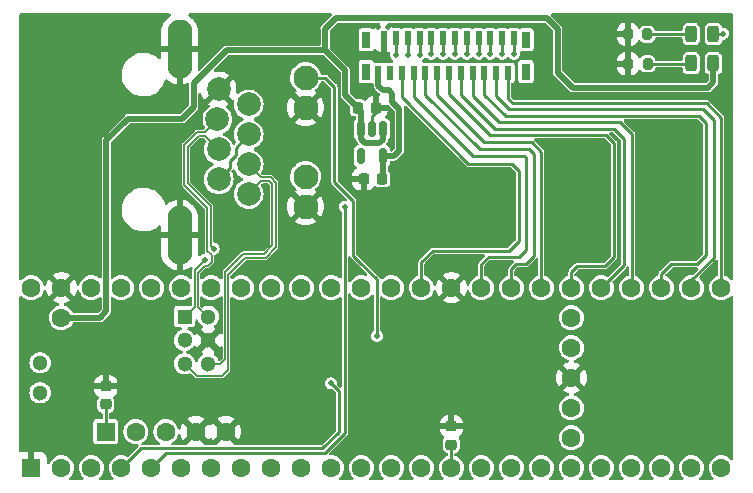
<source format=gtl>
G04 #@! TF.GenerationSoftware,KiCad,Pcbnew,6.0.9*
G04 #@! TF.CreationDate,2023-03-07T12:57:10+01:00*
G04 #@! TF.ProjectId,injection-controller,696e6a65-6374-4696-9f6e-2d636f6e7472,rev?*
G04 #@! TF.SameCoordinates,Original*
G04 #@! TF.FileFunction,Copper,L1,Top*
G04 #@! TF.FilePolarity,Positive*
%FSLAX46Y46*%
G04 Gerber Fmt 4.6, Leading zero omitted, Abs format (unit mm)*
G04 Created by KiCad (PCBNEW 6.0.9) date 2023-03-07 12:57:10*
%MOMM*%
%LPD*%
G01*
G04 APERTURE LIST*
G04 Aperture macros list*
%AMRoundRect*
0 Rectangle with rounded corners*
0 $1 Rounding radius*
0 $2 $3 $4 $5 $6 $7 $8 $9 X,Y pos of 4 corners*
0 Add a 4 corners polygon primitive as box body*
4,1,4,$2,$3,$4,$5,$6,$7,$8,$9,$2,$3,0*
0 Add four circle primitives for the rounded corners*
1,1,$1+$1,$2,$3*
1,1,$1+$1,$4,$5*
1,1,$1+$1,$6,$7*
1,1,$1+$1,$8,$9*
0 Add four rect primitives between the rounded corners*
20,1,$1+$1,$2,$3,$4,$5,0*
20,1,$1+$1,$4,$5,$6,$7,0*
20,1,$1+$1,$6,$7,$8,$9,0*
20,1,$1+$1,$8,$9,$2,$3,0*%
G04 Aperture macros list end*
G04 #@! TA.AperFunction,SMDPad,CuDef*
%ADD10R,0.600000X1.200000*%
G04 #@! TD*
G04 #@! TA.AperFunction,SMDPad,CuDef*
%ADD11R,0.800000X1.400000*%
G04 #@! TD*
G04 #@! TA.AperFunction,SMDPad,CuDef*
%ADD12RoundRect,0.225000X0.250000X-0.225000X0.250000X0.225000X-0.250000X0.225000X-0.250000X-0.225000X0*%
G04 #@! TD*
G04 #@! TA.AperFunction,SMDPad,CuDef*
%ADD13RoundRect,0.243750X-0.243750X-0.456250X0.243750X-0.456250X0.243750X0.456250X-0.243750X0.456250X0*%
G04 #@! TD*
G04 #@! TA.AperFunction,SMDPad,CuDef*
%ADD14RoundRect,0.150000X-0.150000X0.512500X-0.150000X-0.512500X0.150000X-0.512500X0.150000X0.512500X0*%
G04 #@! TD*
G04 #@! TA.AperFunction,SMDPad,CuDef*
%ADD15RoundRect,0.200000X-0.200000X-0.275000X0.200000X-0.275000X0.200000X0.275000X-0.200000X0.275000X0*%
G04 #@! TD*
G04 #@! TA.AperFunction,SMDPad,CuDef*
%ADD16RoundRect,0.225000X-0.225000X-0.250000X0.225000X-0.250000X0.225000X0.250000X-0.225000X0.250000X0*%
G04 #@! TD*
G04 #@! TA.AperFunction,ComponentPad*
%ADD17C,2.000000*%
G04 #@! TD*
G04 #@! TA.AperFunction,ComponentPad*
%ADD18C,2.100000*%
G04 #@! TD*
G04 #@! TA.AperFunction,ComponentPad*
%ADD19O,2.100000X5.000000*%
G04 #@! TD*
G04 #@! TA.AperFunction,SMDPad,CuDef*
%ADD20RoundRect,0.225000X0.225000X0.250000X-0.225000X0.250000X-0.225000X-0.250000X0.225000X-0.250000X0*%
G04 #@! TD*
G04 #@! TA.AperFunction,ComponentPad*
%ADD21R,1.600000X1.600000*%
G04 #@! TD*
G04 #@! TA.AperFunction,ComponentPad*
%ADD22C,1.600000*%
G04 #@! TD*
G04 #@! TA.AperFunction,ComponentPad*
%ADD23R,1.300000X1.300000*%
G04 #@! TD*
G04 #@! TA.AperFunction,ComponentPad*
%ADD24C,1.300000*%
G04 #@! TD*
G04 #@! TA.AperFunction,SMDPad,CuDef*
%ADD25RoundRect,0.200000X0.200000X0.275000X-0.200000X0.275000X-0.200000X-0.275000X0.200000X-0.275000X0*%
G04 #@! TD*
G04 #@! TA.AperFunction,ViaPad*
%ADD26C,0.500000*%
G04 #@! TD*
G04 #@! TA.AperFunction,Conductor*
%ADD27C,0.254000*%
G04 #@! TD*
G04 #@! TA.AperFunction,Conductor*
%ADD28C,0.512000*%
G04 #@! TD*
G04 #@! TA.AperFunction,Conductor*
%ADD29C,0.127000*%
G04 #@! TD*
G04 APERTURE END LIST*
D10*
G04 #@! TO.P,J2,1,Pin_1*
G04 #@! TO.N,+1V1*
X149600015Y-85309999D03*
G04 #@! TO.P,J2,2,Pin_2*
G04 #@! TO.N,GND*
X150100015Y-82410000D03*
G04 #@! TO.P,J2,3,Pin_3*
G04 #@! TO.N,unconnected-(J2-Pad3)*
X150600015Y-85309999D03*
G04 #@! TO.P,J2,4,Pin_4*
G04 #@! TO.N,CA4_LOW*
X151100015Y-82410000D03*
G04 #@! TO.P,J2,5,Pin_5*
G04 #@! TO.N,CA2_PASS*
X151600015Y-85309999D03*
G04 #@! TO.P,J2,6,Pin_6*
G04 #@! TO.N,CA4_HIGH*
X152100015Y-82410000D03*
G04 #@! TO.P,J2,7,Pin_7*
G04 #@! TO.N,CA3_PASS*
X152600015Y-85309999D03*
G04 #@! TO.P,J2,8,Pin_8*
G04 #@! TO.N,CA2_LOW*
X153100015Y-82410000D03*
G04 #@! TO.P,J2,9,Pin_9*
G04 #@! TO.N,CA1_HIGH*
X153600015Y-85309999D03*
G04 #@! TO.P,J2,10,Pin_10*
G04 #@! TO.N,CA4_A_STATIC*
X154100015Y-82410000D03*
G04 #@! TO.P,J2,11,Pin_11*
G04 #@! TO.N,CA3_HIGH*
X154600015Y-85309999D03*
G04 #@! TO.P,J2,12,Pin_12*
G04 #@! TO.N,CA4_A_PASS*
X155100015Y-82410000D03*
G04 #@! TO.P,J2,13,Pin_13*
G04 #@! TO.N,CA10_A_PASS*
X155600015Y-85309999D03*
G04 #@! TO.P,J2,14,Pin_14*
G04 #@! TO.N,CA1_LOW*
X156100015Y-82410000D03*
G04 #@! TO.P,J2,15,Pin_15*
G04 #@! TO.N,CA10_A_HIGH*
X156600015Y-85309999D03*
G04 #@! TO.P,J2,16,Pin_16*
G04 #@! TO.N,CA4_A_CS0*
X157100015Y-82410000D03*
G04 #@! TO.P,J2,17,Pin_17*
G04 #@! TO.N,CA4_RFU*
X157600015Y-85309999D03*
G04 #@! TO.P,J2,18,Pin_18*
G04 #@! TO.N,CA1_PASS*
X158100015Y-82410000D03*
G04 #@! TO.P,J2,19,Pin_19*
G04 #@! TO.N,CA2_HIGH*
X158600015Y-85309999D03*
G04 #@! TO.P,J2,20,Pin_20*
G04 #@! TO.N,CS0_A_n_PASS*
X159100015Y-82410000D03*
G04 #@! TO.P,J2,21,Pin_21*
G04 #@! TO.N,CA3_LOW*
X159600015Y-85309999D03*
G04 #@! TO.P,J2,22,Pin_22*
G04 #@! TO.N,CS0_A_n_HIGH*
X160100015Y-82410000D03*
G04 #@! TO.P,J2,23,Pin_23*
G04 #@! TO.N,CA10_A_LOW*
X160600015Y-85309999D03*
G04 #@! TO.P,J2,24,Pin_24*
G04 #@! TO.N,CS0_A_n_LOW*
X161100015Y-82410000D03*
D11*
G04 #@! TO.P,J2,P1*
G04 #@! TO.N,N/C*
X148600011Y-85210000D03*
G04 #@! TO.P,J2,P2*
X162099989Y-85210000D03*
G04 #@! TO.P,J2,P3*
X148600011Y-82510000D03*
G04 #@! TO.P,J2,P4*
X162099989Y-82510000D03*
G04 #@! TD*
D12*
G04 #@! TO.P,C2,1*
G04 #@! TO.N,Net-(C2-Pad1)*
X126540000Y-113395000D03*
G04 #@! TO.P,C2,2*
G04 #@! TO.N,GND*
X126540000Y-111845000D03*
G04 #@! TD*
D13*
G04 #@! TO.P,D2,1,K*
G04 #@! TO.N,Net-(D2-Pad1)*
X176112500Y-84505000D03*
G04 #@! TO.P,D2,2,A*
G04 #@! TO.N,VUSB*
X177987500Y-84505000D03*
G04 #@! TD*
D12*
G04 #@! TO.P,C1,1*
G04 #@! TO.N,Net-(C1-Pad1)*
X155800000Y-116795000D03*
G04 #@! TO.P,C1,2*
G04 #@! TO.N,GND*
X155800000Y-115245000D03*
G04 #@! TD*
D14*
G04 #@! TO.P,U2,1,IN*
G04 #@! TO.N,VUSB*
X150030000Y-90092500D03*
G04 #@! TO.P,U2,2,GND*
G04 #@! TO.N,GND*
X149080000Y-90092500D03*
G04 #@! TO.P,U2,3,EN*
G04 #@! TO.N,VUSB*
X148130000Y-90092500D03*
G04 #@! TO.P,U2,4,NC*
G04 #@! TO.N,unconnected-(U2-Pad4)*
X148130000Y-92367500D03*
G04 #@! TO.P,U2,5,OUT*
G04 #@! TO.N,+1V1*
X150030000Y-92367500D03*
G04 #@! TD*
D15*
G04 #@! TO.P,R1,1*
G04 #@! TO.N,GND*
X170725000Y-82060000D03*
G04 #@! TO.P,R1,2*
G04 #@! TO.N,Net-(D1-Pad1)*
X172375000Y-82060000D03*
G04 #@! TD*
D16*
G04 #@! TO.P,C3,1*
G04 #@! TO.N,VUSB*
X147885000Y-88270000D03*
G04 #@! TO.P,C3,2*
G04 #@! TO.N,GND*
X149435000Y-88270000D03*
G04 #@! TD*
D17*
G04 #@! TO.P,J1,1,TD+*
G04 #@! TO.N,ETH_TX_P*
X138630000Y-95580000D03*
G04 #@! TO.P,J1,2,TCT*
G04 #@! TO.N,Net-(C5-Pad1)*
X136090000Y-94350000D03*
G04 #@! TO.P,J1,3,TD-*
G04 #@! TO.N,ETH_TX_N*
X138630000Y-93080000D03*
G04 #@! TO.P,J1,4,RD+*
G04 #@! TO.N,ETH_RX_P*
X136090000Y-91810000D03*
G04 #@! TO.P,J1,5,RCT*
G04 #@! TO.N,Net-(C5-Pad1)*
X138630000Y-90540000D03*
G04 #@! TO.P,J1,6,RD-*
G04 #@! TO.N,ETH_RX_N*
X135990000Y-89270000D03*
G04 #@! TO.P,J1,7,NC*
G04 #@! TO.N,unconnected-(J1-Pad7)*
X138630000Y-88000000D03*
G04 #@! TO.P,J1,8,GND*
G04 #@! TO.N,GND*
X136090000Y-86730000D03*
D18*
G04 #@! TO.P,J1,L1,LEDY_A*
G04 #@! TO.N,ETH_LED2*
X143460000Y-94100000D03*
G04 #@! TO.P,J1,L2,LEDY_K*
G04 #@! TO.N,GND*
X143460000Y-96640000D03*
G04 #@! TO.P,J1,L3,LEDG_A*
G04 #@! TO.N,ETH_LED*
X143460000Y-85720000D03*
G04 #@! TO.P,J1,L4,LEDG_K*
G04 #@! TO.N,GND*
X143460000Y-88260000D03*
D19*
G04 #@! TO.P,J1,SH,SHIELD*
X132790000Y-99050000D03*
X132790000Y-83310000D03*
G04 #@! TD*
D20*
G04 #@! TO.P,C4,1*
G04 #@! TO.N,+1V1*
X149915000Y-94300000D03*
G04 #@! TO.P,C4,2*
G04 #@! TO.N,GND*
X148365000Y-94300000D03*
G04 #@! TD*
D21*
G04 #@! TO.P,U1,1,GND*
G04 #@! TO.N,GND*
X120240000Y-118760000D03*
D22*
G04 #@! TO.P,U1,2,0_RX1_CRX2_CS1*
G04 #@! TO.N,unconnected-(U1-Pad2)*
X122780000Y-118760000D03*
G04 #@! TO.P,U1,3,1_TX1_CTX2_MISO1*
G04 #@! TO.N,unconnected-(U1-Pad3)*
X125320000Y-118760000D03*
G04 #@! TO.P,U1,4,2_OUT2*
G04 #@! TO.N,Net-(D1-Pad2)*
X127860000Y-118760000D03*
G04 #@! TO.P,U1,5,3_LRCLK2*
G04 #@! TO.N,Net-(R2-Pad2)*
X130400000Y-118760000D03*
G04 #@! TO.P,U1,6,4_BCLK2*
G04 #@! TO.N,CA4_LOW*
X132940000Y-118760000D03*
G04 #@! TO.P,U1,7,5_IN2*
G04 #@! TO.N,unconnected-(U1-Pad7)*
X135480000Y-118760000D03*
G04 #@! TO.P,U1,8,6_OUT1D*
G04 #@! TO.N,unconnected-(U1-Pad8)*
X138020000Y-118760000D03*
G04 #@! TO.P,U1,9,7_RX2_OUT1A*
G04 #@! TO.N,unconnected-(U1-Pad9)*
X140560000Y-118760000D03*
G04 #@! TO.P,U1,10,8_TX2_IN1*
G04 #@! TO.N,unconnected-(U1-Pad10)*
X143100000Y-118760000D03*
G04 #@! TO.P,U1,11,9_OUT1C*
G04 #@! TO.N,unconnected-(U1-Pad11)*
X145640000Y-118760000D03*
G04 #@! TO.P,U1,12,10_CS_MQSR*
G04 #@! TO.N,unconnected-(U1-Pad12)*
X148180000Y-118760000D03*
G04 #@! TO.P,U1,13,11_MOSI_CTX1*
G04 #@! TO.N,unconnected-(U1-Pad13)*
X150720000Y-118760000D03*
G04 #@! TO.P,U1,14,12_MISO_MQSL*
G04 #@! TO.N,unconnected-(U1-Pad14)*
X153260000Y-118760000D03*
G04 #@! TO.P,U1,15,3V3*
G04 #@! TO.N,Net-(C1-Pad1)*
X155800000Y-118760000D03*
G04 #@! TO.P,U1,16,24_A10_TX6_SCL2*
G04 #@! TO.N,unconnected-(U1-Pad16)*
X158340000Y-118760000D03*
G04 #@! TO.P,U1,17,25_A11_RX6_SDA2*
G04 #@! TO.N,unconnected-(U1-Pad17)*
X160880000Y-118760000D03*
G04 #@! TO.P,U1,18,26_A12_MOSI1*
G04 #@! TO.N,unconnected-(U1-Pad18)*
X163420000Y-118760000D03*
G04 #@! TO.P,U1,19,27_A13_SCK1*
G04 #@! TO.N,unconnected-(U1-Pad19)*
X165960000Y-118760000D03*
G04 #@! TO.P,U1,20,28_RX7*
G04 #@! TO.N,unconnected-(U1-Pad20)*
X168500000Y-118760000D03*
G04 #@! TO.P,U1,21,29_TX7*
G04 #@! TO.N,unconnected-(U1-Pad21)*
X171040000Y-118760000D03*
G04 #@! TO.P,U1,22,30_CRX3*
G04 #@! TO.N,unconnected-(U1-Pad22)*
X173580000Y-118760000D03*
G04 #@! TO.P,U1,23,31_CTX3*
G04 #@! TO.N,unconnected-(U1-Pad23)*
X176120000Y-118760000D03*
G04 #@! TO.P,U1,24,32_OUT1B*
G04 #@! TO.N,unconnected-(U1-Pad24)*
X178660000Y-118760000D03*
G04 #@! TO.P,U1,25,33_MCLK2*
G04 #@! TO.N,CA10_A_LOW*
X178660000Y-103520000D03*
G04 #@! TO.P,U1,26,34_RX8*
G04 #@! TO.N,CA3_LOW*
X176120000Y-103520000D03*
G04 #@! TO.P,U1,27,35_TX8*
G04 #@! TO.N,CA2_HIGH*
X173580000Y-103520000D03*
G04 #@! TO.P,U1,28,36_CS*
G04 #@! TO.N,CA4_RFU*
X171040000Y-103520000D03*
G04 #@! TO.P,U1,29,37_CS*
G04 #@! TO.N,CA10_A_HIGH*
X168500000Y-103520000D03*
G04 #@! TO.P,U1,30,38_CS1_IN1*
G04 #@! TO.N,CA10_A_PASS*
X165960000Y-103520000D03*
G04 #@! TO.P,U1,31,39_MISO1_OUT1A*
G04 #@! TO.N,CA3_HIGH*
X163420000Y-103520000D03*
G04 #@! TO.P,U1,32,40_A16*
G04 #@! TO.N,CA1_HIGH*
X160880000Y-103520000D03*
G04 #@! TO.P,U1,33,41_A17*
G04 #@! TO.N,CA3_PASS*
X158340000Y-103520000D03*
G04 #@! TO.P,U1,34,GND*
G04 #@! TO.N,GND*
X155800000Y-103520000D03*
G04 #@! TO.P,U1,35,13_SCK_LED*
G04 #@! TO.N,CA2_PASS*
X153260000Y-103520000D03*
G04 #@! TO.P,U1,36,14_A0_TX3_SPDIF_OUT*
G04 #@! TO.N,CS0_A_n_LOW*
X150720000Y-103520000D03*
G04 #@! TO.P,U1,37,15_A1_RX3_SPDIF_IN*
G04 #@! TO.N,CS0_A_n_HIGH*
X148180000Y-103520000D03*
G04 #@! TO.P,U1,38,16_A2_RX4_SCL1*
G04 #@! TO.N,CS0_A_n_PASS*
X145640000Y-103520000D03*
G04 #@! TO.P,U1,39,17_A3_TX4_SDA1*
G04 #@! TO.N,CA1_PASS*
X143100000Y-103520000D03*
G04 #@! TO.P,U1,40,18_A4_SDA*
G04 #@! TO.N,CA4_A_CS0*
X140560000Y-103520000D03*
G04 #@! TO.P,U1,41,19_A5_SCL*
G04 #@! TO.N,CA1_LOW*
X138020000Y-103520000D03*
G04 #@! TO.P,U1,42,20_A6_TX5_LRCLK1*
G04 #@! TO.N,CA4_A_PASS*
X135480000Y-103520000D03*
G04 #@! TO.P,U1,43,21_A7_RX5_BCLK1*
G04 #@! TO.N,CA4_A_STATIC*
X132940000Y-103520000D03*
G04 #@! TO.P,U1,44,22_A8_CTX1*
G04 #@! TO.N,CA2_LOW*
X130400000Y-103520000D03*
G04 #@! TO.P,U1,45,23_A9_CRX1_MCLK1*
G04 #@! TO.N,CA4_HIGH*
X127860000Y-103520000D03*
G04 #@! TO.P,U1,46,3V3*
G04 #@! TO.N,unconnected-(U1-Pad46)*
X125320000Y-103520000D03*
G04 #@! TO.P,U1,47,GND*
G04 #@! TO.N,GND*
X122780000Y-103520000D03*
G04 #@! TO.P,U1,48,VIN*
G04 #@! TO.N,unconnected-(U1-Pad48)*
X120240000Y-103520000D03*
G04 #@! TO.P,U1,49,VUSB*
G04 #@! TO.N,VUSB*
X122780000Y-106060000D03*
G04 #@! TO.P,U1,50,VBAT*
G04 #@! TO.N,unconnected-(U1-Pad50)*
X165960000Y-116220000D03*
G04 #@! TO.P,U1,51,3V3*
G04 #@! TO.N,unconnected-(U1-Pad51)*
X165960000Y-113680000D03*
G04 #@! TO.P,U1,52,GND*
G04 #@! TO.N,GND*
X165960000Y-111140000D03*
G04 #@! TO.P,U1,53,PROGRAM*
G04 #@! TO.N,unconnected-(U1-Pad53)*
X165960000Y-108600000D03*
G04 #@! TO.P,U1,54,ON_OFF*
G04 #@! TO.N,unconnected-(U1-Pad54)*
X165960000Y-106060000D03*
D21*
G04 #@! TO.P,U1,55,5V*
G04 #@! TO.N,Net-(C2-Pad1)*
X126539200Y-115709200D03*
D22*
G04 #@! TO.P,U1,56,D-*
G04 #@! TO.N,unconnected-(U1-Pad56)*
X129079200Y-115709200D03*
G04 #@! TO.P,U1,57,D+*
G04 #@! TO.N,unconnected-(U1-Pad57)*
X131619200Y-115709200D03*
G04 #@! TO.P,U1,58,GND*
G04 #@! TO.N,GND*
X134159200Y-115709200D03*
G04 #@! TO.P,U1,59,GND*
X136699200Y-115709200D03*
D23*
G04 #@! TO.P,U1,60,R+*
G04 #@! TO.N,ETH_RX_P*
X133210000Y-105958400D03*
D24*
G04 #@! TO.P,U1,61,LED*
G04 #@! TO.N,ETH_LED*
X133210000Y-107958400D03*
G04 #@! TO.P,U1,62,T-*
G04 #@! TO.N,ETH_TX_N*
X133210000Y-109958400D03*
G04 #@! TO.P,U1,63,T+*
G04 #@! TO.N,ETH_TX_P*
X135210000Y-109958400D03*
G04 #@! TO.P,U1,64,GND*
G04 #@! TO.N,GND*
X135210000Y-107958400D03*
G04 #@! TO.P,U1,65,R-*
G04 #@! TO.N,ETH_RX_N*
X135210000Y-105958400D03*
G04 #@! TO.P,U1,66,D-*
G04 #@! TO.N,unconnected-(U1-Pad66)*
X120970000Y-109870000D03*
G04 #@! TO.P,U1,67,D+*
G04 #@! TO.N,unconnected-(U1-Pad67)*
X120970000Y-112410000D03*
G04 #@! TD*
D25*
G04 #@! TO.P,R3,1*
G04 #@! TO.N,Net-(D2-Pad1)*
X172405000Y-84560000D03*
G04 #@! TO.P,R3,2*
G04 #@! TO.N,GND*
X170755000Y-84560000D03*
G04 #@! TD*
D13*
G04 #@! TO.P,D1,1,K*
G04 #@! TO.N,Net-(D1-Pad1)*
X176112500Y-82045000D03*
G04 #@! TO.P,D1,2,A*
G04 #@! TO.N,Net-(D1-Pad2)*
X177987500Y-82045000D03*
G04 #@! TD*
D26*
G04 #@! TO.N,GND*
X130500000Y-82500000D03*
X151900000Y-95700000D03*
X174250000Y-96300000D03*
X133000000Y-87100000D03*
X147385256Y-101971555D03*
X120400000Y-116500000D03*
X136600000Y-96500000D03*
X165750000Y-96300000D03*
X168400000Y-81100000D03*
X130400000Y-81500000D03*
X165750000Y-100300000D03*
X165750000Y-91500000D03*
X123100000Y-89900000D03*
X138000000Y-85900000D03*
X157800000Y-115400000D03*
X139100000Y-81900000D03*
X178500000Y-87500000D03*
X162900000Y-106600000D03*
X160250000Y-101750000D03*
X134400000Y-92500000D03*
X150450000Y-81400000D03*
X136900000Y-85000000D03*
X166000000Y-81100000D03*
X150100000Y-83600000D03*
X169000000Y-115500000D03*
X147200000Y-94300000D03*
X177100000Y-115400000D03*
X172550000Y-101400000D03*
X168400000Y-83300000D03*
X162500000Y-116300000D03*
X174200000Y-85600000D03*
X147800000Y-86800000D03*
X163500000Y-86500000D03*
X142400000Y-101400000D03*
X179250000Y-96250000D03*
X123100000Y-98500000D03*
X148600000Y-83800000D03*
X139300000Y-101800000D03*
X174200000Y-81000000D03*
X163200000Y-81700000D03*
X174200000Y-83300000D03*
X143300000Y-92400000D03*
X156100000Y-106900000D03*
X128900000Y-91200000D03*
X139500000Y-106100000D03*
X134400000Y-112700000D03*
X146600000Y-88600000D03*
X140100000Y-92100000D03*
X178900000Y-80900000D03*
X145000000Y-101600000D03*
X143200000Y-81900000D03*
X129400000Y-100700000D03*
X141100000Y-112900000D03*
X134600000Y-97300000D03*
X150300000Y-88300000D03*
X125000000Y-110900000D03*
X130200000Y-110300000D03*
X131400000Y-91100000D03*
X144400000Y-106100000D03*
X128350000Y-94800000D03*
X141000000Y-87700000D03*
X179250000Y-100750000D03*
X120600000Y-106400000D03*
X170700000Y-83300000D03*
X149500000Y-83800000D03*
X123000000Y-82400000D03*
X167300000Y-85400000D03*
X134600000Y-98300000D03*
X155900000Y-113600000D03*
X169100000Y-106800000D03*
X148400000Y-95600000D03*
X136600000Y-99100000D03*
X146700000Y-82100000D03*
X149600000Y-81400000D03*
X134400000Y-93600000D03*
X135400000Y-81400000D03*
X177250000Y-106500000D03*
X149000000Y-86900000D03*
X152400000Y-91600000D03*
X132200000Y-88000000D03*
X132300000Y-95200000D03*
X135300000Y-82800000D03*
X149900000Y-115300000D03*
X166000000Y-83300000D03*
X123600000Y-116400000D03*
X146900000Y-92600000D03*
X174250000Y-91000000D03*
X126500000Y-110200000D03*
X146700000Y-90100000D03*
X130200000Y-106300000D03*
X179250000Y-90000000D03*
G04 #@! TO.N,Net-(D1-Pad2)*
X145600000Y-111600000D03*
X178800000Y-82000000D03*
G04 #@! TO.N,ETH_RX_P*
X134947254Y-101132746D03*
X135669412Y-100218719D03*
G04 #@! TO.N,ETH_LED*
X149500000Y-107600000D03*
G04 #@! TO.N,Net-(R2-Pad2)*
X146767000Y-96667000D03*
G04 #@! TO.N,CA4_LOW*
X151100015Y-83799985D03*
G04 #@! TO.N,CA4_HIGH*
X152100015Y-83799985D03*
G04 #@! TO.N,CA2_LOW*
X153100015Y-83799985D03*
G04 #@! TO.N,CA4_A_STATIC*
X154100015Y-83699985D03*
G04 #@! TO.N,CA4_A_PASS*
X155100015Y-83699985D03*
G04 #@! TO.N,CA1_LOW*
X156100015Y-83699985D03*
G04 #@! TO.N,CA4_A_CS0*
X157100015Y-83699985D03*
G04 #@! TO.N,CA1_PASS*
X158100015Y-83699985D03*
G04 #@! TO.N,CS0_A_n_PASS*
X159100000Y-83700000D03*
G04 #@! TO.N,CS0_A_n_HIGH*
X160100015Y-83699985D03*
G04 #@! TO.N,CS0_A_n_LOW*
X161100015Y-83699985D03*
G04 #@! TD*
D27*
G04 #@! TO.N,Net-(C1-Pad1)*
X155800000Y-118760000D02*
X155800000Y-116795000D01*
G04 #@! TO.N,GND*
X149070000Y-89010000D02*
X149070000Y-90082500D01*
X149435000Y-88270000D02*
X149435000Y-88645000D01*
X149070000Y-90082500D02*
X149080000Y-90092500D01*
X149435000Y-88645000D02*
X149070000Y-89010000D01*
G04 #@! TO.N,Net-(C2-Pad1)*
X126539200Y-113395800D02*
X126540000Y-113395000D01*
X126539200Y-115709200D02*
X126539200Y-113395800D01*
D28*
G04 #@! TO.N,VUSB*
X146800000Y-85100000D02*
X146800000Y-87185000D01*
X126576000Y-105524000D02*
X126576000Y-91024000D01*
X166100000Y-86600000D02*
X164800000Y-85300000D01*
X148130000Y-88515000D02*
X147885000Y-88270000D01*
X164800000Y-81600000D02*
X163886000Y-80686000D01*
X177987500Y-84505000D02*
X177987500Y-86112500D01*
X134000000Y-86200000D02*
X136800000Y-83400000D01*
X146800000Y-87185000D02*
X147885000Y-88270000D01*
X177987500Y-86112500D02*
X177500000Y-86600000D01*
X148130000Y-90930000D02*
X148130000Y-90092500D01*
X126040000Y-106060000D02*
X126576000Y-105524000D01*
X164800000Y-85300000D02*
X164800000Y-81600000D01*
X128400000Y-89200000D02*
X133000000Y-89200000D01*
X134000000Y-88200000D02*
X134000000Y-86200000D01*
X133000000Y-89200000D02*
X134000000Y-88200000D01*
X177500000Y-86600000D02*
X166100000Y-86600000D01*
X148500000Y-91300000D02*
X148130000Y-90930000D01*
X122780000Y-106060000D02*
X126040000Y-106060000D01*
X145100000Y-83400000D02*
X146800000Y-85100000D01*
X146014000Y-80686000D02*
X145100000Y-81600000D01*
X126576000Y-91024000D02*
X128400000Y-89200000D01*
X163886000Y-80686000D02*
X146014000Y-80686000D01*
X145100000Y-81600000D02*
X145100000Y-83400000D01*
X150030000Y-90970000D02*
X149700000Y-91300000D01*
X149700000Y-91300000D02*
X148500000Y-91300000D01*
X148130000Y-90092500D02*
X148130000Y-88515000D01*
X136800000Y-83400000D02*
X145100000Y-83400000D01*
X150030000Y-90092500D02*
X150030000Y-90970000D01*
G04 #@! TO.N,+1V1*
X151400000Y-91900000D02*
X150932500Y-92367500D01*
X150932500Y-92367500D02*
X150030000Y-92367500D01*
X149600015Y-86400015D02*
X150000000Y-86800000D01*
X150500000Y-86800000D02*
X150800000Y-87100000D01*
X150800000Y-87100000D02*
X150800000Y-87800000D01*
X149600015Y-85309999D02*
X149600015Y-86400015D01*
X150000000Y-86800000D02*
X150500000Y-86800000D01*
X150030000Y-92367500D02*
X150030000Y-94185000D01*
X151400000Y-88400000D02*
X151400000Y-91900000D01*
X150800000Y-87800000D02*
X151400000Y-88400000D01*
X150030000Y-94185000D02*
X149915000Y-94300000D01*
D27*
G04 #@! TO.N,Net-(C5-Pad1)*
X136090000Y-94350000D02*
X137080000Y-93360000D01*
X137520000Y-92320000D02*
X137520000Y-91650000D01*
X137520000Y-91650000D02*
X138630000Y-90540000D01*
X137080000Y-93360000D02*
X137080000Y-92760000D01*
X137080000Y-92760000D02*
X137520000Y-92320000D01*
G04 #@! TO.N,Net-(D1-Pad1)*
X172390000Y-82045000D02*
X172375000Y-82060000D01*
X176112500Y-82045000D02*
X172390000Y-82045000D01*
G04 #@! TO.N,Net-(D1-Pad2)*
X129501000Y-117119000D02*
X131817816Y-117119000D01*
X127860000Y-118760000D02*
X129501000Y-117119000D01*
X131817816Y-117119000D02*
X144881000Y-117119000D01*
X146300000Y-115700000D02*
X146300000Y-112300000D01*
X177987500Y-82045000D02*
X178755000Y-82045000D01*
X146300000Y-112300000D02*
X145600000Y-111600000D01*
X144881000Y-117119000D02*
X146300000Y-115700000D01*
X178755000Y-82045000D02*
X178800000Y-82000000D01*
G04 #@! TO.N,Net-(D2-Pad1)*
X176057500Y-84560000D02*
X176112500Y-84505000D01*
X172405000Y-84560000D02*
X176057500Y-84560000D01*
D29*
G04 #@! TO.N,ETH_TX_P*
X139932276Y-100636500D02*
X138163500Y-100636500D01*
X140636500Y-94767724D02*
X140636500Y-99932276D01*
X138630000Y-95580000D02*
X139716500Y-94493500D01*
X140362276Y-94493500D02*
X140636500Y-94767724D01*
X136241600Y-109958400D02*
X135210000Y-109958400D01*
X138163500Y-100636500D02*
X136646000Y-102154000D01*
X139716500Y-94493500D02*
X140362276Y-94493500D01*
X136646000Y-109554000D02*
X136241600Y-109958400D01*
X140636500Y-99932276D02*
X139932276Y-100636500D01*
X136646000Y-102154000D02*
X136646000Y-109554000D01*
G04 #@! TO.N,ETH_TX_N*
X138336500Y-100963500D02*
X136900000Y-102400000D01*
X140963500Y-100067724D02*
X140067724Y-100963500D01*
X139716500Y-94166500D02*
X140497724Y-94166500D01*
X136900000Y-110500000D02*
X136400000Y-111000000D01*
X136400000Y-111000000D02*
X134251600Y-111000000D01*
X134251600Y-111000000D02*
X133210000Y-109958400D01*
X140963500Y-94632276D02*
X140963500Y-100067724D01*
X140067724Y-100963500D02*
X138336500Y-100963500D01*
X136900000Y-102400000D02*
X136900000Y-110500000D01*
X140497724Y-94166500D02*
X140963500Y-94632276D01*
X138630000Y-93080000D02*
X139716500Y-94166500D01*
G04 #@! TO.N,ETH_RX_P*
X134387724Y-90653500D02*
X134933500Y-90653500D01*
X133473500Y-91567724D02*
X134387724Y-90653500D01*
X133473500Y-94652276D02*
X133473500Y-91567724D01*
X133210000Y-105958400D02*
X134060000Y-105108400D01*
X135443500Y-96622276D02*
X133473500Y-94652276D01*
X135443500Y-99992807D02*
X135443500Y-96622276D01*
X134060000Y-105108400D02*
X134060000Y-102020000D01*
X134060000Y-102020000D02*
X134947254Y-101132746D01*
X134933500Y-90653500D02*
X136090000Y-91810000D01*
X135669412Y-100218719D02*
X135443500Y-99992807D01*
G04 #@! TO.N,ETH_RX_N*
X135500000Y-101306199D02*
X135159953Y-101646246D01*
X134314000Y-105184000D02*
X135088400Y-105958400D01*
X134314000Y-102246000D02*
X134314000Y-105184000D01*
X134252276Y-90326500D02*
X133146500Y-91432276D01*
X135990000Y-89270000D02*
X134933500Y-90326500D01*
X135116500Y-96757724D02*
X135116500Y-100392006D01*
X134933500Y-90326500D02*
X134252276Y-90326500D01*
X135088400Y-105958400D02*
X135210000Y-105958400D01*
X135159953Y-101646246D02*
X134913754Y-101646246D01*
X135116500Y-100392006D02*
X135500000Y-100775506D01*
X135500000Y-100775506D02*
X135500000Y-101306199D01*
X133146500Y-91432276D02*
X133146500Y-94787724D01*
X133146500Y-94787724D02*
X135116500Y-96757724D01*
X134913754Y-101646246D02*
X134314000Y-102246000D01*
D27*
G04 #@! TO.N,ETH_LED*
X147200000Y-95900000D02*
X147500000Y-96200000D01*
X145120000Y-85720000D02*
X145900000Y-86500000D01*
X147500000Y-100800000D02*
X148000000Y-101300000D01*
X149500000Y-104300000D02*
X149500000Y-107600000D01*
X148000000Y-101300000D02*
X149500000Y-102800000D01*
X149500000Y-102800000D02*
X149500000Y-104300000D01*
X143460000Y-85720000D02*
X145120000Y-85720000D01*
X145900000Y-86500000D02*
X145900000Y-94600000D01*
X147500000Y-100400000D02*
X147500000Y-100800000D01*
X145900000Y-94600000D02*
X147200000Y-95900000D01*
X147500000Y-96200000D02*
X147500000Y-100400000D01*
G04 #@! TO.N,Net-(R2-Pad2)*
X131660000Y-117500000D02*
X130400000Y-118760000D01*
X145100000Y-117500000D02*
X131660000Y-117500000D01*
X146767000Y-115833000D02*
X145100000Y-117500000D01*
X146767000Y-96667000D02*
X146767000Y-115833000D01*
G04 #@! TO.N,CA4_LOW*
X151100015Y-82410000D02*
X151100015Y-83799985D01*
G04 #@! TO.N,CA2_PASS*
X160900000Y-93000000D02*
X161500000Y-93600000D01*
X157200000Y-93000000D02*
X160900000Y-93000000D01*
X161500000Y-93600000D02*
X161500000Y-99600000D01*
X153260000Y-101340000D02*
X153260000Y-103520000D01*
X161500000Y-99600000D02*
X160700000Y-100400000D01*
X151600015Y-87400015D02*
X157200000Y-93000000D01*
X154200000Y-100400000D02*
X153260000Y-101340000D01*
X160700000Y-100400000D02*
X154200000Y-100400000D01*
X151600015Y-85309999D02*
X151600015Y-87400015D01*
G04 #@! TO.N,CA4_HIGH*
X152100015Y-82410000D02*
X152100015Y-83799985D01*
G04 #@! TO.N,CA3_PASS*
X158950000Y-100900000D02*
X158340000Y-101510000D01*
X162000000Y-92400000D02*
X162100000Y-92500000D01*
X161500000Y-100900000D02*
X158950000Y-100900000D01*
X158340000Y-101510000D02*
X158340000Y-103520000D01*
X162100000Y-92500000D02*
X162100000Y-100300000D01*
X157600000Y-92400000D02*
X162000000Y-92400000D01*
X152600015Y-87400015D02*
X157600000Y-92400000D01*
X152600015Y-85309999D02*
X152600015Y-87400015D01*
X162100000Y-100300000D02*
X161500000Y-100900000D01*
G04 #@! TO.N,CA2_LOW*
X153100015Y-82410000D02*
X153100015Y-83799985D01*
G04 #@! TO.N,CA1_HIGH*
X160880000Y-101920000D02*
X160880000Y-103520000D01*
X153600015Y-87200015D02*
X158200000Y-91800000D01*
X162100000Y-101500000D02*
X161300000Y-101500000D01*
X158200000Y-91800000D02*
X162400000Y-91800000D01*
X161300000Y-101500000D02*
X160880000Y-101920000D01*
X162400000Y-91800000D02*
X162800000Y-92200000D01*
X162800000Y-92200000D02*
X162800000Y-100800000D01*
X153600015Y-85309999D02*
X153600015Y-87200015D01*
X162800000Y-100800000D02*
X162100000Y-101500000D01*
G04 #@! TO.N,CA4_A_STATIC*
X154100015Y-82410000D02*
X154100015Y-83699985D01*
G04 #@! TO.N,CA3_HIGH*
X154600015Y-87200015D02*
X158600000Y-91200000D01*
X162600000Y-91200000D02*
X163420000Y-92020000D01*
X158600000Y-91200000D02*
X162600000Y-91200000D01*
X154600015Y-85309999D02*
X154600015Y-87200015D01*
X163420000Y-92020000D02*
X163420000Y-103520000D01*
G04 #@! TO.N,CA4_A_PASS*
X155100015Y-82410000D02*
X155100015Y-83699985D01*
G04 #@! TO.N,CA10_A_PASS*
X169600000Y-91300000D02*
X169600000Y-100900000D01*
X155600015Y-85309999D02*
X155600015Y-87100015D01*
X169600000Y-100900000D02*
X168800000Y-101700000D01*
X159100000Y-90600000D02*
X168900000Y-90600000D01*
X166420000Y-101700000D02*
X165960000Y-102160000D01*
X165960000Y-102160000D02*
X165960000Y-103520000D01*
X168800000Y-101700000D02*
X166420000Y-101700000D01*
X155600015Y-87100015D02*
X159100000Y-90600000D01*
X168900000Y-90600000D02*
X169600000Y-91300000D01*
G04 #@! TO.N,CA1_LOW*
X156100015Y-82410000D02*
X156100015Y-83699985D01*
G04 #@! TO.N,CA10_A_HIGH*
X170400000Y-101620000D02*
X168500000Y-103520000D01*
X156600015Y-85309999D02*
X156600015Y-87200015D01*
X156600015Y-87200015D02*
X159450000Y-90050000D01*
X159450000Y-90050000D02*
X169550000Y-90050000D01*
X170400000Y-90900000D02*
X170400000Y-101620000D01*
X169550000Y-90050000D02*
X170400000Y-90900000D01*
G04 #@! TO.N,CA4_A_CS0*
X157100015Y-82410000D02*
X157100015Y-83699985D01*
G04 #@! TO.N,CA4_RFU*
X170100000Y-89500000D02*
X171100000Y-90500000D01*
X171100000Y-90500000D02*
X171100000Y-103460000D01*
X159800000Y-89500000D02*
X170100000Y-89500000D01*
X171100000Y-103460000D02*
X171040000Y-103520000D01*
X157600015Y-87300015D02*
X159800000Y-89500000D01*
X157600015Y-85309999D02*
X157600015Y-87300015D01*
G04 #@! TO.N,CA1_PASS*
X158100015Y-82410000D02*
X158100015Y-83699985D01*
G04 #@! TO.N,CA2_HIGH*
X177360000Y-89560000D02*
X177360000Y-100740000D01*
X158600015Y-85309999D02*
X158600015Y-87200015D01*
X176780000Y-88980000D02*
X177360000Y-89560000D01*
X173580000Y-102330000D02*
X173580000Y-103520000D01*
X177360000Y-100740000D02*
X176580000Y-101520000D01*
X174390000Y-101520000D02*
X173580000Y-102330000D01*
X158600015Y-87200015D02*
X160380000Y-88980000D01*
X160380000Y-88980000D02*
X176780000Y-88980000D01*
X176580000Y-101520000D02*
X174390000Y-101520000D01*
G04 #@! TO.N,CS0_A_n_PASS*
X159100015Y-83699985D02*
X159100000Y-83700000D01*
X159100015Y-82410000D02*
X159100015Y-83699985D01*
G04 #@! TO.N,CA3_LOW*
X159600015Y-85309999D02*
X159600015Y-87300015D01*
X177130000Y-88410000D02*
X178000000Y-89280000D01*
X178000000Y-101000000D02*
X176120000Y-102880000D01*
X159600015Y-87300015D02*
X160710000Y-88410000D01*
X160710000Y-88410000D02*
X177130000Y-88410000D01*
X176120000Y-102880000D02*
X176120000Y-103520000D01*
X178000000Y-89280000D02*
X178000000Y-101000000D01*
G04 #@! TO.N,CS0_A_n_HIGH*
X160100015Y-82410000D02*
X160100015Y-83699985D01*
G04 #@! TO.N,CA10_A_LOW*
X160600015Y-87500015D02*
X161000000Y-87900000D01*
X177430000Y-87900000D02*
X178660000Y-89130000D01*
X161000000Y-87900000D02*
X177430000Y-87900000D01*
X178660000Y-89130000D02*
X178660000Y-103520000D01*
X160600015Y-85309999D02*
X160600015Y-87500015D01*
G04 #@! TO.N,CS0_A_n_LOW*
X161100015Y-82410000D02*
X161100015Y-83699985D01*
G04 #@! TD*
G04 #@! TA.AperFunction,Conductor*
G04 #@! TO.N,GND*
G36*
X131994937Y-80304502D02*
G01*
X132041430Y-80358158D01*
X132051534Y-80428432D01*
X132022040Y-80493012D01*
X131997639Y-80514712D01*
X131814766Y-80638993D01*
X131806891Y-80645325D01*
X131632095Y-80810621D01*
X131625334Y-80818130D01*
X131479209Y-81009253D01*
X131473745Y-81017732D01*
X131360055Y-81229764D01*
X131356013Y-81239016D01*
X131277687Y-81466493D01*
X131275176Y-81476269D01*
X131234039Y-81714428D01*
X131233184Y-81722295D01*
X131232064Y-81746953D01*
X131232000Y-81749786D01*
X131232000Y-83037885D01*
X131236475Y-83053124D01*
X131237865Y-83054329D01*
X131245548Y-83056000D01*
X134329885Y-83056000D01*
X134345124Y-83051525D01*
X134346329Y-83050135D01*
X134348000Y-83042452D01*
X134348000Y-81799518D01*
X134347798Y-81794486D01*
X134333368Y-81615137D01*
X134331756Y-81605184D01*
X134274365Y-81371531D01*
X134271183Y-81361963D01*
X134177174Y-81140494D01*
X134172499Y-81131552D01*
X134044293Y-80927964D01*
X134038253Y-80919891D01*
X133879143Y-80739415D01*
X133871891Y-80732412D01*
X133685975Y-80579699D01*
X133677694Y-80573943D01*
X133583977Y-80519399D01*
X133535163Y-80467846D01*
X133521970Y-80398086D01*
X133548586Y-80332267D01*
X133606562Y-80291287D01*
X133647357Y-80284500D01*
X145568959Y-80284500D01*
X145637080Y-80304502D01*
X145683573Y-80358158D01*
X145693677Y-80428432D01*
X145664183Y-80493012D01*
X145658054Y-80499595D01*
X144867258Y-81290391D01*
X144847981Y-81305960D01*
X144847080Y-81306780D01*
X144838331Y-81312429D01*
X144831884Y-81320607D01*
X144831883Y-81320608D01*
X144817269Y-81339146D01*
X144813261Y-81343656D01*
X144813330Y-81343714D01*
X144809974Y-81347675D01*
X144806295Y-81351354D01*
X144798902Y-81361700D01*
X144794941Y-81367243D01*
X144791382Y-81371984D01*
X144759289Y-81412693D01*
X144756224Y-81421422D01*
X144750844Y-81428950D01*
X144743270Y-81454276D01*
X144735995Y-81478601D01*
X144734161Y-81484245D01*
X144719614Y-81525671D01*
X144716987Y-81533153D01*
X144716500Y-81538776D01*
X144716500Y-81541486D01*
X144716384Y-81544179D01*
X144716372Y-81544218D01*
X144716190Y-81544210D01*
X144716141Y-81544991D01*
X144714263Y-81551270D01*
X144715451Y-81581497D01*
X144716403Y-81605741D01*
X144716500Y-81610687D01*
X144716500Y-82890500D01*
X144696498Y-82958621D01*
X144642842Y-83005114D01*
X144590500Y-83016500D01*
X136854351Y-83016500D01*
X136829721Y-83013878D01*
X136828492Y-83013820D01*
X136818315Y-83011629D01*
X136785664Y-83015493D01*
X136784535Y-83015627D01*
X136778512Y-83015982D01*
X136778519Y-83016072D01*
X136773342Y-83016500D01*
X136768139Y-83016500D01*
X136748877Y-83019706D01*
X136743004Y-83020542D01*
X136722966Y-83022914D01*
X136691527Y-83026635D01*
X136683187Y-83030640D01*
X136674060Y-83032159D01*
X136664893Y-83037105D01*
X136664891Y-83037106D01*
X136642700Y-83049080D01*
X136640745Y-83050135D01*
X136628435Y-83056777D01*
X136623182Y-83059454D01*
X136576437Y-83081901D01*
X136572116Y-83085533D01*
X136570184Y-83087465D01*
X136568219Y-83089268D01*
X136568185Y-83089286D01*
X136568060Y-83089150D01*
X136567466Y-83089674D01*
X136561700Y-83092785D01*
X136554633Y-83100431D01*
X136554632Y-83100431D01*
X136524683Y-83132830D01*
X136521253Y-83136396D01*
X134542029Y-85115620D01*
X134479717Y-85149646D01*
X134408902Y-85144581D01*
X134352066Y-85102034D01*
X134327255Y-85035514D01*
X134328773Y-85005078D01*
X134345961Y-84905571D01*
X134346816Y-84897705D01*
X134347936Y-84873047D01*
X134348000Y-84870214D01*
X134348000Y-83582115D01*
X134343525Y-83566876D01*
X134342135Y-83565671D01*
X134334452Y-83564000D01*
X133062115Y-83564000D01*
X133046876Y-83568475D01*
X133045671Y-83569865D01*
X133044000Y-83577548D01*
X133044000Y-86280925D01*
X133048136Y-86295011D01*
X133061114Y-86297060D01*
X133088572Y-86293883D01*
X133098476Y-86291922D01*
X133329975Y-86226413D01*
X133339429Y-86222897D01*
X133437251Y-86177283D01*
X133507442Y-86166622D01*
X133572255Y-86195602D01*
X133611111Y-86255022D01*
X133616500Y-86291478D01*
X133616500Y-87988959D01*
X133596498Y-88057080D01*
X133579595Y-88078054D01*
X132878054Y-88779595D01*
X132815742Y-88813621D01*
X132788959Y-88816500D01*
X128454353Y-88816500D01*
X128429722Y-88813878D01*
X128428498Y-88813820D01*
X128418316Y-88811628D01*
X128399307Y-88813878D01*
X128384530Y-88815627D01*
X128378511Y-88815982D01*
X128378518Y-88816072D01*
X128373338Y-88816500D01*
X128368139Y-88816500D01*
X128363015Y-88817353D01*
X128363002Y-88817354D01*
X128348879Y-88819705D01*
X128343004Y-88820542D01*
X128324694Y-88822709D01*
X128291527Y-88826635D01*
X128283187Y-88830640D01*
X128274060Y-88832159D01*
X128264893Y-88837105D01*
X128264891Y-88837106D01*
X128228435Y-88856777D01*
X128223182Y-88859454D01*
X128176437Y-88881901D01*
X128172117Y-88885532D01*
X128170174Y-88887475D01*
X128168221Y-88889267D01*
X128168187Y-88889285D01*
X128168062Y-88889149D01*
X128167468Y-88889673D01*
X128161700Y-88892785D01*
X128154633Y-88900431D01*
X128154632Y-88900431D01*
X128124683Y-88932830D01*
X128121253Y-88936396D01*
X126343258Y-90714391D01*
X126323981Y-90729960D01*
X126323080Y-90730780D01*
X126314331Y-90736429D01*
X126307884Y-90744607D01*
X126307883Y-90744608D01*
X126293269Y-90763146D01*
X126289261Y-90767656D01*
X126289330Y-90767714D01*
X126285974Y-90771675D01*
X126282295Y-90775354D01*
X126272895Y-90788508D01*
X126270941Y-90791243D01*
X126267382Y-90795984D01*
X126235289Y-90836693D01*
X126232224Y-90845422D01*
X126226844Y-90852950D01*
X126223861Y-90862925D01*
X126211995Y-90902601D01*
X126210161Y-90908245D01*
X126197079Y-90945500D01*
X126192987Y-90957153D01*
X126192500Y-90962776D01*
X126192500Y-90965486D01*
X126192384Y-90968179D01*
X126192372Y-90968218D01*
X126192190Y-90968210D01*
X126192141Y-90968991D01*
X126190263Y-90975270D01*
X126192247Y-91025782D01*
X126192403Y-91029741D01*
X126192500Y-91034687D01*
X126192500Y-102605404D01*
X126172498Y-102673525D01*
X126118842Y-102720018D01*
X126048568Y-102730122D01*
X125986185Y-102702489D01*
X125917271Y-102645479D01*
X125917270Y-102645478D01*
X125912522Y-102641550D01*
X125907103Y-102638620D01*
X125907100Y-102638618D01*
X125736032Y-102546122D01*
X125736027Y-102546120D01*
X125730612Y-102543192D01*
X125533063Y-102482040D01*
X125526938Y-102481396D01*
X125526937Y-102481396D01*
X125333526Y-102461068D01*
X125333524Y-102461068D01*
X125327397Y-102460424D01*
X125201229Y-102471906D01*
X125127591Y-102478607D01*
X125127590Y-102478607D01*
X125121450Y-102479166D01*
X124923066Y-102537554D01*
X124917601Y-102540411D01*
X124745261Y-102630508D01*
X124745257Y-102630511D01*
X124739801Y-102633363D01*
X124578635Y-102762943D01*
X124445708Y-102921360D01*
X124346082Y-103102578D01*
X124344219Y-103108451D01*
X124300844Y-103245187D01*
X124261181Y-103304072D01*
X124195979Y-103332164D01*
X124125939Y-103320547D01*
X124073299Y-103272907D01*
X124059035Y-103239700D01*
X124015236Y-103076239D01*
X124011490Y-103065947D01*
X123919414Y-102868489D01*
X123913931Y-102858994D01*
X123877491Y-102806952D01*
X123867012Y-102798576D01*
X123853566Y-102805644D01*
X123152022Y-103507188D01*
X123144408Y-103521132D01*
X123144539Y-103522965D01*
X123148790Y-103529580D01*
X123854287Y-104235077D01*
X123866062Y-104241507D01*
X123878077Y-104232211D01*
X123913931Y-104181006D01*
X123919414Y-104171511D01*
X124011490Y-103974053D01*
X124015236Y-103963761D01*
X124059452Y-103798743D01*
X124096404Y-103738120D01*
X124160264Y-103707099D01*
X124230759Y-103715527D01*
X124285506Y-103760730D01*
X124302278Y-103796624D01*
X124320425Y-103859909D01*
X124334807Y-103910066D01*
X124337625Y-103915548D01*
X124337626Y-103915552D01*
X124426514Y-104088509D01*
X124426516Y-104088512D01*
X124429334Y-104093995D01*
X124557786Y-104256061D01*
X124562479Y-104260055D01*
X124562480Y-104260056D01*
X124674909Y-104355740D01*
X124715271Y-104390091D01*
X124895789Y-104490980D01*
X125092466Y-104554884D01*
X125297809Y-104579370D01*
X125303944Y-104578898D01*
X125303946Y-104578898D01*
X125497856Y-104563977D01*
X125497860Y-104563976D01*
X125503998Y-104563504D01*
X125703178Y-104507892D01*
X125708682Y-104505112D01*
X125708684Y-104505111D01*
X125882262Y-104417431D01*
X125882264Y-104417430D01*
X125887763Y-104414652D01*
X125892619Y-104410858D01*
X125892624Y-104410855D01*
X125988927Y-104335615D01*
X126054921Y-104309437D01*
X126124592Y-104323095D01*
X126175819Y-104372251D01*
X126192500Y-104434904D01*
X126192500Y-105312959D01*
X126172498Y-105381080D01*
X126155595Y-105402054D01*
X125918054Y-105639595D01*
X125855742Y-105673621D01*
X125828959Y-105676500D01*
X123846143Y-105676500D01*
X123778022Y-105656498D01*
X123734894Y-105609657D01*
X123662565Y-105473625D01*
X123658674Y-105468855D01*
X123658672Y-105468851D01*
X123535758Y-105318143D01*
X123535755Y-105318140D01*
X123531863Y-105313368D01*
X123520190Y-105303711D01*
X123377271Y-105185478D01*
X123377266Y-105185475D01*
X123372522Y-105181550D01*
X123367103Y-105178620D01*
X123367100Y-105178618D01*
X123196032Y-105086122D01*
X123196027Y-105086120D01*
X123190612Y-105083192D01*
X123055118Y-105041249D01*
X122995959Y-105001999D01*
X122967412Y-104936994D01*
X122978541Y-104866875D01*
X123025812Y-104813904D01*
X123059767Y-104799178D01*
X123223761Y-104755236D01*
X123234053Y-104751490D01*
X123431511Y-104659414D01*
X123441006Y-104653931D01*
X123493048Y-104617491D01*
X123501424Y-104607012D01*
X123494356Y-104593566D01*
X122792812Y-103892022D01*
X122778868Y-103884408D01*
X122777035Y-103884539D01*
X122770420Y-103888790D01*
X122064923Y-104594287D01*
X122058493Y-104606062D01*
X122067789Y-104618077D01*
X122118994Y-104653931D01*
X122128489Y-104659414D01*
X122325947Y-104751490D01*
X122336239Y-104755236D01*
X122501015Y-104799387D01*
X122561638Y-104836339D01*
X122592659Y-104900199D01*
X122584231Y-104970694D01*
X122539028Y-105025441D01*
X122503979Y-105041967D01*
X122467529Y-105052695D01*
X122383066Y-105077554D01*
X122377601Y-105080411D01*
X122205261Y-105170508D01*
X122205257Y-105170511D01*
X122199801Y-105173363D01*
X122038635Y-105302943D01*
X121905708Y-105461360D01*
X121806082Y-105642578D01*
X121743553Y-105839696D01*
X121742867Y-105845813D01*
X121742866Y-105845817D01*
X121721188Y-106039081D01*
X121720501Y-106045206D01*
X121721743Y-106060000D01*
X121732210Y-106184634D01*
X121737806Y-106251278D01*
X121794807Y-106450066D01*
X121797625Y-106455548D01*
X121797626Y-106455552D01*
X121886514Y-106628509D01*
X121886517Y-106628513D01*
X121889334Y-106633995D01*
X122017786Y-106796061D01*
X122022479Y-106800055D01*
X122022480Y-106800056D01*
X122137312Y-106897785D01*
X122175271Y-106930091D01*
X122355789Y-107030980D01*
X122552466Y-107094884D01*
X122757809Y-107119370D01*
X122763944Y-107118898D01*
X122763946Y-107118898D01*
X122957856Y-107103977D01*
X122957860Y-107103976D01*
X122963998Y-107103504D01*
X123163178Y-107047892D01*
X123168682Y-107045112D01*
X123168684Y-107045111D01*
X123342262Y-106957431D01*
X123342264Y-106957430D01*
X123347763Y-106954652D01*
X123510722Y-106827334D01*
X123514748Y-106822670D01*
X123514751Y-106822667D01*
X123641819Y-106675457D01*
X123641820Y-106675455D01*
X123645848Y-106670789D01*
X123738745Y-106507262D01*
X123789783Y-106457912D01*
X123848300Y-106443500D01*
X125985649Y-106443500D01*
X126010279Y-106446122D01*
X126011508Y-106446180D01*
X126021685Y-106448371D01*
X126055465Y-106444373D01*
X126061488Y-106444018D01*
X126061481Y-106443928D01*
X126066658Y-106443500D01*
X126071861Y-106443500D01*
X126091123Y-106440294D01*
X126096996Y-106439458D01*
X126117034Y-106437086D01*
X126148473Y-106433365D01*
X126156813Y-106429360D01*
X126165940Y-106427841D01*
X126175107Y-106422895D01*
X126175109Y-106422894D01*
X126211565Y-106403223D01*
X126216818Y-106400546D01*
X126263563Y-106378099D01*
X126267884Y-106374467D01*
X126269816Y-106372535D01*
X126271781Y-106370732D01*
X126271815Y-106370714D01*
X126271940Y-106370850D01*
X126272534Y-106370326D01*
X126278300Y-106367215D01*
X126315318Y-106327169D01*
X126318747Y-106323604D01*
X126808742Y-105833609D01*
X126828019Y-105818040D01*
X126828920Y-105817220D01*
X126837669Y-105811571D01*
X126858731Y-105784854D01*
X126862740Y-105780343D01*
X126862671Y-105780284D01*
X126866024Y-105776327D01*
X126869704Y-105772647D01*
X126881071Y-105756741D01*
X126884627Y-105752005D01*
X126910262Y-105719488D01*
X126910263Y-105719486D01*
X126916711Y-105711307D01*
X126919776Y-105702578D01*
X126925156Y-105695050D01*
X126940006Y-105645396D01*
X126941840Y-105639752D01*
X126956386Y-105598329D01*
X126956387Y-105598326D01*
X126959013Y-105590847D01*
X126959500Y-105585224D01*
X126959500Y-105582514D01*
X126959616Y-105579822D01*
X126959628Y-105579782D01*
X126959810Y-105579790D01*
X126959859Y-105579010D01*
X126961737Y-105572731D01*
X126959597Y-105518270D01*
X126959500Y-105513324D01*
X126959500Y-104411059D01*
X126979502Y-104342938D01*
X127033158Y-104296445D01*
X127103432Y-104286341D01*
X127167162Y-104315105D01*
X127255271Y-104390091D01*
X127435789Y-104490980D01*
X127632466Y-104554884D01*
X127837809Y-104579370D01*
X127843944Y-104578898D01*
X127843946Y-104578898D01*
X128037856Y-104563977D01*
X128037860Y-104563976D01*
X128043998Y-104563504D01*
X128243178Y-104507892D01*
X128248682Y-104505112D01*
X128248684Y-104505111D01*
X128422262Y-104417431D01*
X128422264Y-104417430D01*
X128427763Y-104414652D01*
X128590722Y-104287334D01*
X128594748Y-104282670D01*
X128594751Y-104282667D01*
X128721819Y-104135457D01*
X128721820Y-104135455D01*
X128725848Y-104130789D01*
X128827995Y-103950979D01*
X128893270Y-103754753D01*
X128919189Y-103549586D01*
X128919602Y-103520000D01*
X128918151Y-103505206D01*
X129340501Y-103505206D01*
X129357806Y-103711278D01*
X129414807Y-103910066D01*
X129417625Y-103915548D01*
X129417626Y-103915552D01*
X129506514Y-104088509D01*
X129506516Y-104088512D01*
X129509334Y-104093995D01*
X129637786Y-104256061D01*
X129642479Y-104260055D01*
X129642480Y-104260056D01*
X129754909Y-104355740D01*
X129795271Y-104390091D01*
X129975789Y-104490980D01*
X130172466Y-104554884D01*
X130377809Y-104579370D01*
X130383944Y-104578898D01*
X130383946Y-104578898D01*
X130577856Y-104563977D01*
X130577860Y-104563976D01*
X130583998Y-104563504D01*
X130783178Y-104507892D01*
X130788682Y-104505112D01*
X130788684Y-104505111D01*
X130962262Y-104417431D01*
X130962264Y-104417430D01*
X130967763Y-104414652D01*
X131130722Y-104287334D01*
X131134748Y-104282670D01*
X131134751Y-104282667D01*
X131261819Y-104135457D01*
X131261820Y-104135455D01*
X131265848Y-104130789D01*
X131367995Y-103950979D01*
X131433270Y-103754753D01*
X131459189Y-103549586D01*
X131459602Y-103520000D01*
X131458151Y-103505206D01*
X131880501Y-103505206D01*
X131897806Y-103711278D01*
X131954807Y-103910066D01*
X131957625Y-103915548D01*
X131957626Y-103915552D01*
X132046514Y-104088509D01*
X132046516Y-104088512D01*
X132049334Y-104093995D01*
X132177786Y-104256061D01*
X132182479Y-104260055D01*
X132182480Y-104260056D01*
X132294909Y-104355740D01*
X132335271Y-104390091D01*
X132515789Y-104490980D01*
X132712466Y-104554884D01*
X132917809Y-104579370D01*
X132923944Y-104578898D01*
X132923946Y-104578898D01*
X133117856Y-104563977D01*
X133117860Y-104563976D01*
X133123998Y-104563504D01*
X133323178Y-104507892D01*
X133328682Y-104505112D01*
X133328684Y-104505111D01*
X133502262Y-104417431D01*
X133502264Y-104417430D01*
X133507763Y-104414652D01*
X133512619Y-104410858D01*
X133512624Y-104410855D01*
X133665427Y-104291472D01*
X133731421Y-104265294D01*
X133801092Y-104278951D01*
X133852319Y-104328108D01*
X133869000Y-104390761D01*
X133869000Y-104927900D01*
X133848998Y-104996021D01*
X133795342Y-105042514D01*
X133743000Y-105053900D01*
X132610270Y-105053901D01*
X132534934Y-105053901D01*
X132499182Y-105061012D01*
X132472874Y-105066244D01*
X132472872Y-105066245D01*
X132460699Y-105068666D01*
X132450379Y-105075561D01*
X132450378Y-105075562D01*
X132406494Y-105104885D01*
X132376516Y-105124916D01*
X132320266Y-105209099D01*
X132305500Y-105283333D01*
X132305501Y-106633466D01*
X132320266Y-106707701D01*
X132376516Y-106791884D01*
X132460699Y-106848134D01*
X132534933Y-106862900D01*
X132853952Y-106862900D01*
X132922073Y-106882902D01*
X132968566Y-106936558D01*
X132978670Y-107006832D01*
X132949176Y-107071412D01*
X132905201Y-107104007D01*
X132761289Y-107168080D01*
X132761287Y-107168081D01*
X132755259Y-107170765D01*
X132601438Y-107282523D01*
X132597017Y-107287433D01*
X132597016Y-107287434D01*
X132535339Y-107355934D01*
X132474214Y-107423820D01*
X132441985Y-107479642D01*
X132396072Y-107559166D01*
X132379147Y-107588480D01*
X132320392Y-107769308D01*
X132300518Y-107958400D01*
X132301208Y-107964965D01*
X132315991Y-108105615D01*
X132320392Y-108147492D01*
X132379147Y-108328320D01*
X132474214Y-108492980D01*
X132478632Y-108497887D01*
X132478633Y-108497888D01*
X132567434Y-108596512D01*
X132601438Y-108634277D01*
X132755259Y-108746035D01*
X132761287Y-108748719D01*
X132761289Y-108748720D01*
X132922924Y-108820684D01*
X132928955Y-108823369D01*
X132981500Y-108834538D01*
X132984394Y-108835153D01*
X133046867Y-108868882D01*
X133081189Y-108931031D01*
X133076461Y-109001870D01*
X133034185Y-109058908D01*
X132984394Y-109081647D01*
X132928955Y-109093431D01*
X132922925Y-109096116D01*
X132922924Y-109096116D01*
X132761289Y-109168080D01*
X132761287Y-109168081D01*
X132755259Y-109170765D01*
X132749918Y-109174645D01*
X132749917Y-109174646D01*
X132716350Y-109199034D01*
X132601438Y-109282523D01*
X132474214Y-109423820D01*
X132379147Y-109588480D01*
X132320392Y-109769308D01*
X132319702Y-109775869D01*
X132319702Y-109775871D01*
X132312192Y-109847325D01*
X132300518Y-109958400D01*
X132301208Y-109964965D01*
X132316929Y-110114540D01*
X132320392Y-110147492D01*
X132379147Y-110328320D01*
X132474214Y-110492980D01*
X132478632Y-110497887D01*
X132478633Y-110497888D01*
X132549611Y-110576717D01*
X132601438Y-110634277D01*
X132755259Y-110746035D01*
X132761287Y-110748719D01*
X132761289Y-110748720D01*
X132922922Y-110820683D01*
X132928955Y-110823369D01*
X133021944Y-110843135D01*
X133108476Y-110861528D01*
X133108480Y-110861528D01*
X133114933Y-110862900D01*
X133305067Y-110862900D01*
X133311520Y-110861528D01*
X133311524Y-110861528D01*
X133398056Y-110843135D01*
X133491045Y-110823369D01*
X133497072Y-110820686D01*
X133497080Y-110820683D01*
X133629071Y-110761917D01*
X133699438Y-110752483D01*
X133763735Y-110782590D01*
X133769414Y-110787929D01*
X134092843Y-111111358D01*
X134093590Y-111112195D01*
X134098278Y-111121958D01*
X134109358Y-111130819D01*
X134109359Y-111130820D01*
X134118615Y-111138222D01*
X134124339Y-111143345D01*
X134126765Y-111145280D01*
X134131769Y-111150284D01*
X134137758Y-111154048D01*
X134140630Y-111156339D01*
X134146361Y-111160412D01*
X134155248Y-111167519D01*
X134155251Y-111167520D01*
X134166333Y-111176383D01*
X134177310Y-111178907D01*
X134186848Y-111184902D01*
X134212267Y-111187776D01*
X134219482Y-111189009D01*
X134222952Y-111189403D01*
X134229897Y-111191000D01*
X134237021Y-111191000D01*
X134240307Y-111191373D01*
X134247848Y-111191798D01*
X134259337Y-111193097D01*
X134259338Y-111193097D01*
X134273438Y-111194691D01*
X134283803Y-111191071D01*
X134285077Y-111191000D01*
X136366491Y-111191000D01*
X136367603Y-111191063D01*
X136377822Y-111194652D01*
X136391923Y-111193083D01*
X136391925Y-111193083D01*
X136403693Y-111191773D01*
X136411381Y-111191347D01*
X136414462Y-111191000D01*
X136421533Y-111191000D01*
X136428430Y-111189427D01*
X136432079Y-111189016D01*
X136439014Y-111187842D01*
X136445588Y-111187111D01*
X136450332Y-111186583D01*
X136464429Y-111185014D01*
X136473975Y-111179038D01*
X136484959Y-111176532D01*
X136496270Y-111167519D01*
X136504952Y-111160600D01*
X136510926Y-111156371D01*
X136513671Y-111154186D01*
X136519711Y-111150404D01*
X136524754Y-111145361D01*
X136527340Y-111143302D01*
X136532955Y-111138285D01*
X136553109Y-111122225D01*
X136557878Y-111112338D01*
X136558731Y-111111384D01*
X137011358Y-110658757D01*
X137012195Y-110658010D01*
X137021958Y-110653322D01*
X137034084Y-110638160D01*
X137038222Y-110632985D01*
X137043345Y-110627261D01*
X137045280Y-110624835D01*
X137050284Y-110619831D01*
X137054048Y-110613842D01*
X137056339Y-110610970D01*
X137060412Y-110605239D01*
X137067519Y-110596352D01*
X137067520Y-110596349D01*
X137076383Y-110585267D01*
X137078907Y-110574290D01*
X137084902Y-110564752D01*
X137087776Y-110539333D01*
X137089009Y-110532118D01*
X137089403Y-110528648D01*
X137091000Y-110521703D01*
X137091000Y-110514579D01*
X137091373Y-110511293D01*
X137091798Y-110503752D01*
X137093097Y-110492263D01*
X137093097Y-110492262D01*
X137094691Y-110478162D01*
X137091071Y-110467797D01*
X137091000Y-110466523D01*
X137091000Y-104386804D01*
X137111002Y-104318683D01*
X137164658Y-104272190D01*
X137234932Y-104262086D01*
X137298663Y-104290850D01*
X137374909Y-104355740D01*
X137415271Y-104390091D01*
X137595789Y-104490980D01*
X137792466Y-104554884D01*
X137997809Y-104579370D01*
X138003944Y-104578898D01*
X138003946Y-104578898D01*
X138197856Y-104563977D01*
X138197860Y-104563976D01*
X138203998Y-104563504D01*
X138403178Y-104507892D01*
X138408682Y-104505112D01*
X138408684Y-104505111D01*
X138582262Y-104417431D01*
X138582264Y-104417430D01*
X138587763Y-104414652D01*
X138750722Y-104287334D01*
X138754748Y-104282670D01*
X138754751Y-104282667D01*
X138881819Y-104135457D01*
X138881820Y-104135455D01*
X138885848Y-104130789D01*
X138987995Y-103950979D01*
X139053270Y-103754753D01*
X139079189Y-103549586D01*
X139079602Y-103520000D01*
X139078151Y-103505206D01*
X139500501Y-103505206D01*
X139517806Y-103711278D01*
X139574807Y-103910066D01*
X139577625Y-103915548D01*
X139577626Y-103915552D01*
X139666514Y-104088509D01*
X139666516Y-104088512D01*
X139669334Y-104093995D01*
X139797786Y-104256061D01*
X139802479Y-104260055D01*
X139802480Y-104260056D01*
X139914909Y-104355740D01*
X139955271Y-104390091D01*
X140135789Y-104490980D01*
X140332466Y-104554884D01*
X140537809Y-104579370D01*
X140543944Y-104578898D01*
X140543946Y-104578898D01*
X140737856Y-104563977D01*
X140737860Y-104563976D01*
X140743998Y-104563504D01*
X140943178Y-104507892D01*
X140948682Y-104505112D01*
X140948684Y-104505111D01*
X141122262Y-104417431D01*
X141122264Y-104417430D01*
X141127763Y-104414652D01*
X141290722Y-104287334D01*
X141294748Y-104282670D01*
X141294751Y-104282667D01*
X141421819Y-104135457D01*
X141421820Y-104135455D01*
X141425848Y-104130789D01*
X141527995Y-103950979D01*
X141593270Y-103754753D01*
X141619189Y-103549586D01*
X141619602Y-103520000D01*
X141618151Y-103505206D01*
X142040501Y-103505206D01*
X142057806Y-103711278D01*
X142114807Y-103910066D01*
X142117625Y-103915548D01*
X142117626Y-103915552D01*
X142206514Y-104088509D01*
X142206516Y-104088512D01*
X142209334Y-104093995D01*
X142337786Y-104256061D01*
X142342479Y-104260055D01*
X142342480Y-104260056D01*
X142454909Y-104355740D01*
X142495271Y-104390091D01*
X142675789Y-104490980D01*
X142872466Y-104554884D01*
X143077809Y-104579370D01*
X143083944Y-104578898D01*
X143083946Y-104578898D01*
X143277856Y-104563977D01*
X143277860Y-104563976D01*
X143283998Y-104563504D01*
X143483178Y-104507892D01*
X143488682Y-104505112D01*
X143488684Y-104505111D01*
X143662262Y-104417431D01*
X143662264Y-104417430D01*
X143667763Y-104414652D01*
X143830722Y-104287334D01*
X143834748Y-104282670D01*
X143834751Y-104282667D01*
X143961819Y-104135457D01*
X143961820Y-104135455D01*
X143965848Y-104130789D01*
X144067995Y-103950979D01*
X144133270Y-103754753D01*
X144159189Y-103549586D01*
X144159602Y-103520000D01*
X144139422Y-103314189D01*
X144079651Y-103116217D01*
X144011485Y-102988016D01*
X143985459Y-102939067D01*
X143985457Y-102939064D01*
X143982565Y-102933625D01*
X143978674Y-102928855D01*
X143978672Y-102928851D01*
X143855758Y-102778143D01*
X143855755Y-102778140D01*
X143851863Y-102773368D01*
X143839854Y-102763433D01*
X143697271Y-102645478D01*
X143697266Y-102645475D01*
X143692522Y-102641550D01*
X143687103Y-102638620D01*
X143687100Y-102638618D01*
X143516032Y-102546122D01*
X143516027Y-102546120D01*
X143510612Y-102543192D01*
X143313063Y-102482040D01*
X143306938Y-102481396D01*
X143306937Y-102481396D01*
X143113526Y-102461068D01*
X143113524Y-102461068D01*
X143107397Y-102460424D01*
X142981229Y-102471906D01*
X142907591Y-102478607D01*
X142907590Y-102478607D01*
X142901450Y-102479166D01*
X142703066Y-102537554D01*
X142697601Y-102540411D01*
X142525261Y-102630508D01*
X142525257Y-102630511D01*
X142519801Y-102633363D01*
X142358635Y-102762943D01*
X142225708Y-102921360D01*
X142126082Y-103102578D01*
X142063553Y-103299696D01*
X142040501Y-103505206D01*
X141618151Y-103505206D01*
X141599422Y-103314189D01*
X141539651Y-103116217D01*
X141471485Y-102988016D01*
X141445459Y-102939067D01*
X141445457Y-102939064D01*
X141442565Y-102933625D01*
X141438674Y-102928855D01*
X141438672Y-102928851D01*
X141315758Y-102778143D01*
X141315755Y-102778140D01*
X141311863Y-102773368D01*
X141299854Y-102763433D01*
X141157271Y-102645478D01*
X141157266Y-102645475D01*
X141152522Y-102641550D01*
X141147103Y-102638620D01*
X141147100Y-102638618D01*
X140976032Y-102546122D01*
X140976027Y-102546120D01*
X140970612Y-102543192D01*
X140773063Y-102482040D01*
X140766938Y-102481396D01*
X140766937Y-102481396D01*
X140573526Y-102461068D01*
X140573524Y-102461068D01*
X140567397Y-102460424D01*
X140441229Y-102471906D01*
X140367591Y-102478607D01*
X140367590Y-102478607D01*
X140361450Y-102479166D01*
X140163066Y-102537554D01*
X140157601Y-102540411D01*
X139985261Y-102630508D01*
X139985257Y-102630511D01*
X139979801Y-102633363D01*
X139818635Y-102762943D01*
X139685708Y-102921360D01*
X139586082Y-103102578D01*
X139523553Y-103299696D01*
X139500501Y-103505206D01*
X139078151Y-103505206D01*
X139059422Y-103314189D01*
X138999651Y-103116217D01*
X138931485Y-102988016D01*
X138905459Y-102939067D01*
X138905457Y-102939064D01*
X138902565Y-102933625D01*
X138898674Y-102928855D01*
X138898672Y-102928851D01*
X138775758Y-102778143D01*
X138775755Y-102778140D01*
X138771863Y-102773368D01*
X138759854Y-102763433D01*
X138617271Y-102645478D01*
X138617266Y-102645475D01*
X138612522Y-102641550D01*
X138607103Y-102638620D01*
X138607100Y-102638618D01*
X138436032Y-102546122D01*
X138436027Y-102546120D01*
X138430612Y-102543192D01*
X138233063Y-102482040D01*
X138226938Y-102481396D01*
X138226937Y-102481396D01*
X138033526Y-102461068D01*
X138033524Y-102461068D01*
X138027397Y-102460424D01*
X137901229Y-102471906D01*
X137827591Y-102478607D01*
X137827590Y-102478607D01*
X137821450Y-102479166D01*
X137623066Y-102537554D01*
X137617601Y-102540411D01*
X137445261Y-102630508D01*
X137445257Y-102630511D01*
X137439801Y-102633363D01*
X137306528Y-102740517D01*
X137295952Y-102749020D01*
X137230329Y-102776116D01*
X137160475Y-102763433D01*
X137108567Y-102714996D01*
X137091000Y-102650823D01*
X137091000Y-102531305D01*
X137111002Y-102463184D01*
X137127905Y-102442210D01*
X138378710Y-101191405D01*
X138441022Y-101157379D01*
X138467805Y-101154500D01*
X140034215Y-101154500D01*
X140035327Y-101154563D01*
X140045546Y-101158152D01*
X140059647Y-101156583D01*
X140059649Y-101156583D01*
X140071417Y-101155273D01*
X140079105Y-101154847D01*
X140082186Y-101154500D01*
X140089257Y-101154500D01*
X140096154Y-101152927D01*
X140099803Y-101152516D01*
X140106738Y-101151342D01*
X140113312Y-101150611D01*
X140118056Y-101150083D01*
X140132153Y-101148514D01*
X140141699Y-101142538D01*
X140152683Y-101140032D01*
X140172677Y-101124099D01*
X140178650Y-101119871D01*
X140181395Y-101117686D01*
X140187435Y-101113904D01*
X140192478Y-101108861D01*
X140195064Y-101106802D01*
X140200679Y-101101785D01*
X140220833Y-101085725D01*
X140225602Y-101075838D01*
X140226455Y-101074884D01*
X141074858Y-100226481D01*
X141075695Y-100225734D01*
X141085458Y-100221046D01*
X141101722Y-100200709D01*
X141106845Y-100194985D01*
X141108780Y-100192559D01*
X141113784Y-100187555D01*
X141117548Y-100181566D01*
X141119839Y-100178694D01*
X141123912Y-100172963D01*
X141131019Y-100164076D01*
X141131020Y-100164073D01*
X141139883Y-100152991D01*
X141142407Y-100142014D01*
X141148402Y-100132476D01*
X141151276Y-100107052D01*
X141152508Y-100099847D01*
X141152902Y-100096377D01*
X141154500Y-100089427D01*
X141154500Y-100082297D01*
X141154873Y-100079011D01*
X141155297Y-100071485D01*
X141156597Y-100059984D01*
X141158191Y-100045885D01*
X141154572Y-100035521D01*
X141154500Y-100034241D01*
X141154500Y-97909030D01*
X142555800Y-97909030D01*
X142561527Y-97916680D01*
X142746272Y-98029893D01*
X142755067Y-98034375D01*
X142972490Y-98124434D01*
X142981875Y-98127483D01*
X143210708Y-98182422D01*
X143220455Y-98183965D01*
X143455070Y-98202430D01*
X143464930Y-98202430D01*
X143699545Y-98183965D01*
X143709292Y-98182422D01*
X143938125Y-98127483D01*
X143947510Y-98124434D01*
X144164933Y-98034375D01*
X144173728Y-98029893D01*
X144354805Y-97918928D01*
X144364267Y-97908470D01*
X144360484Y-97899694D01*
X143472812Y-97012022D01*
X143458868Y-97004408D01*
X143457035Y-97004539D01*
X143450420Y-97008790D01*
X142562560Y-97896650D01*
X142555800Y-97909030D01*
X141154500Y-97909030D01*
X141154500Y-96644930D01*
X141897570Y-96644930D01*
X141916035Y-96879545D01*
X141917578Y-96889292D01*
X141972517Y-97118125D01*
X141975566Y-97127510D01*
X142065625Y-97344933D01*
X142070107Y-97353728D01*
X142181072Y-97534805D01*
X142191530Y-97544267D01*
X142200306Y-97540484D01*
X143087978Y-96652812D01*
X143094356Y-96641132D01*
X143824408Y-96641132D01*
X143824539Y-96642965D01*
X143828790Y-96649580D01*
X144716650Y-97537440D01*
X144729030Y-97544200D01*
X144736680Y-97538473D01*
X144849893Y-97353728D01*
X144854375Y-97344933D01*
X144944434Y-97127510D01*
X144947483Y-97118125D01*
X145002422Y-96889292D01*
X145003965Y-96879545D01*
X145022430Y-96644930D01*
X145022430Y-96635070D01*
X145003965Y-96400455D01*
X145002422Y-96390708D01*
X144947483Y-96161875D01*
X144944434Y-96152490D01*
X144854375Y-95935067D01*
X144849893Y-95926272D01*
X144738928Y-95745195D01*
X144728470Y-95735733D01*
X144719694Y-95739516D01*
X143832022Y-96627188D01*
X143824408Y-96641132D01*
X143094356Y-96641132D01*
X143095592Y-96638868D01*
X143095461Y-96637035D01*
X143091210Y-96630420D01*
X142203350Y-95742560D01*
X142190970Y-95735800D01*
X142183320Y-95741527D01*
X142070107Y-95926272D01*
X142065625Y-95935067D01*
X141975566Y-96152490D01*
X141972517Y-96161875D01*
X141917578Y-96390708D01*
X141916035Y-96400455D01*
X141897570Y-96635070D01*
X141897570Y-96644930D01*
X141154500Y-96644930D01*
X141154500Y-94665793D01*
X141154563Y-94664675D01*
X141158153Y-94654454D01*
X141155273Y-94628574D01*
X141154848Y-94620904D01*
X141154500Y-94617814D01*
X141154500Y-94610743D01*
X141152927Y-94603845D01*
X141152515Y-94600190D01*
X141151344Y-94593267D01*
X141150084Y-94581949D01*
X141148515Y-94567847D01*
X141142537Y-94558299D01*
X141140032Y-94547317D01*
X141124102Y-94527326D01*
X141119859Y-94521334D01*
X141117684Y-94518602D01*
X141113904Y-94512565D01*
X141108864Y-94507525D01*
X141106805Y-94504939D01*
X141101785Y-94499321D01*
X141085725Y-94479167D01*
X141075838Y-94474398D01*
X141074884Y-94473545D01*
X140701339Y-94100000D01*
X142150517Y-94100000D01*
X142170411Y-94327389D01*
X142171835Y-94332703D01*
X142171835Y-94332704D01*
X142226367Y-94536221D01*
X142229488Y-94547870D01*
X142231810Y-94552850D01*
X142231811Y-94552852D01*
X142323628Y-94749754D01*
X142323631Y-94749759D01*
X142325954Y-94754741D01*
X142371511Y-94819803D01*
X142441802Y-94920188D01*
X142456878Y-94941719D01*
X142618281Y-95103122D01*
X142622797Y-95106284D01*
X142622798Y-95106285D01*
X142632538Y-95113106D01*
X142676865Y-95168564D01*
X142684173Y-95239184D01*
X142652140Y-95302543D01*
X142626100Y-95323749D01*
X142565195Y-95361072D01*
X142555733Y-95371530D01*
X142559516Y-95380306D01*
X143447188Y-96267978D01*
X143461132Y-96275592D01*
X143462965Y-96275461D01*
X143469580Y-96271210D01*
X144357440Y-95383350D01*
X144364200Y-95370970D01*
X144358473Y-95363320D01*
X144293900Y-95323749D01*
X144246269Y-95271102D01*
X144234662Y-95201060D01*
X144262765Y-95135863D01*
X144287462Y-95113106D01*
X144297202Y-95106285D01*
X144297203Y-95106284D01*
X144301719Y-95103122D01*
X144463122Y-94941719D01*
X144478199Y-94920188D01*
X144548489Y-94819803D01*
X144594046Y-94754741D01*
X144596369Y-94749759D01*
X144596372Y-94749754D01*
X144688189Y-94552852D01*
X144688190Y-94552850D01*
X144690512Y-94547870D01*
X144693634Y-94536221D01*
X144748165Y-94332704D01*
X144748165Y-94332703D01*
X144749589Y-94327389D01*
X144769483Y-94100000D01*
X144749589Y-93872611D01*
X144720356Y-93763511D01*
X144691935Y-93657440D01*
X144691934Y-93657438D01*
X144690512Y-93652130D01*
X144683293Y-93636649D01*
X144596372Y-93450246D01*
X144596369Y-93450241D01*
X144594046Y-93445259D01*
X144495124Y-93303984D01*
X144466281Y-93262792D01*
X144466279Y-93262789D01*
X144463122Y-93258281D01*
X144301719Y-93096878D01*
X144292908Y-93090708D01*
X144181533Y-93012722D01*
X144114742Y-92965954D01*
X144109760Y-92963631D01*
X144109755Y-92963628D01*
X143912852Y-92871811D01*
X143912851Y-92871810D01*
X143907870Y-92869488D01*
X143902562Y-92868066D01*
X143902560Y-92868065D01*
X143692704Y-92811835D01*
X143692703Y-92811835D01*
X143687389Y-92810411D01*
X143460000Y-92790517D01*
X143232611Y-92810411D01*
X143227297Y-92811835D01*
X143227296Y-92811835D01*
X143017440Y-92868065D01*
X143017438Y-92868066D01*
X143012130Y-92869488D01*
X143007150Y-92871810D01*
X143007148Y-92871811D01*
X142810246Y-92963628D01*
X142810241Y-92963631D01*
X142805259Y-92965954D01*
X142766138Y-92993347D01*
X142627093Y-93090708D01*
X142618281Y-93096878D01*
X142456878Y-93258281D01*
X142453721Y-93262789D01*
X142453719Y-93262792D01*
X142424876Y-93303984D01*
X142325954Y-93445259D01*
X142323631Y-93450241D01*
X142323628Y-93450246D01*
X142236707Y-93636649D01*
X142229488Y-93652130D01*
X142228066Y-93657438D01*
X142228065Y-93657440D01*
X142199644Y-93763511D01*
X142170411Y-93872611D01*
X142150517Y-94100000D01*
X140701339Y-94100000D01*
X140656481Y-94055142D01*
X140655734Y-94054305D01*
X140651046Y-94044542D01*
X140630709Y-94028278D01*
X140624985Y-94023155D01*
X140622559Y-94021220D01*
X140617555Y-94016216D01*
X140611566Y-94012452D01*
X140608694Y-94010161D01*
X140602963Y-94006088D01*
X140594076Y-93998981D01*
X140594073Y-93998980D01*
X140582991Y-93990117D01*
X140572014Y-93987593D01*
X140562476Y-93981598D01*
X140537057Y-93978724D01*
X140529842Y-93977491D01*
X140526372Y-93977097D01*
X140519427Y-93975500D01*
X140512303Y-93975500D01*
X140509017Y-93975127D01*
X140501476Y-93974702D01*
X140489987Y-93973403D01*
X140489986Y-93973403D01*
X140475886Y-93971809D01*
X140465521Y-93975429D01*
X140464247Y-93975500D01*
X139847805Y-93975500D01*
X139779684Y-93955498D01*
X139758710Y-93938595D01*
X139716753Y-93896638D01*
X139682727Y-93834326D01*
X139687792Y-93763511D01*
X139702636Y-93735271D01*
X139705011Y-93731880D01*
X139720579Y-93709646D01*
X139722902Y-93704664D01*
X139722905Y-93704659D01*
X139799432Y-93540543D01*
X139813347Y-93510703D01*
X139870161Y-93298674D01*
X139889292Y-93080000D01*
X139870161Y-92861326D01*
X139813347Y-92649297D01*
X139743729Y-92500000D01*
X139722905Y-92455341D01*
X139722902Y-92455336D01*
X139720579Y-92450354D01*
X139717422Y-92445845D01*
X139597833Y-92275054D01*
X139597831Y-92275051D01*
X139594674Y-92270543D01*
X139439457Y-92115326D01*
X139434949Y-92112169D01*
X139434946Y-92112167D01*
X139264155Y-91992578D01*
X139264153Y-91992577D01*
X139259646Y-91989421D01*
X139254661Y-91987097D01*
X139254655Y-91987093D01*
X139119768Y-91924195D01*
X139066482Y-91877278D01*
X139047021Y-91809001D01*
X139067563Y-91741041D01*
X139119768Y-91695805D01*
X139254655Y-91632907D01*
X139254661Y-91632903D01*
X139259646Y-91630579D01*
X139289130Y-91609934D01*
X139434946Y-91507833D01*
X139434949Y-91507831D01*
X139439457Y-91504674D01*
X139594674Y-91349457D01*
X139612794Y-91323580D01*
X139717422Y-91174155D01*
X139717423Y-91174153D01*
X139720579Y-91169646D01*
X139722902Y-91164664D01*
X139722905Y-91164659D01*
X139773895Y-91055309D01*
X139813347Y-90970703D01*
X139870161Y-90758674D01*
X139889292Y-90540000D01*
X139870161Y-90321326D01*
X139813347Y-90109297D01*
X139758905Y-89992545D01*
X139722905Y-89915341D01*
X139722902Y-89915336D01*
X139720579Y-89910354D01*
X139716239Y-89904156D01*
X139597833Y-89735054D01*
X139597831Y-89735051D01*
X139594674Y-89730543D01*
X139439457Y-89575326D01*
X139434949Y-89572169D01*
X139434946Y-89572167D01*
X139373340Y-89529030D01*
X142555800Y-89529030D01*
X142561527Y-89536680D01*
X142746272Y-89649893D01*
X142755067Y-89654375D01*
X142972490Y-89744434D01*
X142981875Y-89747483D01*
X143210708Y-89802422D01*
X143220455Y-89803965D01*
X143455070Y-89822430D01*
X143464930Y-89822430D01*
X143699545Y-89803965D01*
X143709292Y-89802422D01*
X143938125Y-89747483D01*
X143947510Y-89744434D01*
X144164933Y-89654375D01*
X144173728Y-89649893D01*
X144354805Y-89538928D01*
X144364267Y-89528470D01*
X144360484Y-89519694D01*
X143472812Y-88632022D01*
X143458868Y-88624408D01*
X143457035Y-88624539D01*
X143450420Y-88628790D01*
X142562560Y-89516650D01*
X142555800Y-89529030D01*
X139373340Y-89529030D01*
X139264155Y-89452578D01*
X139264153Y-89452577D01*
X139259646Y-89449421D01*
X139254661Y-89447097D01*
X139254655Y-89447093D01*
X139119768Y-89384195D01*
X139066482Y-89337278D01*
X139047021Y-89269001D01*
X139067563Y-89201041D01*
X139119768Y-89155805D01*
X139254655Y-89092907D01*
X139254661Y-89092903D01*
X139259646Y-89090579D01*
X139264155Y-89087422D01*
X139434946Y-88967833D01*
X139434949Y-88967831D01*
X139439457Y-88964674D01*
X139594674Y-88809457D01*
X139603736Y-88796516D01*
X139717422Y-88634155D01*
X139717423Y-88634153D01*
X139720579Y-88629646D01*
X139722902Y-88624664D01*
X139722905Y-88624659D01*
X139799432Y-88460543D01*
X139813347Y-88430703D01*
X139857767Y-88264930D01*
X141897570Y-88264930D01*
X141916035Y-88499545D01*
X141917578Y-88509292D01*
X141972517Y-88738125D01*
X141975566Y-88747510D01*
X142065625Y-88964933D01*
X142070107Y-88973728D01*
X142181072Y-89154805D01*
X142191530Y-89164267D01*
X142200306Y-89160484D01*
X143087978Y-88272812D01*
X143094356Y-88261132D01*
X143824408Y-88261132D01*
X143824539Y-88262965D01*
X143828790Y-88269580D01*
X144716650Y-89157440D01*
X144729030Y-89164200D01*
X144736680Y-89158473D01*
X144849893Y-88973728D01*
X144854375Y-88964933D01*
X144944434Y-88747510D01*
X144947483Y-88738125D01*
X145002422Y-88509292D01*
X145003965Y-88499545D01*
X145022430Y-88264930D01*
X145022430Y-88255070D01*
X145003965Y-88020455D01*
X145002422Y-88010708D01*
X144947483Y-87781875D01*
X144944434Y-87772490D01*
X144854375Y-87555067D01*
X144849893Y-87546272D01*
X144738928Y-87365195D01*
X144728470Y-87355733D01*
X144719694Y-87359516D01*
X143832022Y-88247188D01*
X143824408Y-88261132D01*
X143094356Y-88261132D01*
X143095592Y-88258868D01*
X143095461Y-88257035D01*
X143091210Y-88250420D01*
X142203350Y-87362560D01*
X142190970Y-87355800D01*
X142183320Y-87361527D01*
X142070107Y-87546272D01*
X142065625Y-87555067D01*
X141975566Y-87772490D01*
X141972517Y-87781875D01*
X141917578Y-88010708D01*
X141916035Y-88020455D01*
X141897570Y-88255070D01*
X141897570Y-88264930D01*
X139857767Y-88264930D01*
X139870161Y-88218674D01*
X139889292Y-88000000D01*
X139870161Y-87781326D01*
X139813347Y-87569297D01*
X139764129Y-87463747D01*
X139722905Y-87375341D01*
X139722902Y-87375336D01*
X139720579Y-87370354D01*
X139716967Y-87365195D01*
X139597833Y-87195054D01*
X139597831Y-87195051D01*
X139594674Y-87190543D01*
X139439457Y-87035326D01*
X139434949Y-87032169D01*
X139434946Y-87032167D01*
X139264155Y-86912578D01*
X139264153Y-86912577D01*
X139259646Y-86909421D01*
X139254664Y-86907098D01*
X139254659Y-86907095D01*
X139136546Y-86852019D01*
X139060703Y-86816653D01*
X138848674Y-86759839D01*
X138630000Y-86740708D01*
X138411326Y-86759839D01*
X138199297Y-86816653D01*
X138123454Y-86852019D01*
X138005341Y-86907095D01*
X138005336Y-86907098D01*
X138000354Y-86909421D01*
X137995847Y-86912577D01*
X137995845Y-86912578D01*
X137825054Y-87032167D01*
X137825051Y-87032169D01*
X137820543Y-87035326D01*
X137799472Y-87056397D01*
X137737160Y-87090423D01*
X137666345Y-87085358D01*
X137609509Y-87042811D01*
X137584698Y-86976291D01*
X137584765Y-86957416D01*
X137602275Y-86734930D01*
X137602275Y-86725070D01*
X137584428Y-86498301D01*
X137582885Y-86488554D01*
X137529783Y-86267373D01*
X137526734Y-86257988D01*
X137439687Y-86047837D01*
X137435205Y-86039042D01*
X137332568Y-85871555D01*
X137322110Y-85862093D01*
X137313334Y-85865876D01*
X136462022Y-86717188D01*
X136454408Y-86731132D01*
X136454539Y-86732965D01*
X136458790Y-86739580D01*
X137310292Y-87591082D01*
X137337190Y-87605770D01*
X137387391Y-87655973D01*
X137402481Y-87725347D01*
X137398509Y-87748966D01*
X137391263Y-87776010D01*
X137389839Y-87781326D01*
X137370708Y-88000000D01*
X137389839Y-88218674D01*
X137446653Y-88430703D01*
X137460568Y-88460543D01*
X137537095Y-88624659D01*
X137537098Y-88624664D01*
X137539421Y-88629646D01*
X137542577Y-88634153D01*
X137542578Y-88634155D01*
X137656265Y-88796516D01*
X137665326Y-88809457D01*
X137820543Y-88964674D01*
X137825051Y-88967831D01*
X137825054Y-88967833D01*
X137995845Y-89087422D01*
X138000354Y-89090579D01*
X138005339Y-89092903D01*
X138005345Y-89092907D01*
X138140232Y-89155805D01*
X138193518Y-89202722D01*
X138212979Y-89270999D01*
X138192437Y-89338959D01*
X138140232Y-89384195D01*
X138005345Y-89447093D01*
X138005339Y-89447097D01*
X138000354Y-89449421D01*
X137995847Y-89452577D01*
X137995845Y-89452578D01*
X137825054Y-89572167D01*
X137825051Y-89572169D01*
X137820543Y-89575326D01*
X137665326Y-89730543D01*
X137662169Y-89735051D01*
X137662167Y-89735054D01*
X137543761Y-89904156D01*
X137539421Y-89910354D01*
X137537098Y-89915336D01*
X137537095Y-89915341D01*
X137501095Y-89992545D01*
X137446653Y-90109297D01*
X137389839Y-90321326D01*
X137370708Y-90540000D01*
X137389839Y-90758674D01*
X137446653Y-90970703D01*
X137534260Y-91158579D01*
X137544921Y-91228769D01*
X137515941Y-91293581D01*
X137509160Y-91300922D01*
X137450656Y-91359426D01*
X137388344Y-91393452D01*
X137317529Y-91388387D01*
X137260693Y-91345840D01*
X137247366Y-91323580D01*
X137182907Y-91185345D01*
X137182903Y-91185339D01*
X137180579Y-91180354D01*
X137177088Y-91175368D01*
X137057833Y-91005054D01*
X137057831Y-91005051D01*
X137054674Y-91000543D01*
X136899457Y-90845326D01*
X136894949Y-90842169D01*
X136894946Y-90842167D01*
X136724155Y-90722578D01*
X136724153Y-90722577D01*
X136719646Y-90719421D01*
X136714658Y-90717095D01*
X136714655Y-90717093D01*
X136529768Y-90630880D01*
X136476482Y-90583963D01*
X136457021Y-90515686D01*
X136477563Y-90447726D01*
X136529767Y-90402490D01*
X136614659Y-90362905D01*
X136614664Y-90362902D01*
X136619646Y-90360579D01*
X136641181Y-90345500D01*
X136794946Y-90237833D01*
X136794949Y-90237831D01*
X136799457Y-90234674D01*
X136954674Y-90079457D01*
X137001994Y-90011878D01*
X137077422Y-89904155D01*
X137077423Y-89904153D01*
X137080579Y-89899646D01*
X137082902Y-89894664D01*
X137082905Y-89894659D01*
X137145936Y-89759486D01*
X137173347Y-89700703D01*
X137230161Y-89488674D01*
X137249292Y-89270000D01*
X137230161Y-89051326D01*
X137173347Y-88839297D01*
X137097288Y-88676186D01*
X137082905Y-88645341D01*
X137082902Y-88645336D01*
X137080579Y-88640354D01*
X137077422Y-88635845D01*
X136957833Y-88465054D01*
X136957831Y-88465051D01*
X136954674Y-88460543D01*
X136799457Y-88305326D01*
X136772986Y-88286791D01*
X136728658Y-88231335D01*
X136721349Y-88160715D01*
X136753379Y-88097355D01*
X136779422Y-88076146D01*
X136948445Y-87972568D01*
X136957907Y-87962110D01*
X136954124Y-87953334D01*
X136102812Y-87102022D01*
X136088868Y-87094408D01*
X136087035Y-87094539D01*
X136080420Y-87098790D01*
X135228920Y-87950290D01*
X135222160Y-87962670D01*
X135227885Y-87970318D01*
X135293921Y-88010785D01*
X135341552Y-88063433D01*
X135353159Y-88133474D01*
X135325056Y-88198672D01*
X135300357Y-88221431D01*
X135185054Y-88302167D01*
X135185051Y-88302169D01*
X135180543Y-88305326D01*
X135025326Y-88460543D01*
X135022169Y-88465051D01*
X135022167Y-88465054D01*
X134902578Y-88635845D01*
X134899421Y-88640354D01*
X134897098Y-88645336D01*
X134897095Y-88645341D01*
X134882712Y-88676186D01*
X134806653Y-88839297D01*
X134749839Y-89051326D01*
X134730708Y-89270000D01*
X134749839Y-89488674D01*
X134806653Y-89700703D01*
X134834064Y-89759486D01*
X134897095Y-89894659D01*
X134897098Y-89894664D01*
X134899421Y-89899646D01*
X134902578Y-89904155D01*
X134902579Y-89904156D01*
X134917364Y-89925271D01*
X134940053Y-89992545D01*
X134922769Y-90061405D01*
X134903247Y-90086638D01*
X134891290Y-90098595D01*
X134828978Y-90132621D01*
X134802195Y-90135500D01*
X134285784Y-90135500D01*
X134284672Y-90135437D01*
X134274453Y-90131848D01*
X134260353Y-90133417D01*
X134260351Y-90133417D01*
X134248583Y-90134727D01*
X134240893Y-90135154D01*
X134237820Y-90135500D01*
X134230743Y-90135500D01*
X134223846Y-90137073D01*
X134220197Y-90137484D01*
X134213257Y-90138658D01*
X134187847Y-90141486D01*
X134178301Y-90147462D01*
X134167317Y-90149968D01*
X134156221Y-90158810D01*
X134156219Y-90158811D01*
X134147314Y-90165907D01*
X134141355Y-90170126D01*
X134138606Y-90172315D01*
X134132565Y-90176097D01*
X134127522Y-90181140D01*
X134124931Y-90183203D01*
X134119326Y-90188211D01*
X134099167Y-90204275D01*
X134094398Y-90214163D01*
X134093539Y-90215123D01*
X133035142Y-91273519D01*
X133034305Y-91274266D01*
X133024542Y-91278954D01*
X133015681Y-91290034D01*
X133015680Y-91290035D01*
X133008278Y-91299291D01*
X133003155Y-91305015D01*
X133001220Y-91307441D01*
X132996216Y-91312445D01*
X132992452Y-91318434D01*
X132990161Y-91321306D01*
X132986088Y-91327037D01*
X132978981Y-91335924D01*
X132978980Y-91335927D01*
X132970117Y-91347009D01*
X132967593Y-91357986D01*
X132961598Y-91367524D01*
X132958724Y-91392943D01*
X132957491Y-91400158D01*
X132957097Y-91403628D01*
X132955500Y-91410573D01*
X132955500Y-91417697D01*
X132955127Y-91420983D01*
X132954702Y-91428524D01*
X132951809Y-91454114D01*
X132955429Y-91464479D01*
X132955500Y-91465753D01*
X132955500Y-94754215D01*
X132955437Y-94755327D01*
X132951848Y-94765546D01*
X132953417Y-94779647D01*
X132953417Y-94779649D01*
X132954727Y-94791417D01*
X132955153Y-94799105D01*
X132955500Y-94802186D01*
X132955500Y-94809257D01*
X132957073Y-94816154D01*
X132957484Y-94819803D01*
X132958658Y-94826738D01*
X132961486Y-94852153D01*
X132967462Y-94861699D01*
X132969968Y-94872683D01*
X132978809Y-94883777D01*
X132978809Y-94883778D01*
X132985900Y-94892676D01*
X132990129Y-94898650D01*
X132992314Y-94901395D01*
X132996096Y-94907435D01*
X133001139Y-94912478D01*
X133003198Y-94915064D01*
X133008215Y-94920679D01*
X133024275Y-94940833D01*
X133034162Y-94945602D01*
X133035116Y-94946455D01*
X134888595Y-96799934D01*
X134922621Y-96862246D01*
X134925500Y-96889029D01*
X134925500Y-100358497D01*
X134925437Y-100359609D01*
X134921848Y-100369828D01*
X134923417Y-100383929D01*
X134923417Y-100383931D01*
X134924727Y-100395699D01*
X134925153Y-100403387D01*
X134925500Y-100406468D01*
X134925500Y-100413539D01*
X134927073Y-100420436D01*
X134927484Y-100424085D01*
X134928658Y-100431023D01*
X134929863Y-100441848D01*
X134931486Y-100456435D01*
X134937345Y-100465794D01*
X134937707Y-100467053D01*
X134939103Y-100473171D01*
X134939968Y-100476963D01*
X134937673Y-100477487D01*
X134946054Y-100528454D01*
X134917870Y-100593617D01*
X134855624Y-100634192D01*
X134747764Y-100665018D01*
X134747762Y-100665019D01*
X134739133Y-100667485D01*
X134731546Y-100672272D01*
X134731544Y-100672273D01*
X134627749Y-100737763D01*
X134616915Y-100744599D01*
X134567987Y-100800000D01*
X134553087Y-100816871D01*
X134493001Y-100854690D01*
X134422007Y-100854020D01*
X134362646Y-100815074D01*
X134333764Y-100750218D01*
X134334484Y-100712017D01*
X134345961Y-100645572D01*
X134346816Y-100637705D01*
X134347936Y-100613047D01*
X134348000Y-100610214D01*
X134348000Y-99322115D01*
X134343525Y-99306876D01*
X134342135Y-99305671D01*
X134334452Y-99304000D01*
X133062115Y-99304000D01*
X133046876Y-99308475D01*
X133045671Y-99309865D01*
X133044000Y-99317548D01*
X133044000Y-102020925D01*
X133048136Y-102035011D01*
X133061114Y-102037060D01*
X133088572Y-102033883D01*
X133098476Y-102031922D01*
X133329975Y-101966413D01*
X133339424Y-101962899D01*
X133557483Y-101861218D01*
X133566247Y-101856239D01*
X133711703Y-101757387D01*
X133779288Y-101735641D01*
X133847900Y-101753885D01*
X133895756Y-101806328D01*
X133907663Y-101876319D01*
X133895966Y-101916438D01*
X133892479Y-101923652D01*
X133883617Y-101934733D01*
X133881093Y-101945710D01*
X133875098Y-101955248D01*
X133872224Y-101980667D01*
X133870991Y-101987882D01*
X133870597Y-101991352D01*
X133869000Y-101998297D01*
X133869000Y-102005421D01*
X133868627Y-102008707D01*
X133868202Y-102016248D01*
X133865309Y-102041838D01*
X133868929Y-102052203D01*
X133869000Y-102053477D01*
X133869000Y-102652145D01*
X133848998Y-102720266D01*
X133795342Y-102766759D01*
X133725068Y-102776863D01*
X133662685Y-102749230D01*
X133537271Y-102645478D01*
X133537266Y-102645475D01*
X133532522Y-102641550D01*
X133527103Y-102638620D01*
X133527100Y-102638618D01*
X133356032Y-102546122D01*
X133356027Y-102546120D01*
X133350612Y-102543192D01*
X133153063Y-102482040D01*
X133146938Y-102481396D01*
X133146937Y-102481396D01*
X132953526Y-102461068D01*
X132953524Y-102461068D01*
X132947397Y-102460424D01*
X132821229Y-102471906D01*
X132747591Y-102478607D01*
X132747590Y-102478607D01*
X132741450Y-102479166D01*
X132543066Y-102537554D01*
X132537601Y-102540411D01*
X132365261Y-102630508D01*
X132365257Y-102630511D01*
X132359801Y-102633363D01*
X132198635Y-102762943D01*
X132065708Y-102921360D01*
X131966082Y-103102578D01*
X131903553Y-103299696D01*
X131880501Y-103505206D01*
X131458151Y-103505206D01*
X131439422Y-103314189D01*
X131379651Y-103116217D01*
X131311485Y-102988016D01*
X131285459Y-102939067D01*
X131285457Y-102939064D01*
X131282565Y-102933625D01*
X131278674Y-102928855D01*
X131278672Y-102928851D01*
X131155758Y-102778143D01*
X131155755Y-102778140D01*
X131151863Y-102773368D01*
X131139854Y-102763433D01*
X130997271Y-102645478D01*
X130997266Y-102645475D01*
X130992522Y-102641550D01*
X130987103Y-102638620D01*
X130987100Y-102638618D01*
X130816032Y-102546122D01*
X130816027Y-102546120D01*
X130810612Y-102543192D01*
X130613063Y-102482040D01*
X130606938Y-102481396D01*
X130606937Y-102481396D01*
X130413526Y-102461068D01*
X130413524Y-102461068D01*
X130407397Y-102460424D01*
X130281229Y-102471906D01*
X130207591Y-102478607D01*
X130207590Y-102478607D01*
X130201450Y-102479166D01*
X130003066Y-102537554D01*
X129997601Y-102540411D01*
X129825261Y-102630508D01*
X129825257Y-102630511D01*
X129819801Y-102633363D01*
X129658635Y-102762943D01*
X129525708Y-102921360D01*
X129426082Y-103102578D01*
X129363553Y-103299696D01*
X129340501Y-103505206D01*
X128918151Y-103505206D01*
X128899422Y-103314189D01*
X128839651Y-103116217D01*
X128771485Y-102988016D01*
X128745459Y-102939067D01*
X128745457Y-102939064D01*
X128742565Y-102933625D01*
X128738674Y-102928855D01*
X128738672Y-102928851D01*
X128615758Y-102778143D01*
X128615755Y-102778140D01*
X128611863Y-102773368D01*
X128599854Y-102763433D01*
X128457271Y-102645478D01*
X128457266Y-102645475D01*
X128452522Y-102641550D01*
X128447103Y-102638620D01*
X128447100Y-102638618D01*
X128276032Y-102546122D01*
X128276027Y-102546120D01*
X128270612Y-102543192D01*
X128073063Y-102482040D01*
X128066938Y-102481396D01*
X128066937Y-102481396D01*
X127873526Y-102461068D01*
X127873524Y-102461068D01*
X127867397Y-102460424D01*
X127741229Y-102471906D01*
X127667591Y-102478607D01*
X127667590Y-102478607D01*
X127661450Y-102479166D01*
X127463066Y-102537554D01*
X127457601Y-102540411D01*
X127285261Y-102630508D01*
X127285257Y-102630511D01*
X127279801Y-102633363D01*
X127275001Y-102637223D01*
X127275000Y-102637223D01*
X127164452Y-102726105D01*
X127098829Y-102753201D01*
X127028975Y-102740517D01*
X126977067Y-102692081D01*
X126959500Y-102627908D01*
X126959500Y-100560482D01*
X131232000Y-100560482D01*
X131232202Y-100565514D01*
X131246632Y-100744863D01*
X131248244Y-100754816D01*
X131305634Y-100988467D01*
X131308817Y-100998037D01*
X131402826Y-101219506D01*
X131407501Y-101228448D01*
X131535707Y-101432036D01*
X131541747Y-101440109D01*
X131700857Y-101620585D01*
X131708109Y-101627588D01*
X131894025Y-101780301D01*
X131902307Y-101786057D01*
X132110246Y-101907080D01*
X132119345Y-101911440D01*
X132343955Y-101997660D01*
X132353637Y-102000509D01*
X132518264Y-102034902D01*
X132532325Y-102033779D01*
X132536000Y-102023672D01*
X132536000Y-99322115D01*
X132531525Y-99306876D01*
X132530135Y-99305671D01*
X132522452Y-99304000D01*
X131250115Y-99304000D01*
X131234876Y-99308475D01*
X131233671Y-99309865D01*
X131232000Y-99317548D01*
X131232000Y-100560482D01*
X126959500Y-100560482D01*
X126959500Y-96836600D01*
X127881680Y-96836600D01*
X127881855Y-96841051D01*
X127883975Y-96894999D01*
X127883975Y-96895000D01*
X127890425Y-97059154D01*
X127891991Y-97099022D01*
X127939174Y-97357373D01*
X128022289Y-97606499D01*
X128024282Y-97610487D01*
X128101484Y-97764992D01*
X128139677Y-97841429D01*
X128288995Y-98057474D01*
X128292011Y-98060736D01*
X128292016Y-98060743D01*
X128464249Y-98247063D01*
X128464254Y-98247067D01*
X128467265Y-98250325D01*
X128670929Y-98416134D01*
X128674747Y-98418433D01*
X128674749Y-98418434D01*
X128826827Y-98509992D01*
X128895924Y-98551592D01*
X129008947Y-98599451D01*
X129133663Y-98652262D01*
X129133666Y-98652263D01*
X129137761Y-98653997D01*
X129142053Y-98655135D01*
X129142056Y-98655136D01*
X129387317Y-98720166D01*
X129387321Y-98720167D01*
X129391614Y-98721305D01*
X129396023Y-98721827D01*
X129396029Y-98721828D01*
X129566509Y-98742005D01*
X129652418Y-98752173D01*
X129914970Y-98745986D01*
X129995543Y-98732575D01*
X130169640Y-98703597D01*
X130169644Y-98703596D01*
X130174030Y-98702866D01*
X130178271Y-98701525D01*
X130178274Y-98701524D01*
X130420185Y-98625018D01*
X130420187Y-98625017D01*
X130424431Y-98623675D01*
X130428442Y-98621749D01*
X130428447Y-98621747D01*
X130657156Y-98511922D01*
X130657157Y-98511921D01*
X130661175Y-98509992D01*
X130770984Y-98436620D01*
X130875831Y-98366563D01*
X130875835Y-98366560D01*
X130879539Y-98364085D01*
X130882856Y-98361114D01*
X130882860Y-98361111D01*
X131010192Y-98247063D01*
X131021936Y-98236545D01*
X131086023Y-98205996D01*
X131156453Y-98214944D01*
X131210865Y-98260550D01*
X131232000Y-98330402D01*
X131232000Y-98777885D01*
X131236475Y-98793124D01*
X131237865Y-98794329D01*
X131245548Y-98796000D01*
X132517885Y-98796000D01*
X132533124Y-98791525D01*
X132534329Y-98790135D01*
X132536000Y-98782452D01*
X132536000Y-98777885D01*
X133044000Y-98777885D01*
X133048475Y-98793124D01*
X133049865Y-98794329D01*
X133057548Y-98796000D01*
X134329885Y-98796000D01*
X134345124Y-98791525D01*
X134346329Y-98790135D01*
X134348000Y-98782452D01*
X134348000Y-97539518D01*
X134347798Y-97534486D01*
X134333368Y-97355137D01*
X134331756Y-97345184D01*
X134274366Y-97111533D01*
X134271183Y-97101963D01*
X134177174Y-96880494D01*
X134172499Y-96871552D01*
X134044293Y-96667964D01*
X134038253Y-96659891D01*
X133879143Y-96479415D01*
X133871891Y-96472412D01*
X133685975Y-96319699D01*
X133677693Y-96313943D01*
X133469754Y-96192920D01*
X133460655Y-96188560D01*
X133236045Y-96102340D01*
X133226363Y-96099491D01*
X133061736Y-96065098D01*
X133047675Y-96066221D01*
X133044000Y-96076328D01*
X133044000Y-98777885D01*
X132536000Y-98777885D01*
X132536000Y-96079075D01*
X132531864Y-96064989D01*
X132518886Y-96062940D01*
X132491428Y-96066117D01*
X132481524Y-96068078D01*
X132250025Y-96133587D01*
X132240576Y-96137101D01*
X132022517Y-96238782D01*
X132013753Y-96243761D01*
X131814766Y-96378993D01*
X131806891Y-96385325D01*
X131737282Y-96451151D01*
X131674044Y-96483423D01*
X131603398Y-96476383D01*
X131547772Y-96432266D01*
X131527531Y-96386123D01*
X131526349Y-96380634D01*
X131525414Y-96376289D01*
X131434515Y-96129897D01*
X131399493Y-96064989D01*
X131311919Y-95902687D01*
X131309806Y-95898771D01*
X131153775Y-95687522D01*
X131107622Y-95640638D01*
X131047928Y-95580000D01*
X130969535Y-95500366D01*
X130760764Y-95341036D01*
X130657133Y-95283000D01*
X130535516Y-95214891D01*
X130535515Y-95214891D01*
X130531625Y-95212712D01*
X130527466Y-95211103D01*
X130290846Y-95119561D01*
X130290840Y-95119559D01*
X130286691Y-95117954D01*
X130282359Y-95116950D01*
X130282356Y-95116949D01*
X130177747Y-95092702D01*
X130030849Y-95058653D01*
X129769204Y-95035992D01*
X129764769Y-95036236D01*
X129764765Y-95036236D01*
X129511419Y-95050179D01*
X129511412Y-95050180D01*
X129506976Y-95050424D01*
X129249397Y-95101659D01*
X129001608Y-95188677D01*
X128997657Y-95190730D01*
X128997651Y-95190732D01*
X128782406Y-95302543D01*
X128768551Y-95309740D01*
X128764936Y-95312323D01*
X128764930Y-95312327D01*
X128665544Y-95383350D01*
X128554878Y-95462433D01*
X128364851Y-95643710D01*
X128362095Y-95647206D01*
X128362094Y-95647207D01*
X128247005Y-95793197D01*
X128202261Y-95849954D01*
X128157932Y-95926272D01*
X128072588Y-96073202D01*
X128072585Y-96073208D01*
X128070354Y-96077049D01*
X128068684Y-96081172D01*
X127986969Y-96282918D01*
X127971761Y-96320464D01*
X127970690Y-96324777D01*
X127970688Y-96324782D01*
X127934016Y-96472412D01*
X127908448Y-96575343D01*
X127881680Y-96836600D01*
X126959500Y-96836600D01*
X126959500Y-91235041D01*
X126979502Y-91166920D01*
X126996405Y-91145946D01*
X128521946Y-89620405D01*
X128584258Y-89586379D01*
X128611041Y-89583500D01*
X132945649Y-89583500D01*
X132970279Y-89586122D01*
X132971508Y-89586180D01*
X132981685Y-89588371D01*
X133015465Y-89584373D01*
X133021488Y-89584018D01*
X133021481Y-89583928D01*
X133026658Y-89583500D01*
X133031861Y-89583500D01*
X133051123Y-89580294D01*
X133056996Y-89579458D01*
X133077034Y-89577086D01*
X133108473Y-89573365D01*
X133116813Y-89569360D01*
X133125940Y-89567841D01*
X133135107Y-89562895D01*
X133135109Y-89562894D01*
X133162404Y-89548166D01*
X133171571Y-89543220D01*
X133176818Y-89540546D01*
X133223563Y-89518099D01*
X133227884Y-89514467D01*
X133229816Y-89512535D01*
X133231781Y-89510732D01*
X133231815Y-89510714D01*
X133231940Y-89510850D01*
X133232534Y-89510326D01*
X133238300Y-89507215D01*
X133275318Y-89467169D01*
X133278747Y-89463604D01*
X134232742Y-88509609D01*
X134252019Y-88494040D01*
X134252920Y-88493220D01*
X134261669Y-88487571D01*
X134282731Y-88460854D01*
X134286739Y-88456344D01*
X134286670Y-88456286D01*
X134290026Y-88452325D01*
X134293705Y-88448646D01*
X134305059Y-88432757D01*
X134308627Y-88428004D01*
X134340711Y-88387307D01*
X134343776Y-88378578D01*
X134349156Y-88371050D01*
X134364015Y-88321366D01*
X134365837Y-88315759D01*
X134383013Y-88266847D01*
X134383500Y-88261224D01*
X134383500Y-88258513D01*
X134383616Y-88255825D01*
X134383629Y-88255782D01*
X134383811Y-88255790D01*
X134383860Y-88255009D01*
X134385738Y-88248730D01*
X134383597Y-88194244D01*
X134383500Y-88189298D01*
X134383500Y-87146243D01*
X134403502Y-87078122D01*
X134457158Y-87031629D01*
X134527432Y-87021525D01*
X134592012Y-87051019D01*
X134632019Y-87116829D01*
X134650217Y-87192627D01*
X134653266Y-87202012D01*
X134740313Y-87412163D01*
X134744795Y-87420958D01*
X134847432Y-87588445D01*
X134857890Y-87597907D01*
X134866666Y-87594124D01*
X136951080Y-85509710D01*
X136957840Y-85497330D01*
X136952113Y-85489680D01*
X136780958Y-85384795D01*
X136772163Y-85380313D01*
X136562012Y-85293266D01*
X136552627Y-85290217D01*
X136331446Y-85237115D01*
X136321699Y-85235572D01*
X136094930Y-85217725D01*
X136085070Y-85217725D01*
X135858301Y-85235572D01*
X135848551Y-85237116D01*
X135831189Y-85241284D01*
X135760281Y-85237736D01*
X135702547Y-85196416D01*
X135676318Y-85130442D01*
X135689921Y-85060761D01*
X135712681Y-85029670D01*
X136921946Y-83820405D01*
X136984258Y-83786379D01*
X137011041Y-83783500D01*
X144888959Y-83783500D01*
X144957080Y-83803502D01*
X144978054Y-83820405D01*
X146379595Y-85221946D01*
X146413621Y-85284258D01*
X146416500Y-85311041D01*
X146416500Y-87130649D01*
X146413878Y-87155279D01*
X146413820Y-87156508D01*
X146411629Y-87166685D01*
X146414305Y-87189293D01*
X146415627Y-87200465D01*
X146415982Y-87206488D01*
X146416072Y-87206481D01*
X146416500Y-87211658D01*
X146416500Y-87216861D01*
X146418486Y-87228793D01*
X146419706Y-87236123D01*
X146420542Y-87241996D01*
X146426635Y-87293473D01*
X146430640Y-87301813D01*
X146432159Y-87310940D01*
X146437105Y-87320107D01*
X146437106Y-87320109D01*
X146456777Y-87356565D01*
X146459454Y-87361818D01*
X146481901Y-87408563D01*
X146485533Y-87412884D01*
X146487465Y-87414816D01*
X146489268Y-87416781D01*
X146489286Y-87416815D01*
X146489150Y-87416940D01*
X146489674Y-87417534D01*
X146492785Y-87423300D01*
X146500431Y-87430367D01*
X146500431Y-87430368D01*
X146532830Y-87460317D01*
X146536396Y-87463747D01*
X147143595Y-88070946D01*
X147177621Y-88133258D01*
X147180500Y-88160041D01*
X147180501Y-88361073D01*
X147180501Y-88565388D01*
X147180870Y-88568782D01*
X147180870Y-88568788D01*
X147185460Y-88611041D01*
X147186870Y-88624024D01*
X147203913Y-88669486D01*
X147229644Y-88738125D01*
X147235083Y-88752635D01*
X147240463Y-88759814D01*
X147240465Y-88759817D01*
X147312077Y-88855367D01*
X147317456Y-88862544D01*
X147324633Y-88867923D01*
X147420183Y-88939535D01*
X147420186Y-88939537D01*
X147427365Y-88944917D01*
X147435769Y-88948067D01*
X147435770Y-88948068D01*
X147548581Y-88990358D01*
X147548582Y-88990358D01*
X147555976Y-88993130D01*
X147563826Y-88993983D01*
X147563827Y-88993983D01*
X147611214Y-88999131D01*
X147614611Y-88999500D01*
X147620500Y-88999500D01*
X147621059Y-88999664D01*
X147621425Y-88999684D01*
X147621420Y-88999770D01*
X147688621Y-89019502D01*
X147735114Y-89073158D01*
X147746500Y-89125500D01*
X147746500Y-89189261D01*
X147726498Y-89257382D01*
X147709595Y-89278356D01*
X147648674Y-89339277D01*
X147590502Y-89453445D01*
X147575500Y-89548166D01*
X147575500Y-90636834D01*
X147590502Y-90731555D01*
X147648674Y-90845723D01*
X147714280Y-90911329D01*
X147749478Y-90979753D01*
X147749708Y-90981136D01*
X147750542Y-90986996D01*
X147752146Y-91000543D01*
X147756635Y-91038473D01*
X147760640Y-91046813D01*
X147762159Y-91055940D01*
X147767105Y-91065107D01*
X147767106Y-91065109D01*
X147786777Y-91101565D01*
X147789454Y-91106818D01*
X147811901Y-91153563D01*
X147815533Y-91157884D01*
X147817465Y-91159816D01*
X147819268Y-91161781D01*
X147819286Y-91161815D01*
X147819150Y-91161940D01*
X147819674Y-91162534D01*
X147822785Y-91168300D01*
X147830431Y-91175367D01*
X147830431Y-91175368D01*
X147862830Y-91205317D01*
X147866396Y-91208747D01*
X147912850Y-91255201D01*
X147946876Y-91317513D01*
X147941811Y-91388328D01*
X147899264Y-91445164D01*
X147862945Y-91463997D01*
X147853445Y-91465502D01*
X147739277Y-91523674D01*
X147648674Y-91614277D01*
X147590502Y-91728445D01*
X147575500Y-91823166D01*
X147575500Y-92911834D01*
X147590502Y-93006555D01*
X147648674Y-93120723D01*
X147739277Y-93211326D01*
X147748114Y-93215829D01*
X147755826Y-93221432D01*
X147799179Y-93277656D01*
X147805253Y-93348392D01*
X147772120Y-93411183D01*
X147748066Y-93430511D01*
X147687827Y-93467788D01*
X147676426Y-93476824D01*
X147566014Y-93587429D01*
X147557002Y-93598840D01*
X147474996Y-93731880D01*
X147468849Y-93745061D01*
X147419509Y-93893814D01*
X147416642Y-93907190D01*
X147407328Y-93998097D01*
X147407000Y-94004514D01*
X147407000Y-94027885D01*
X147411475Y-94043124D01*
X147412865Y-94044329D01*
X147420548Y-94046000D01*
X148493000Y-94046000D01*
X148561121Y-94066002D01*
X148607614Y-94119658D01*
X148619000Y-94172000D01*
X148619000Y-95264885D01*
X148623475Y-95280124D01*
X148624865Y-95281329D01*
X148632548Y-95283000D01*
X148635438Y-95283000D01*
X148641953Y-95282663D01*
X148734057Y-95273106D01*
X148747456Y-95270212D01*
X148896107Y-95220619D01*
X148909286Y-95214445D01*
X149042173Y-95132212D01*
X149053574Y-95123176D01*
X149163986Y-95012571D01*
X149172998Y-95001160D01*
X149201514Y-94954898D01*
X149254286Y-94907405D01*
X149324358Y-94895981D01*
X149384339Y-94920188D01*
X149450179Y-94969532D01*
X149450182Y-94969534D01*
X149457365Y-94974917D01*
X149465769Y-94978067D01*
X149465770Y-94978068D01*
X149578581Y-95020358D01*
X149578582Y-95020358D01*
X149585976Y-95023130D01*
X149593826Y-95023983D01*
X149593827Y-95023983D01*
X149641205Y-95029130D01*
X149644611Y-95029500D01*
X149914920Y-95029500D01*
X150185388Y-95029499D01*
X150188782Y-95029130D01*
X150188788Y-95029130D01*
X150236166Y-95023984D01*
X150236170Y-95023983D01*
X150244024Y-95023130D01*
X150347992Y-94984155D01*
X150364230Y-94978068D01*
X150364231Y-94978067D01*
X150372635Y-94974917D01*
X150379814Y-94969537D01*
X150379817Y-94969535D01*
X150475367Y-94897923D01*
X150482544Y-94892544D01*
X150497429Y-94872683D01*
X150559535Y-94789817D01*
X150559537Y-94789814D01*
X150564917Y-94782635D01*
X150569450Y-94770543D01*
X150610358Y-94661419D01*
X150610358Y-94661418D01*
X150613130Y-94654024D01*
X150616650Y-94621628D01*
X150619131Y-94598786D01*
X150619131Y-94598785D01*
X150619500Y-94595389D01*
X150619499Y-94004612D01*
X150619130Y-94001212D01*
X150613984Y-93953834D01*
X150613983Y-93953830D01*
X150613130Y-93945976D01*
X150564917Y-93817365D01*
X150559537Y-93810186D01*
X150559535Y-93810183D01*
X150520131Y-93757608D01*
X150482544Y-93707456D01*
X150475359Y-93702071D01*
X150463934Y-93693508D01*
X150421419Y-93636649D01*
X150413500Y-93592683D01*
X150413500Y-93270739D01*
X150433502Y-93202618D01*
X150450405Y-93181644D01*
X150511326Y-93120723D01*
X150569498Y-93006555D01*
X150584500Y-92911834D01*
X150584500Y-92877000D01*
X150604502Y-92808879D01*
X150658158Y-92762386D01*
X150710500Y-92751000D01*
X150878149Y-92751000D01*
X150902779Y-92753622D01*
X150904008Y-92753680D01*
X150914185Y-92755871D01*
X150947965Y-92751873D01*
X150953988Y-92751518D01*
X150953981Y-92751428D01*
X150959158Y-92751000D01*
X150964361Y-92751000D01*
X150983623Y-92747794D01*
X150989496Y-92746958D01*
X151009534Y-92744586D01*
X151040973Y-92740865D01*
X151049313Y-92736860D01*
X151058440Y-92735341D01*
X151067607Y-92730395D01*
X151067609Y-92730394D01*
X151104065Y-92710723D01*
X151109318Y-92708046D01*
X151156063Y-92685599D01*
X151160384Y-92681967D01*
X151162316Y-92680035D01*
X151164281Y-92678232D01*
X151164315Y-92678214D01*
X151164440Y-92678350D01*
X151165034Y-92677826D01*
X151170800Y-92674715D01*
X151184878Y-92659486D01*
X151207817Y-92634670D01*
X151211247Y-92631104D01*
X151632742Y-92209609D01*
X151652019Y-92194040D01*
X151652920Y-92193220D01*
X151661669Y-92187571D01*
X151682731Y-92160854D01*
X151686739Y-92156344D01*
X151686670Y-92156286D01*
X151690026Y-92152325D01*
X151693705Y-92148646D01*
X151705059Y-92132757D01*
X151708627Y-92128004D01*
X151718622Y-92115326D01*
X151740711Y-92087307D01*
X151743776Y-92078578D01*
X151749156Y-92071050D01*
X151756928Y-92045063D01*
X151764005Y-92021399D01*
X151765839Y-92015755D01*
X151780386Y-91974329D01*
X151780387Y-91974326D01*
X151783013Y-91966847D01*
X151783500Y-91961224D01*
X151783500Y-91958514D01*
X151783616Y-91955821D01*
X151783628Y-91955782D01*
X151783810Y-91955790D01*
X151783859Y-91955009D01*
X151785737Y-91948730D01*
X151783597Y-91894259D01*
X151783500Y-91889313D01*
X151783500Y-88454351D01*
X151786122Y-88429721D01*
X151786180Y-88428492D01*
X151788371Y-88418315D01*
X151784373Y-88384535D01*
X151784018Y-88378512D01*
X151783928Y-88378519D01*
X151783500Y-88373342D01*
X151783500Y-88368139D01*
X151780294Y-88348877D01*
X151779458Y-88343004D01*
X151774998Y-88305326D01*
X151773365Y-88291527D01*
X151769360Y-88283187D01*
X151767841Y-88274060D01*
X151762895Y-88264893D01*
X151760879Y-88259005D01*
X151757739Y-88188078D01*
X151793444Y-88126713D01*
X151856657Y-88094393D01*
X151927309Y-88101379D01*
X151969182Y-88129100D01*
X156993538Y-93153455D01*
X157009208Y-93172547D01*
X157016516Y-93183484D01*
X157037766Y-93197683D01*
X157037767Y-93197684D01*
X157100699Y-93239734D01*
X157200000Y-93259486D01*
X157212897Y-93256921D01*
X157237476Y-93254500D01*
X160742392Y-93254500D01*
X160810513Y-93274502D01*
X160831487Y-93291405D01*
X161208595Y-93668513D01*
X161242621Y-93730825D01*
X161245500Y-93757608D01*
X161245500Y-99442392D01*
X161225498Y-99510513D01*
X161208595Y-99531487D01*
X160631487Y-100108595D01*
X160569175Y-100142621D01*
X160542392Y-100145500D01*
X154237476Y-100145500D01*
X154212897Y-100143079D01*
X154200000Y-100140514D01*
X154187828Y-100142935D01*
X154180257Y-100144441D01*
X154174933Y-100145500D01*
X154137273Y-100152991D01*
X154100699Y-100160266D01*
X154037767Y-100202316D01*
X154037766Y-100202317D01*
X154016516Y-100216516D01*
X154009625Y-100226829D01*
X154009210Y-100227450D01*
X153993540Y-100246543D01*
X153106539Y-101133543D01*
X153087447Y-101149212D01*
X153076516Y-101156516D01*
X153062319Y-101177763D01*
X153062316Y-101177766D01*
X153020266Y-101240699D01*
X153017846Y-101252868D01*
X153017845Y-101252869D01*
X153007766Y-101303540D01*
X153000514Y-101340000D01*
X153002935Y-101352170D01*
X153003079Y-101352894D01*
X153005500Y-101377476D01*
X153005500Y-102401374D01*
X152985498Y-102469495D01*
X152931842Y-102515988D01*
X152915091Y-102522242D01*
X152863066Y-102537554D01*
X152857601Y-102540411D01*
X152685261Y-102630508D01*
X152685257Y-102630511D01*
X152679801Y-102633363D01*
X152518635Y-102762943D01*
X152385708Y-102921360D01*
X152286082Y-103102578D01*
X152223553Y-103299696D01*
X152200501Y-103505206D01*
X152217806Y-103711278D01*
X152274807Y-103910066D01*
X152277625Y-103915548D01*
X152277626Y-103915552D01*
X152366514Y-104088509D01*
X152366516Y-104088512D01*
X152369334Y-104093995D01*
X152497786Y-104256061D01*
X152502479Y-104260055D01*
X152502480Y-104260056D01*
X152614909Y-104355740D01*
X152655271Y-104390091D01*
X152835789Y-104490980D01*
X153032466Y-104554884D01*
X153237809Y-104579370D01*
X153243944Y-104578898D01*
X153243946Y-104578898D01*
X153437856Y-104563977D01*
X153437860Y-104563976D01*
X153443998Y-104563504D01*
X153643178Y-104507892D01*
X153648682Y-104505112D01*
X153648684Y-104505111D01*
X153822262Y-104417431D01*
X153822264Y-104417430D01*
X153827763Y-104414652D01*
X153990722Y-104287334D01*
X153994748Y-104282670D01*
X153994751Y-104282667D01*
X154121819Y-104135457D01*
X154121820Y-104135455D01*
X154125848Y-104130789D01*
X154227995Y-103950979D01*
X154229940Y-103945131D01*
X154229943Y-103945125D01*
X154280058Y-103794473D01*
X154320539Y-103736149D01*
X154386127Y-103708969D01*
X154455998Y-103721564D01*
X154507967Y-103769934D01*
X154521323Y-103801634D01*
X154564764Y-103963761D01*
X154568510Y-103974053D01*
X154660586Y-104171511D01*
X154666069Y-104181006D01*
X154702509Y-104233048D01*
X154712988Y-104241424D01*
X154726434Y-104234356D01*
X155427978Y-103532812D01*
X155435592Y-103518868D01*
X155435461Y-103517035D01*
X155431210Y-103510420D01*
X154725713Y-102804923D01*
X154713938Y-102798493D01*
X154701923Y-102807789D01*
X154666069Y-102858994D01*
X154660586Y-102868489D01*
X154568510Y-103065947D01*
X154564765Y-103076236D01*
X154520704Y-103240673D01*
X154483752Y-103301295D01*
X154419891Y-103332317D01*
X154349397Y-103323888D01*
X154294650Y-103278685D01*
X154278375Y-103244479D01*
X154276933Y-103239700D01*
X154239651Y-103116217D01*
X154171485Y-102988016D01*
X154145459Y-102939067D01*
X154145457Y-102939064D01*
X154142565Y-102933625D01*
X154138674Y-102928855D01*
X154138672Y-102928851D01*
X154015758Y-102778143D01*
X154015755Y-102778140D01*
X154011863Y-102773368D01*
X153999854Y-102763433D01*
X153857271Y-102645478D01*
X153857266Y-102645475D01*
X153852522Y-102641550D01*
X153847103Y-102638620D01*
X153847100Y-102638618D01*
X153676032Y-102546122D01*
X153676027Y-102546120D01*
X153670612Y-102543192D01*
X153603239Y-102522337D01*
X153544081Y-102483085D01*
X153522081Y-102432988D01*
X155078576Y-102432988D01*
X155085644Y-102446434D01*
X155787188Y-103147978D01*
X155801132Y-103155592D01*
X155802965Y-103155461D01*
X155809580Y-103151210D01*
X156515077Y-102445713D01*
X156521507Y-102433938D01*
X156512211Y-102421923D01*
X156461006Y-102386069D01*
X156451511Y-102380586D01*
X156254053Y-102288510D01*
X156243761Y-102284764D01*
X156033312Y-102228375D01*
X156022519Y-102226472D01*
X155805475Y-102207483D01*
X155794525Y-102207483D01*
X155577481Y-102226472D01*
X155566688Y-102228375D01*
X155356239Y-102284764D01*
X155345947Y-102288510D01*
X155148489Y-102380586D01*
X155138994Y-102386069D01*
X155086952Y-102422509D01*
X155078576Y-102432988D01*
X153522081Y-102432988D01*
X153515534Y-102418081D01*
X153514500Y-102401972D01*
X153514500Y-101497609D01*
X153534502Y-101429488D01*
X153551404Y-101408514D01*
X154268512Y-100691405D01*
X154330825Y-100657380D01*
X154357608Y-100654500D01*
X158531392Y-100654500D01*
X158599513Y-100674502D01*
X158646006Y-100728158D01*
X158656110Y-100798432D01*
X158626616Y-100863012D01*
X158620487Y-100869595D01*
X158186542Y-101303540D01*
X158167450Y-101319210D01*
X158156516Y-101326516D01*
X158142319Y-101347763D01*
X158142316Y-101347766D01*
X158142307Y-101347779D01*
X158142300Y-101347789D01*
X158116570Y-101386298D01*
X158113323Y-101391158D01*
X158100266Y-101410699D01*
X158097217Y-101426030D01*
X158080514Y-101510000D01*
X158082935Y-101522170D01*
X158083079Y-101522894D01*
X158085500Y-101547476D01*
X158085500Y-102401374D01*
X158065498Y-102469495D01*
X158011842Y-102515988D01*
X157995091Y-102522242D01*
X157943066Y-102537554D01*
X157937601Y-102540411D01*
X157765261Y-102630508D01*
X157765257Y-102630511D01*
X157759801Y-102633363D01*
X157598635Y-102762943D01*
X157465708Y-102921360D01*
X157366082Y-103102578D01*
X157364219Y-103108451D01*
X157320844Y-103245187D01*
X157281181Y-103304072D01*
X157215979Y-103332164D01*
X157145939Y-103320547D01*
X157093299Y-103272907D01*
X157079035Y-103239700D01*
X157035236Y-103076239D01*
X157031490Y-103065947D01*
X156939414Y-102868489D01*
X156933931Y-102858994D01*
X156897491Y-102806952D01*
X156887012Y-102798576D01*
X156873566Y-102805644D01*
X156172022Y-103507188D01*
X156164408Y-103521132D01*
X156164539Y-103522965D01*
X156168790Y-103529580D01*
X156874287Y-104235077D01*
X156886062Y-104241507D01*
X156898077Y-104232211D01*
X156933931Y-104181006D01*
X156939414Y-104171511D01*
X157031490Y-103974053D01*
X157035236Y-103963761D01*
X157079452Y-103798743D01*
X157116404Y-103738120D01*
X157180264Y-103707099D01*
X157250759Y-103715527D01*
X157305506Y-103760730D01*
X157322278Y-103796624D01*
X157340425Y-103859909D01*
X157354807Y-103910066D01*
X157357625Y-103915548D01*
X157357626Y-103915552D01*
X157446514Y-104088509D01*
X157446516Y-104088512D01*
X157449334Y-104093995D01*
X157577786Y-104256061D01*
X157582479Y-104260055D01*
X157582480Y-104260056D01*
X157694909Y-104355740D01*
X157735271Y-104390091D01*
X157915789Y-104490980D01*
X158112466Y-104554884D01*
X158317809Y-104579370D01*
X158323944Y-104578898D01*
X158323946Y-104578898D01*
X158517856Y-104563977D01*
X158517860Y-104563976D01*
X158523998Y-104563504D01*
X158723178Y-104507892D01*
X158728682Y-104505112D01*
X158728684Y-104505111D01*
X158902262Y-104417431D01*
X158902264Y-104417430D01*
X158907763Y-104414652D01*
X159070722Y-104287334D01*
X159074748Y-104282670D01*
X159074751Y-104282667D01*
X159201819Y-104135457D01*
X159201820Y-104135455D01*
X159205848Y-104130789D01*
X159307995Y-103950979D01*
X159373270Y-103754753D01*
X159399189Y-103549586D01*
X159399602Y-103520000D01*
X159379422Y-103314189D01*
X159319651Y-103116217D01*
X159251485Y-102988016D01*
X159225459Y-102939067D01*
X159225457Y-102939064D01*
X159222565Y-102933625D01*
X159218674Y-102928855D01*
X159218672Y-102928851D01*
X159095758Y-102778143D01*
X159095755Y-102778140D01*
X159091863Y-102773368D01*
X159079854Y-102763433D01*
X158937271Y-102645478D01*
X158937266Y-102645475D01*
X158932522Y-102641550D01*
X158927103Y-102638620D01*
X158927100Y-102638618D01*
X158756032Y-102546122D01*
X158756027Y-102546120D01*
X158750612Y-102543192D01*
X158683239Y-102522337D01*
X158624081Y-102483085D01*
X158595534Y-102418081D01*
X158594500Y-102401972D01*
X158594500Y-101667608D01*
X158614502Y-101599487D01*
X158631405Y-101578513D01*
X159018513Y-101191405D01*
X159080825Y-101157379D01*
X159107608Y-101154500D01*
X160981392Y-101154500D01*
X161049513Y-101174502D01*
X161096006Y-101228158D01*
X161106110Y-101298432D01*
X161076616Y-101363012D01*
X161070488Y-101369595D01*
X160893540Y-101546542D01*
X160726539Y-101713543D01*
X160707447Y-101729212D01*
X160696516Y-101736516D01*
X160682319Y-101757763D01*
X160682316Y-101757766D01*
X160665968Y-101782233D01*
X160640266Y-101820699D01*
X160632502Y-101859734D01*
X160620514Y-101920000D01*
X160622935Y-101932170D01*
X160623079Y-101932894D01*
X160625500Y-101957476D01*
X160625500Y-102401374D01*
X160605498Y-102469495D01*
X160551842Y-102515988D01*
X160535091Y-102522242D01*
X160483066Y-102537554D01*
X160477601Y-102540411D01*
X160305261Y-102630508D01*
X160305257Y-102630511D01*
X160299801Y-102633363D01*
X160138635Y-102762943D01*
X160005708Y-102921360D01*
X159906082Y-103102578D01*
X159843553Y-103299696D01*
X159820501Y-103505206D01*
X159837806Y-103711278D01*
X159894807Y-103910066D01*
X159897625Y-103915548D01*
X159897626Y-103915552D01*
X159986514Y-104088509D01*
X159986516Y-104088512D01*
X159989334Y-104093995D01*
X160117786Y-104256061D01*
X160122479Y-104260055D01*
X160122480Y-104260056D01*
X160234909Y-104355740D01*
X160275271Y-104390091D01*
X160455789Y-104490980D01*
X160652466Y-104554884D01*
X160857809Y-104579370D01*
X160863944Y-104578898D01*
X160863946Y-104578898D01*
X161057856Y-104563977D01*
X161057860Y-104563976D01*
X161063998Y-104563504D01*
X161263178Y-104507892D01*
X161268682Y-104505112D01*
X161268684Y-104505111D01*
X161442262Y-104417431D01*
X161442264Y-104417430D01*
X161447763Y-104414652D01*
X161610722Y-104287334D01*
X161614748Y-104282670D01*
X161614751Y-104282667D01*
X161741819Y-104135457D01*
X161741820Y-104135455D01*
X161745848Y-104130789D01*
X161847995Y-103950979D01*
X161913270Y-103754753D01*
X161939189Y-103549586D01*
X161939602Y-103520000D01*
X161919422Y-103314189D01*
X161859651Y-103116217D01*
X161791485Y-102988016D01*
X161765459Y-102939067D01*
X161765457Y-102939064D01*
X161762565Y-102933625D01*
X161758674Y-102928855D01*
X161758672Y-102928851D01*
X161635758Y-102778143D01*
X161635755Y-102778140D01*
X161631863Y-102773368D01*
X161619854Y-102763433D01*
X161477271Y-102645478D01*
X161477266Y-102645475D01*
X161472522Y-102641550D01*
X161467103Y-102638620D01*
X161467100Y-102638618D01*
X161296032Y-102546122D01*
X161296027Y-102546120D01*
X161290612Y-102543192D01*
X161223239Y-102522337D01*
X161164081Y-102483085D01*
X161135534Y-102418081D01*
X161134500Y-102401972D01*
X161134500Y-102077609D01*
X161154502Y-102009488D01*
X161171404Y-101988514D01*
X161368512Y-101791405D01*
X161430824Y-101757380D01*
X161457608Y-101754500D01*
X162062524Y-101754500D01*
X162087103Y-101756921D01*
X162100000Y-101759486D01*
X162112171Y-101757065D01*
X162187131Y-101742155D01*
X162187132Y-101742154D01*
X162199301Y-101739734D01*
X162262234Y-101697684D01*
X162262237Y-101697681D01*
X162283484Y-101683484D01*
X162290788Y-101672553D01*
X162306457Y-101653461D01*
X162950404Y-101009513D01*
X163012717Y-100975488D01*
X163083532Y-100980552D01*
X163140368Y-101023099D01*
X163165179Y-101089619D01*
X163165500Y-101098608D01*
X163165500Y-102401374D01*
X163145498Y-102469495D01*
X163091842Y-102515988D01*
X163075091Y-102522242D01*
X163023066Y-102537554D01*
X163017601Y-102540411D01*
X162845261Y-102630508D01*
X162845257Y-102630511D01*
X162839801Y-102633363D01*
X162678635Y-102762943D01*
X162545708Y-102921360D01*
X162446082Y-103102578D01*
X162383553Y-103299696D01*
X162360501Y-103505206D01*
X162377806Y-103711278D01*
X162434807Y-103910066D01*
X162437625Y-103915548D01*
X162437626Y-103915552D01*
X162526514Y-104088509D01*
X162526516Y-104088512D01*
X162529334Y-104093995D01*
X162657786Y-104256061D01*
X162662479Y-104260055D01*
X162662480Y-104260056D01*
X162774909Y-104355740D01*
X162815271Y-104390091D01*
X162995789Y-104490980D01*
X163192466Y-104554884D01*
X163397809Y-104579370D01*
X163403944Y-104578898D01*
X163403946Y-104578898D01*
X163597856Y-104563977D01*
X163597860Y-104563976D01*
X163603998Y-104563504D01*
X163803178Y-104507892D01*
X163808682Y-104505112D01*
X163808684Y-104505111D01*
X163982262Y-104417431D01*
X163982264Y-104417430D01*
X163987763Y-104414652D01*
X164150722Y-104287334D01*
X164154748Y-104282670D01*
X164154751Y-104282667D01*
X164281819Y-104135457D01*
X164281820Y-104135455D01*
X164285848Y-104130789D01*
X164387995Y-103950979D01*
X164453270Y-103754753D01*
X164479189Y-103549586D01*
X164479602Y-103520000D01*
X164459422Y-103314189D01*
X164399651Y-103116217D01*
X164331485Y-102988016D01*
X164305459Y-102939067D01*
X164305457Y-102939064D01*
X164302565Y-102933625D01*
X164298674Y-102928855D01*
X164298672Y-102928851D01*
X164175758Y-102778143D01*
X164175755Y-102778140D01*
X164171863Y-102773368D01*
X164159854Y-102763433D01*
X164017271Y-102645478D01*
X164017266Y-102645475D01*
X164012522Y-102641550D01*
X164007103Y-102638620D01*
X164007100Y-102638618D01*
X163836032Y-102546122D01*
X163836027Y-102546120D01*
X163830612Y-102543192D01*
X163763239Y-102522337D01*
X163704081Y-102483085D01*
X163675534Y-102418081D01*
X163674500Y-102401972D01*
X163674500Y-92057471D01*
X163676921Y-92032891D01*
X163677064Y-92032172D01*
X163679485Y-92020000D01*
X163674500Y-91994937D01*
X163674500Y-91994933D01*
X163668023Y-91962369D01*
X163662155Y-91932869D01*
X163662155Y-91932868D01*
X163659734Y-91920699D01*
X163639044Y-91889734D01*
X163617684Y-91857766D01*
X163619883Y-91856296D01*
X163619882Y-91856292D01*
X163617681Y-91857763D01*
X163610375Y-91846829D01*
X163603484Y-91836516D01*
X163592550Y-91829210D01*
X163573458Y-91813540D01*
X162829513Y-91069595D01*
X162795487Y-91007283D01*
X162800552Y-90936468D01*
X162843099Y-90879632D01*
X162909619Y-90854821D01*
X162918608Y-90854500D01*
X168742391Y-90854500D01*
X168810512Y-90874502D01*
X168831486Y-90891404D01*
X169308595Y-91368512D01*
X169342620Y-91430825D01*
X169345500Y-91457608D01*
X169345500Y-100742392D01*
X169325498Y-100810513D01*
X169308595Y-100831487D01*
X168731487Y-101408595D01*
X168669175Y-101442621D01*
X168642392Y-101445500D01*
X166457471Y-101445500D01*
X166432891Y-101443079D01*
X166432172Y-101442936D01*
X166420000Y-101440515D01*
X166407828Y-101442936D01*
X166394942Y-101445499D01*
X166394934Y-101445500D01*
X166394931Y-101445500D01*
X166394926Y-101445501D01*
X166332869Y-101457845D01*
X166332868Y-101457845D01*
X166320699Y-101460266D01*
X166257766Y-101502316D01*
X166257763Y-101502319D01*
X166236516Y-101516516D01*
X166229625Y-101526829D01*
X166229210Y-101527450D01*
X166213540Y-101546542D01*
X165806542Y-101953540D01*
X165787450Y-101969210D01*
X165787139Y-101969418D01*
X165776516Y-101976516D01*
X165762319Y-101997763D01*
X165762316Y-101997766D01*
X165720266Y-102060699D01*
X165717846Y-102072868D01*
X165717845Y-102072869D01*
X165715964Y-102082327D01*
X165700514Y-102160000D01*
X165702935Y-102172170D01*
X165703079Y-102172894D01*
X165705500Y-102197476D01*
X165705500Y-102401374D01*
X165685498Y-102469495D01*
X165631842Y-102515988D01*
X165615091Y-102522242D01*
X165563066Y-102537554D01*
X165557601Y-102540411D01*
X165385261Y-102630508D01*
X165385257Y-102630511D01*
X165379801Y-102633363D01*
X165218635Y-102762943D01*
X165085708Y-102921360D01*
X164986082Y-103102578D01*
X164923553Y-103299696D01*
X164900501Y-103505206D01*
X164917806Y-103711278D01*
X164974807Y-103910066D01*
X164977625Y-103915548D01*
X164977626Y-103915552D01*
X165066514Y-104088509D01*
X165066516Y-104088512D01*
X165069334Y-104093995D01*
X165197786Y-104256061D01*
X165202479Y-104260055D01*
X165202480Y-104260056D01*
X165314909Y-104355740D01*
X165355271Y-104390091D01*
X165535789Y-104490980D01*
X165732466Y-104554884D01*
X165937809Y-104579370D01*
X165943944Y-104578898D01*
X165943946Y-104578898D01*
X166137856Y-104563977D01*
X166137860Y-104563976D01*
X166143998Y-104563504D01*
X166343178Y-104507892D01*
X166348682Y-104505112D01*
X166348684Y-104505111D01*
X166522262Y-104417431D01*
X166522264Y-104417430D01*
X166527763Y-104414652D01*
X166690722Y-104287334D01*
X166694748Y-104282670D01*
X166694751Y-104282667D01*
X166821819Y-104135457D01*
X166821820Y-104135455D01*
X166825848Y-104130789D01*
X166927995Y-103950979D01*
X166993270Y-103754753D01*
X167019189Y-103549586D01*
X167019602Y-103520000D01*
X166999422Y-103314189D01*
X166939651Y-103116217D01*
X166871485Y-102988016D01*
X166845459Y-102939067D01*
X166845457Y-102939064D01*
X166842565Y-102933625D01*
X166838674Y-102928855D01*
X166838672Y-102928851D01*
X166715758Y-102778143D01*
X166715755Y-102778140D01*
X166711863Y-102773368D01*
X166699854Y-102763433D01*
X166557271Y-102645478D01*
X166557266Y-102645475D01*
X166552522Y-102641550D01*
X166547103Y-102638620D01*
X166547100Y-102638618D01*
X166376032Y-102546122D01*
X166376027Y-102546120D01*
X166370612Y-102543192D01*
X166303239Y-102522337D01*
X166244081Y-102483085D01*
X166215534Y-102418081D01*
X166214500Y-102401972D01*
X166214500Y-102317608D01*
X166234502Y-102249487D01*
X166251405Y-102228513D01*
X166488513Y-101991405D01*
X166550825Y-101957379D01*
X166577608Y-101954500D01*
X168762524Y-101954500D01*
X168787103Y-101956921D01*
X168800000Y-101959486D01*
X168812171Y-101957065D01*
X168887131Y-101942155D01*
X168887132Y-101942154D01*
X168899301Y-101939734D01*
X168962234Y-101897684D01*
X168962237Y-101897681D01*
X168983484Y-101883484D01*
X168990790Y-101872550D01*
X169006460Y-101853458D01*
X169753458Y-101106460D01*
X169772550Y-101090790D01*
X169773171Y-101090375D01*
X169783484Y-101083484D01*
X169797681Y-101062237D01*
X169797684Y-101062234D01*
X169839734Y-100999301D01*
X169843464Y-100980552D01*
X169857065Y-100912171D01*
X169859486Y-100900000D01*
X169856921Y-100887103D01*
X169854500Y-100862524D01*
X169854500Y-91337471D01*
X169856921Y-91312891D01*
X169857064Y-91312172D01*
X169859485Y-91300000D01*
X169854500Y-91274937D01*
X169854500Y-91274933D01*
X169839734Y-91200699D01*
X169821998Y-91174155D01*
X169790379Y-91126834D01*
X169790377Y-91126832D01*
X169783484Y-91116516D01*
X169772550Y-91109210D01*
X169753457Y-91093540D01*
X169179513Y-90519595D01*
X169145488Y-90457283D01*
X169150553Y-90386467D01*
X169193100Y-90329632D01*
X169259620Y-90304821D01*
X169268609Y-90304500D01*
X169392391Y-90304500D01*
X169460512Y-90324502D01*
X169481486Y-90341404D01*
X170108595Y-90968512D01*
X170142620Y-91030825D01*
X170145500Y-91057608D01*
X170145500Y-101462393D01*
X170125498Y-101530514D01*
X170108595Y-101551488D01*
X169110908Y-102549174D01*
X169048596Y-102583200D01*
X168977780Y-102578135D01*
X168961884Y-102570914D01*
X168916038Y-102546125D01*
X168916031Y-102546122D01*
X168910612Y-102543192D01*
X168713063Y-102482040D01*
X168706938Y-102481396D01*
X168706937Y-102481396D01*
X168513526Y-102461068D01*
X168513524Y-102461068D01*
X168507397Y-102460424D01*
X168381229Y-102471906D01*
X168307591Y-102478607D01*
X168307590Y-102478607D01*
X168301450Y-102479166D01*
X168103066Y-102537554D01*
X168097601Y-102540411D01*
X167925261Y-102630508D01*
X167925257Y-102630511D01*
X167919801Y-102633363D01*
X167758635Y-102762943D01*
X167625708Y-102921360D01*
X167526082Y-103102578D01*
X167463553Y-103299696D01*
X167440501Y-103505206D01*
X167457806Y-103711278D01*
X167514807Y-103910066D01*
X167517625Y-103915548D01*
X167517626Y-103915552D01*
X167606514Y-104088509D01*
X167606516Y-104088512D01*
X167609334Y-104093995D01*
X167737786Y-104256061D01*
X167742479Y-104260055D01*
X167742480Y-104260056D01*
X167854909Y-104355740D01*
X167895271Y-104390091D01*
X168075789Y-104490980D01*
X168272466Y-104554884D01*
X168477809Y-104579370D01*
X168483944Y-104578898D01*
X168483946Y-104578898D01*
X168677856Y-104563977D01*
X168677860Y-104563976D01*
X168683998Y-104563504D01*
X168883178Y-104507892D01*
X168888682Y-104505112D01*
X168888684Y-104505111D01*
X169062262Y-104417431D01*
X169062264Y-104417430D01*
X169067763Y-104414652D01*
X169230722Y-104287334D01*
X169234748Y-104282670D01*
X169234751Y-104282667D01*
X169361819Y-104135457D01*
X169361820Y-104135455D01*
X169365848Y-104130789D01*
X169467995Y-103950979D01*
X169533270Y-103754753D01*
X169559189Y-103549586D01*
X169559602Y-103520000D01*
X169539422Y-103314189D01*
X169479651Y-103116217D01*
X169448457Y-103057550D01*
X169434138Y-102988016D01*
X169459685Y-102921775D01*
X169470614Y-102909304D01*
X170553455Y-101826462D01*
X170572547Y-101810792D01*
X170573171Y-101810375D01*
X170583484Y-101803484D01*
X170606880Y-101768471D01*
X170606882Y-101768469D01*
X170614736Y-101756715D01*
X170669213Y-101711188D01*
X170739657Y-101702341D01*
X170803700Y-101732983D01*
X170841011Y-101793385D01*
X170845500Y-101826718D01*
X170845500Y-102383715D01*
X170825498Y-102451836D01*
X170771842Y-102498329D01*
X170755091Y-102504583D01*
X170643066Y-102537554D01*
X170637601Y-102540411D01*
X170465261Y-102630508D01*
X170465257Y-102630511D01*
X170459801Y-102633363D01*
X170298635Y-102762943D01*
X170165708Y-102921360D01*
X170066082Y-103102578D01*
X170003553Y-103299696D01*
X169980501Y-103505206D01*
X169997806Y-103711278D01*
X170054807Y-103910066D01*
X170057625Y-103915548D01*
X170057626Y-103915552D01*
X170146514Y-104088509D01*
X170146516Y-104088512D01*
X170149334Y-104093995D01*
X170277786Y-104256061D01*
X170282479Y-104260055D01*
X170282480Y-104260056D01*
X170394909Y-104355740D01*
X170435271Y-104390091D01*
X170615789Y-104490980D01*
X170812466Y-104554884D01*
X171017809Y-104579370D01*
X171023944Y-104578898D01*
X171023946Y-104578898D01*
X171217856Y-104563977D01*
X171217860Y-104563976D01*
X171223998Y-104563504D01*
X171423178Y-104507892D01*
X171428682Y-104505112D01*
X171428684Y-104505111D01*
X171602262Y-104417431D01*
X171602264Y-104417430D01*
X171607763Y-104414652D01*
X171770722Y-104287334D01*
X171774748Y-104282670D01*
X171774751Y-104282667D01*
X171901819Y-104135457D01*
X171901820Y-104135455D01*
X171905848Y-104130789D01*
X172007995Y-103950979D01*
X172073270Y-103754753D01*
X172099189Y-103549586D01*
X172099602Y-103520000D01*
X172079422Y-103314189D01*
X172019651Y-103116217D01*
X171951485Y-102988016D01*
X171925459Y-102939067D01*
X171925457Y-102939064D01*
X171922565Y-102933625D01*
X171918674Y-102928855D01*
X171918672Y-102928851D01*
X171795758Y-102778143D01*
X171795755Y-102778140D01*
X171791863Y-102773368D01*
X171779854Y-102763433D01*
X171637271Y-102645478D01*
X171637266Y-102645475D01*
X171632522Y-102641550D01*
X171627103Y-102638620D01*
X171627100Y-102638618D01*
X171456030Y-102546121D01*
X171456026Y-102546119D01*
X171450612Y-102543192D01*
X171444729Y-102541371D01*
X171444727Y-102541370D01*
X171443241Y-102540910D01*
X171442564Y-102540461D01*
X171439044Y-102538981D01*
X171439325Y-102538312D01*
X171384081Y-102501659D01*
X171355534Y-102436655D01*
X171354500Y-102420545D01*
X171354500Y-90537476D01*
X171356921Y-90512894D01*
X171357065Y-90512170D01*
X171359486Y-90500000D01*
X171351301Y-90458848D01*
X171339734Y-90400699D01*
X171319157Y-90369904D01*
X171297684Y-90337767D01*
X171297683Y-90337766D01*
X171283484Y-90316516D01*
X171272550Y-90309210D01*
X171253457Y-90293540D01*
X170409513Y-89449595D01*
X170375488Y-89387283D01*
X170380553Y-89316467D01*
X170423100Y-89259632D01*
X170489620Y-89234821D01*
X170498609Y-89234500D01*
X176622392Y-89234500D01*
X176690513Y-89254502D01*
X176711487Y-89271405D01*
X177068595Y-89628513D01*
X177102621Y-89690825D01*
X177105500Y-89717608D01*
X177105500Y-100582392D01*
X177085498Y-100650513D01*
X177068595Y-100671488D01*
X176511486Y-101228596D01*
X176449174Y-101262621D01*
X176422391Y-101265500D01*
X174427476Y-101265500D01*
X174402897Y-101263079D01*
X174390000Y-101260514D01*
X174377829Y-101262935D01*
X174302869Y-101277845D01*
X174302868Y-101277846D01*
X174290699Y-101280266D01*
X174227766Y-101322316D01*
X174227763Y-101322319D01*
X174206516Y-101336516D01*
X174199625Y-101346829D01*
X174199210Y-101347450D01*
X174183540Y-101366542D01*
X173426542Y-102123540D01*
X173407450Y-102139210D01*
X173396516Y-102146516D01*
X173382319Y-102167763D01*
X173382316Y-102167766D01*
X173340266Y-102230699D01*
X173320514Y-102330000D01*
X173322935Y-102342170D01*
X173323079Y-102342894D01*
X173325500Y-102367476D01*
X173325500Y-102401374D01*
X173305498Y-102469495D01*
X173251842Y-102515988D01*
X173235091Y-102522242D01*
X173183066Y-102537554D01*
X173177601Y-102540411D01*
X173005261Y-102630508D01*
X173005257Y-102630511D01*
X172999801Y-102633363D01*
X172838635Y-102762943D01*
X172705708Y-102921360D01*
X172606082Y-103102578D01*
X172543553Y-103299696D01*
X172520501Y-103505206D01*
X172537806Y-103711278D01*
X172594807Y-103910066D01*
X172597625Y-103915548D01*
X172597626Y-103915552D01*
X172686514Y-104088509D01*
X172686516Y-104088512D01*
X172689334Y-104093995D01*
X172817786Y-104256061D01*
X172822479Y-104260055D01*
X172822480Y-104260056D01*
X172934909Y-104355740D01*
X172975271Y-104390091D01*
X173155789Y-104490980D01*
X173352466Y-104554884D01*
X173557809Y-104579370D01*
X173563944Y-104578898D01*
X173563946Y-104578898D01*
X173757856Y-104563977D01*
X173757860Y-104563976D01*
X173763998Y-104563504D01*
X173963178Y-104507892D01*
X173968682Y-104505112D01*
X173968684Y-104505111D01*
X174142262Y-104417431D01*
X174142264Y-104417430D01*
X174147763Y-104414652D01*
X174310722Y-104287334D01*
X174314748Y-104282670D01*
X174314751Y-104282667D01*
X174441819Y-104135457D01*
X174441820Y-104135455D01*
X174445848Y-104130789D01*
X174547995Y-103950979D01*
X174613270Y-103754753D01*
X174639189Y-103549586D01*
X174639602Y-103520000D01*
X174619422Y-103314189D01*
X174559651Y-103116217D01*
X174491485Y-102988016D01*
X174465459Y-102939067D01*
X174465457Y-102939064D01*
X174462565Y-102933625D01*
X174458674Y-102928855D01*
X174458672Y-102928851D01*
X174335758Y-102778143D01*
X174335755Y-102778140D01*
X174331863Y-102773368D01*
X174319854Y-102763433D01*
X174177271Y-102645478D01*
X174177266Y-102645475D01*
X174172522Y-102641550D01*
X174167103Y-102638620D01*
X174167100Y-102638618D01*
X173996032Y-102546122D01*
X173996027Y-102546120D01*
X173990612Y-102543192D01*
X173984727Y-102541370D01*
X173979045Y-102538982D01*
X173979955Y-102536818D01*
X173929485Y-102503342D01*
X173900929Y-102438341D01*
X173912048Y-102368221D01*
X173936798Y-102333120D01*
X174458513Y-101811405D01*
X174520825Y-101777379D01*
X174547608Y-101774500D01*
X176542524Y-101774500D01*
X176567103Y-101776921D01*
X176580000Y-101779486D01*
X176580001Y-101779486D01*
X176579288Y-101783073D01*
X176626948Y-101797067D01*
X176673441Y-101850723D01*
X176683545Y-101920997D01*
X176654051Y-101985577D01*
X176647922Y-101992160D01*
X176215968Y-102424114D01*
X176153656Y-102458140D01*
X176129531Y-102460648D01*
X176127397Y-102460424D01*
X176097069Y-102463184D01*
X175927591Y-102478607D01*
X175927590Y-102478607D01*
X175921450Y-102479166D01*
X175723066Y-102537554D01*
X175717601Y-102540411D01*
X175545261Y-102630508D01*
X175545257Y-102630511D01*
X175539801Y-102633363D01*
X175378635Y-102762943D01*
X175245708Y-102921360D01*
X175146082Y-103102578D01*
X175083553Y-103299696D01*
X175060501Y-103505206D01*
X175077806Y-103711278D01*
X175134807Y-103910066D01*
X175137625Y-103915548D01*
X175137626Y-103915552D01*
X175226514Y-104088509D01*
X175226516Y-104088512D01*
X175229334Y-104093995D01*
X175357786Y-104256061D01*
X175362479Y-104260055D01*
X175362480Y-104260056D01*
X175474909Y-104355740D01*
X175515271Y-104390091D01*
X175695789Y-104490980D01*
X175892466Y-104554884D01*
X176097809Y-104579370D01*
X176103944Y-104578898D01*
X176103946Y-104578898D01*
X176297856Y-104563977D01*
X176297860Y-104563976D01*
X176303998Y-104563504D01*
X176503178Y-104507892D01*
X176508682Y-104505112D01*
X176508684Y-104505111D01*
X176682262Y-104417431D01*
X176682264Y-104417430D01*
X176687763Y-104414652D01*
X176850722Y-104287334D01*
X176854748Y-104282670D01*
X176854751Y-104282667D01*
X176981819Y-104135457D01*
X176981820Y-104135455D01*
X176985848Y-104130789D01*
X177087995Y-103950979D01*
X177153270Y-103754753D01*
X177179189Y-103549586D01*
X177179602Y-103520000D01*
X177159422Y-103314189D01*
X177099651Y-103116217D01*
X177031485Y-102988016D01*
X177005459Y-102939067D01*
X177005457Y-102939064D01*
X177002565Y-102933625D01*
X176998674Y-102928855D01*
X176998672Y-102928851D01*
X176875758Y-102778143D01*
X176875755Y-102778140D01*
X176871863Y-102773368D01*
X176859778Y-102763370D01*
X176822416Y-102732462D01*
X176782677Y-102673628D01*
X176781055Y-102602650D01*
X176813636Y-102546282D01*
X178153455Y-101206462D01*
X178172547Y-101190792D01*
X178173167Y-101190378D01*
X178173168Y-101190377D01*
X178183484Y-101183484D01*
X178190379Y-101173165D01*
X178190403Y-101173141D01*
X178252714Y-101139115D01*
X178323530Y-101144178D01*
X178380367Y-101186724D01*
X178405179Y-101253244D01*
X178405500Y-101262235D01*
X178405500Y-102401374D01*
X178385498Y-102469495D01*
X178331842Y-102515988D01*
X178315091Y-102522242D01*
X178263066Y-102537554D01*
X178257601Y-102540411D01*
X178085261Y-102630508D01*
X178085257Y-102630511D01*
X178079801Y-102633363D01*
X177918635Y-102762943D01*
X177785708Y-102921360D01*
X177686082Y-103102578D01*
X177623553Y-103299696D01*
X177600501Y-103505206D01*
X177617806Y-103711278D01*
X177674807Y-103910066D01*
X177677625Y-103915548D01*
X177677626Y-103915552D01*
X177766514Y-104088509D01*
X177766516Y-104088512D01*
X177769334Y-104093995D01*
X177897786Y-104256061D01*
X177902479Y-104260055D01*
X177902480Y-104260056D01*
X178014909Y-104355740D01*
X178055271Y-104390091D01*
X178235789Y-104490980D01*
X178432466Y-104554884D01*
X178637809Y-104579370D01*
X178643944Y-104578898D01*
X178643946Y-104578898D01*
X178837856Y-104563977D01*
X178837860Y-104563976D01*
X178843998Y-104563504D01*
X179043178Y-104507892D01*
X179048682Y-104505112D01*
X179048684Y-104505111D01*
X179222262Y-104417431D01*
X179222264Y-104417430D01*
X179227763Y-104414652D01*
X179390722Y-104287334D01*
X179394748Y-104282670D01*
X179394751Y-104282667D01*
X179454119Y-104213888D01*
X179513772Y-104175391D01*
X179584768Y-104175256D01*
X179644567Y-104213525D01*
X179674183Y-104278050D01*
X179675500Y-104296219D01*
X179675500Y-117982770D01*
X179655498Y-118050891D01*
X179601842Y-118097384D01*
X179531568Y-118107488D01*
X179466988Y-118077994D01*
X179451857Y-118062405D01*
X179415762Y-118018148D01*
X179415757Y-118018143D01*
X179411863Y-118013368D01*
X179407114Y-118009439D01*
X179257271Y-117885478D01*
X179257266Y-117885475D01*
X179252522Y-117881550D01*
X179247103Y-117878620D01*
X179247100Y-117878618D01*
X179076032Y-117786122D01*
X179076027Y-117786120D01*
X179070612Y-117783192D01*
X178873063Y-117722040D01*
X178866938Y-117721396D01*
X178866937Y-117721396D01*
X178673526Y-117701068D01*
X178673524Y-117701068D01*
X178667397Y-117700424D01*
X178541229Y-117711906D01*
X178467591Y-117718607D01*
X178467590Y-117718607D01*
X178461450Y-117719166D01*
X178263066Y-117777554D01*
X178257601Y-117780411D01*
X178085261Y-117870508D01*
X178085257Y-117870511D01*
X178079801Y-117873363D01*
X177918635Y-118002943D01*
X177785708Y-118161360D01*
X177686082Y-118342578D01*
X177623553Y-118539696D01*
X177600501Y-118745206D01*
X177601743Y-118760000D01*
X177616888Y-118940342D01*
X177617806Y-118951278D01*
X177674807Y-119150066D01*
X177677625Y-119155548D01*
X177677626Y-119155552D01*
X177766514Y-119328509D01*
X177766517Y-119328513D01*
X177769334Y-119333995D01*
X177897786Y-119496061D01*
X177902479Y-119500055D01*
X177902480Y-119500056D01*
X177965331Y-119553546D01*
X178004244Y-119612929D01*
X178004875Y-119683922D01*
X177967024Y-119743987D01*
X177902707Y-119774053D01*
X177883668Y-119775500D01*
X176899015Y-119775500D01*
X176830894Y-119755498D01*
X176784401Y-119701842D01*
X176774297Y-119631568D01*
X176803791Y-119566988D01*
X176821441Y-119550211D01*
X176824163Y-119548084D01*
X176850722Y-119527334D01*
X176854748Y-119522670D01*
X176854751Y-119522667D01*
X176981819Y-119375457D01*
X176981820Y-119375455D01*
X176985848Y-119370789D01*
X177087995Y-119190979D01*
X177135500Y-119048172D01*
X177151325Y-119000601D01*
X177151326Y-119000598D01*
X177153270Y-118994753D01*
X177179189Y-118789586D01*
X177179602Y-118760000D01*
X177159422Y-118554189D01*
X177099651Y-118356217D01*
X177031484Y-118228014D01*
X177005459Y-118179067D01*
X177005457Y-118179064D01*
X177002565Y-118173625D01*
X176998674Y-118168855D01*
X176998672Y-118168851D01*
X176875758Y-118018143D01*
X176875755Y-118018140D01*
X176871863Y-118013368D01*
X176867114Y-118009439D01*
X176717271Y-117885478D01*
X176717266Y-117885475D01*
X176712522Y-117881550D01*
X176707103Y-117878620D01*
X176707100Y-117878618D01*
X176536032Y-117786122D01*
X176536027Y-117786120D01*
X176530612Y-117783192D01*
X176333063Y-117722040D01*
X176326938Y-117721396D01*
X176326937Y-117721396D01*
X176133526Y-117701068D01*
X176133524Y-117701068D01*
X176127397Y-117700424D01*
X176001229Y-117711906D01*
X175927591Y-117718607D01*
X175927590Y-117718607D01*
X175921450Y-117719166D01*
X175723066Y-117777554D01*
X175717601Y-117780411D01*
X175545261Y-117870508D01*
X175545257Y-117870511D01*
X175539801Y-117873363D01*
X175378635Y-118002943D01*
X175245708Y-118161360D01*
X175146082Y-118342578D01*
X175083553Y-118539696D01*
X175060501Y-118745206D01*
X175061743Y-118760000D01*
X175076888Y-118940342D01*
X175077806Y-118951278D01*
X175134807Y-119150066D01*
X175137625Y-119155548D01*
X175137626Y-119155552D01*
X175226514Y-119328509D01*
X175226517Y-119328513D01*
X175229334Y-119333995D01*
X175357786Y-119496061D01*
X175362479Y-119500055D01*
X175362480Y-119500056D01*
X175425331Y-119553546D01*
X175464244Y-119612929D01*
X175464875Y-119683922D01*
X175427024Y-119743987D01*
X175362707Y-119774053D01*
X175343668Y-119775500D01*
X174359015Y-119775500D01*
X174290894Y-119755498D01*
X174244401Y-119701842D01*
X174234297Y-119631568D01*
X174263791Y-119566988D01*
X174281441Y-119550211D01*
X174284163Y-119548084D01*
X174310722Y-119527334D01*
X174314748Y-119522670D01*
X174314751Y-119522667D01*
X174441819Y-119375457D01*
X174441820Y-119375455D01*
X174445848Y-119370789D01*
X174547995Y-119190979D01*
X174595500Y-119048172D01*
X174611325Y-119000601D01*
X174611326Y-119000598D01*
X174613270Y-118994753D01*
X174639189Y-118789586D01*
X174639602Y-118760000D01*
X174619422Y-118554189D01*
X174559651Y-118356217D01*
X174491484Y-118228014D01*
X174465459Y-118179067D01*
X174465457Y-118179064D01*
X174462565Y-118173625D01*
X174458674Y-118168855D01*
X174458672Y-118168851D01*
X174335758Y-118018143D01*
X174335755Y-118018140D01*
X174331863Y-118013368D01*
X174327114Y-118009439D01*
X174177271Y-117885478D01*
X174177266Y-117885475D01*
X174172522Y-117881550D01*
X174167103Y-117878620D01*
X174167100Y-117878618D01*
X173996032Y-117786122D01*
X173996027Y-117786120D01*
X173990612Y-117783192D01*
X173793063Y-117722040D01*
X173786938Y-117721396D01*
X173786937Y-117721396D01*
X173593526Y-117701068D01*
X173593524Y-117701068D01*
X173587397Y-117700424D01*
X173461229Y-117711906D01*
X173387591Y-117718607D01*
X173387590Y-117718607D01*
X173381450Y-117719166D01*
X173183066Y-117777554D01*
X173177601Y-117780411D01*
X173005261Y-117870508D01*
X173005257Y-117870511D01*
X172999801Y-117873363D01*
X172838635Y-118002943D01*
X172705708Y-118161360D01*
X172606082Y-118342578D01*
X172543553Y-118539696D01*
X172520501Y-118745206D01*
X172521743Y-118760000D01*
X172536888Y-118940342D01*
X172537806Y-118951278D01*
X172594807Y-119150066D01*
X172597625Y-119155548D01*
X172597626Y-119155552D01*
X172686514Y-119328509D01*
X172686517Y-119328513D01*
X172689334Y-119333995D01*
X172817786Y-119496061D01*
X172822479Y-119500055D01*
X172822480Y-119500056D01*
X172885331Y-119553546D01*
X172924244Y-119612929D01*
X172924875Y-119683922D01*
X172887024Y-119743987D01*
X172822707Y-119774053D01*
X172803668Y-119775500D01*
X171819015Y-119775500D01*
X171750894Y-119755498D01*
X171704401Y-119701842D01*
X171694297Y-119631568D01*
X171723791Y-119566988D01*
X171741441Y-119550211D01*
X171744163Y-119548084D01*
X171770722Y-119527334D01*
X171774748Y-119522670D01*
X171774751Y-119522667D01*
X171901819Y-119375457D01*
X171901820Y-119375455D01*
X171905848Y-119370789D01*
X172007995Y-119190979D01*
X172055500Y-119048172D01*
X172071325Y-119000601D01*
X172071326Y-119000598D01*
X172073270Y-118994753D01*
X172099189Y-118789586D01*
X172099602Y-118760000D01*
X172079422Y-118554189D01*
X172019651Y-118356217D01*
X171951484Y-118228014D01*
X171925459Y-118179067D01*
X171925457Y-118179064D01*
X171922565Y-118173625D01*
X171918674Y-118168855D01*
X171918672Y-118168851D01*
X171795758Y-118018143D01*
X171795755Y-118018140D01*
X171791863Y-118013368D01*
X171787114Y-118009439D01*
X171637271Y-117885478D01*
X171637266Y-117885475D01*
X171632522Y-117881550D01*
X171627103Y-117878620D01*
X171627100Y-117878618D01*
X171456032Y-117786122D01*
X171456027Y-117786120D01*
X171450612Y-117783192D01*
X171253063Y-117722040D01*
X171246938Y-117721396D01*
X171246937Y-117721396D01*
X171053526Y-117701068D01*
X171053524Y-117701068D01*
X171047397Y-117700424D01*
X170921229Y-117711906D01*
X170847591Y-117718607D01*
X170847590Y-117718607D01*
X170841450Y-117719166D01*
X170643066Y-117777554D01*
X170637601Y-117780411D01*
X170465261Y-117870508D01*
X170465257Y-117870511D01*
X170459801Y-117873363D01*
X170298635Y-118002943D01*
X170165708Y-118161360D01*
X170066082Y-118342578D01*
X170003553Y-118539696D01*
X169980501Y-118745206D01*
X169981743Y-118760000D01*
X169996888Y-118940342D01*
X169997806Y-118951278D01*
X170054807Y-119150066D01*
X170057625Y-119155548D01*
X170057626Y-119155552D01*
X170146514Y-119328509D01*
X170146517Y-119328513D01*
X170149334Y-119333995D01*
X170277786Y-119496061D01*
X170282479Y-119500055D01*
X170282480Y-119500056D01*
X170345331Y-119553546D01*
X170384244Y-119612929D01*
X170384875Y-119683922D01*
X170347024Y-119743987D01*
X170282707Y-119774053D01*
X170263668Y-119775500D01*
X169279015Y-119775500D01*
X169210894Y-119755498D01*
X169164401Y-119701842D01*
X169154297Y-119631568D01*
X169183791Y-119566988D01*
X169201441Y-119550211D01*
X169204163Y-119548084D01*
X169230722Y-119527334D01*
X169234748Y-119522670D01*
X169234751Y-119522667D01*
X169361819Y-119375457D01*
X169361820Y-119375455D01*
X169365848Y-119370789D01*
X169467995Y-119190979D01*
X169515500Y-119048172D01*
X169531325Y-119000601D01*
X169531326Y-119000598D01*
X169533270Y-118994753D01*
X169559189Y-118789586D01*
X169559602Y-118760000D01*
X169539422Y-118554189D01*
X169479651Y-118356217D01*
X169411484Y-118228014D01*
X169385459Y-118179067D01*
X169385457Y-118179064D01*
X169382565Y-118173625D01*
X169378674Y-118168855D01*
X169378672Y-118168851D01*
X169255758Y-118018143D01*
X169255755Y-118018140D01*
X169251863Y-118013368D01*
X169247114Y-118009439D01*
X169097271Y-117885478D01*
X169097266Y-117885475D01*
X169092522Y-117881550D01*
X169087103Y-117878620D01*
X169087100Y-117878618D01*
X168916032Y-117786122D01*
X168916027Y-117786120D01*
X168910612Y-117783192D01*
X168713063Y-117722040D01*
X168706938Y-117721396D01*
X168706937Y-117721396D01*
X168513526Y-117701068D01*
X168513524Y-117701068D01*
X168507397Y-117700424D01*
X168381229Y-117711906D01*
X168307591Y-117718607D01*
X168307590Y-117718607D01*
X168301450Y-117719166D01*
X168103066Y-117777554D01*
X168097601Y-117780411D01*
X167925261Y-117870508D01*
X167925257Y-117870511D01*
X167919801Y-117873363D01*
X167758635Y-118002943D01*
X167625708Y-118161360D01*
X167526082Y-118342578D01*
X167463553Y-118539696D01*
X167440501Y-118745206D01*
X167441743Y-118760000D01*
X167456888Y-118940342D01*
X167457806Y-118951278D01*
X167514807Y-119150066D01*
X167517625Y-119155548D01*
X167517626Y-119155552D01*
X167606514Y-119328509D01*
X167606517Y-119328513D01*
X167609334Y-119333995D01*
X167737786Y-119496061D01*
X167742479Y-119500055D01*
X167742480Y-119500056D01*
X167805331Y-119553546D01*
X167844244Y-119612929D01*
X167844875Y-119683922D01*
X167807024Y-119743987D01*
X167742707Y-119774053D01*
X167723668Y-119775500D01*
X166739015Y-119775500D01*
X166670894Y-119755498D01*
X166624401Y-119701842D01*
X166614297Y-119631568D01*
X166643791Y-119566988D01*
X166661441Y-119550211D01*
X166664163Y-119548084D01*
X166690722Y-119527334D01*
X166694748Y-119522670D01*
X166694751Y-119522667D01*
X166821819Y-119375457D01*
X166821820Y-119375455D01*
X166825848Y-119370789D01*
X166927995Y-119190979D01*
X166975500Y-119048172D01*
X166991325Y-119000601D01*
X166991326Y-119000598D01*
X166993270Y-118994753D01*
X167019189Y-118789586D01*
X167019602Y-118760000D01*
X166999422Y-118554189D01*
X166939651Y-118356217D01*
X166871484Y-118228014D01*
X166845459Y-118179067D01*
X166845457Y-118179064D01*
X166842565Y-118173625D01*
X166838674Y-118168855D01*
X166838672Y-118168851D01*
X166715758Y-118018143D01*
X166715755Y-118018140D01*
X166711863Y-118013368D01*
X166707114Y-118009439D01*
X166557271Y-117885478D01*
X166557266Y-117885475D01*
X166552522Y-117881550D01*
X166547103Y-117878620D01*
X166547100Y-117878618D01*
X166376032Y-117786122D01*
X166376027Y-117786120D01*
X166370612Y-117783192D01*
X166173063Y-117722040D01*
X166166938Y-117721396D01*
X166166937Y-117721396D01*
X165973526Y-117701068D01*
X165973524Y-117701068D01*
X165967397Y-117700424D01*
X165841229Y-117711906D01*
X165767591Y-117718607D01*
X165767590Y-117718607D01*
X165761450Y-117719166D01*
X165563066Y-117777554D01*
X165557601Y-117780411D01*
X165385261Y-117870508D01*
X165385257Y-117870511D01*
X165379801Y-117873363D01*
X165218635Y-118002943D01*
X165085708Y-118161360D01*
X164986082Y-118342578D01*
X164923553Y-118539696D01*
X164900501Y-118745206D01*
X164901743Y-118760000D01*
X164916888Y-118940342D01*
X164917806Y-118951278D01*
X164974807Y-119150066D01*
X164977625Y-119155548D01*
X164977626Y-119155552D01*
X165066514Y-119328509D01*
X165066517Y-119328513D01*
X165069334Y-119333995D01*
X165197786Y-119496061D01*
X165202479Y-119500055D01*
X165202480Y-119500056D01*
X165265331Y-119553546D01*
X165304244Y-119612929D01*
X165304875Y-119683922D01*
X165267024Y-119743987D01*
X165202707Y-119774053D01*
X165183668Y-119775500D01*
X164199015Y-119775500D01*
X164130894Y-119755498D01*
X164084401Y-119701842D01*
X164074297Y-119631568D01*
X164103791Y-119566988D01*
X164121441Y-119550211D01*
X164124163Y-119548084D01*
X164150722Y-119527334D01*
X164154748Y-119522670D01*
X164154751Y-119522667D01*
X164281819Y-119375457D01*
X164281820Y-119375455D01*
X164285848Y-119370789D01*
X164387995Y-119190979D01*
X164435500Y-119048172D01*
X164451325Y-119000601D01*
X164451326Y-119000598D01*
X164453270Y-118994753D01*
X164479189Y-118789586D01*
X164479602Y-118760000D01*
X164459422Y-118554189D01*
X164399651Y-118356217D01*
X164331484Y-118228014D01*
X164305459Y-118179067D01*
X164305457Y-118179064D01*
X164302565Y-118173625D01*
X164298674Y-118168855D01*
X164298672Y-118168851D01*
X164175758Y-118018143D01*
X164175755Y-118018140D01*
X164171863Y-118013368D01*
X164167114Y-118009439D01*
X164017271Y-117885478D01*
X164017266Y-117885475D01*
X164012522Y-117881550D01*
X164007103Y-117878620D01*
X164007100Y-117878618D01*
X163836032Y-117786122D01*
X163836027Y-117786120D01*
X163830612Y-117783192D01*
X163633063Y-117722040D01*
X163626938Y-117721396D01*
X163626937Y-117721396D01*
X163433526Y-117701068D01*
X163433524Y-117701068D01*
X163427397Y-117700424D01*
X163301229Y-117711906D01*
X163227591Y-117718607D01*
X163227590Y-117718607D01*
X163221450Y-117719166D01*
X163023066Y-117777554D01*
X163017601Y-117780411D01*
X162845261Y-117870508D01*
X162845257Y-117870511D01*
X162839801Y-117873363D01*
X162678635Y-118002943D01*
X162545708Y-118161360D01*
X162446082Y-118342578D01*
X162383553Y-118539696D01*
X162360501Y-118745206D01*
X162361743Y-118760000D01*
X162376888Y-118940342D01*
X162377806Y-118951278D01*
X162434807Y-119150066D01*
X162437625Y-119155548D01*
X162437626Y-119155552D01*
X162526514Y-119328509D01*
X162526517Y-119328513D01*
X162529334Y-119333995D01*
X162657786Y-119496061D01*
X162662479Y-119500055D01*
X162662480Y-119500056D01*
X162725331Y-119553546D01*
X162764244Y-119612929D01*
X162764875Y-119683922D01*
X162727024Y-119743987D01*
X162662707Y-119774053D01*
X162643668Y-119775500D01*
X161659015Y-119775500D01*
X161590894Y-119755498D01*
X161544401Y-119701842D01*
X161534297Y-119631568D01*
X161563791Y-119566988D01*
X161581441Y-119550211D01*
X161584163Y-119548084D01*
X161610722Y-119527334D01*
X161614748Y-119522670D01*
X161614751Y-119522667D01*
X161741819Y-119375457D01*
X161741820Y-119375455D01*
X161745848Y-119370789D01*
X161847995Y-119190979D01*
X161895500Y-119048172D01*
X161911325Y-119000601D01*
X161911326Y-119000598D01*
X161913270Y-118994753D01*
X161939189Y-118789586D01*
X161939602Y-118760000D01*
X161919422Y-118554189D01*
X161859651Y-118356217D01*
X161791484Y-118228014D01*
X161765459Y-118179067D01*
X161765457Y-118179064D01*
X161762565Y-118173625D01*
X161758674Y-118168855D01*
X161758672Y-118168851D01*
X161635758Y-118018143D01*
X161635755Y-118018140D01*
X161631863Y-118013368D01*
X161627114Y-118009439D01*
X161477271Y-117885478D01*
X161477266Y-117885475D01*
X161472522Y-117881550D01*
X161467103Y-117878620D01*
X161467100Y-117878618D01*
X161296032Y-117786122D01*
X161296027Y-117786120D01*
X161290612Y-117783192D01*
X161093063Y-117722040D01*
X161086938Y-117721396D01*
X161086937Y-117721396D01*
X160893526Y-117701068D01*
X160893524Y-117701068D01*
X160887397Y-117700424D01*
X160761229Y-117711906D01*
X160687591Y-117718607D01*
X160687590Y-117718607D01*
X160681450Y-117719166D01*
X160483066Y-117777554D01*
X160477601Y-117780411D01*
X160305261Y-117870508D01*
X160305257Y-117870511D01*
X160299801Y-117873363D01*
X160138635Y-118002943D01*
X160005708Y-118161360D01*
X159906082Y-118342578D01*
X159843553Y-118539696D01*
X159820501Y-118745206D01*
X159821743Y-118760000D01*
X159836888Y-118940342D01*
X159837806Y-118951278D01*
X159894807Y-119150066D01*
X159897625Y-119155548D01*
X159897626Y-119155552D01*
X159986514Y-119328509D01*
X159986517Y-119328513D01*
X159989334Y-119333995D01*
X160117786Y-119496061D01*
X160122479Y-119500055D01*
X160122480Y-119500056D01*
X160185331Y-119553546D01*
X160224244Y-119612929D01*
X160224875Y-119683922D01*
X160187024Y-119743987D01*
X160122707Y-119774053D01*
X160103668Y-119775500D01*
X159119015Y-119775500D01*
X159050894Y-119755498D01*
X159004401Y-119701842D01*
X158994297Y-119631568D01*
X159023791Y-119566988D01*
X159041441Y-119550211D01*
X159044163Y-119548084D01*
X159070722Y-119527334D01*
X159074748Y-119522670D01*
X159074751Y-119522667D01*
X159201819Y-119375457D01*
X159201820Y-119375455D01*
X159205848Y-119370789D01*
X159307995Y-119190979D01*
X159355500Y-119048172D01*
X159371325Y-119000601D01*
X159371326Y-119000598D01*
X159373270Y-118994753D01*
X159399189Y-118789586D01*
X159399602Y-118760000D01*
X159379422Y-118554189D01*
X159319651Y-118356217D01*
X159251484Y-118228014D01*
X159225459Y-118179067D01*
X159225457Y-118179064D01*
X159222565Y-118173625D01*
X159218674Y-118168855D01*
X159218672Y-118168851D01*
X159095758Y-118018143D01*
X159095755Y-118018140D01*
X159091863Y-118013368D01*
X159087114Y-118009439D01*
X158937271Y-117885478D01*
X158937266Y-117885475D01*
X158932522Y-117881550D01*
X158927103Y-117878620D01*
X158927100Y-117878618D01*
X158756032Y-117786122D01*
X158756027Y-117786120D01*
X158750612Y-117783192D01*
X158553063Y-117722040D01*
X158546938Y-117721396D01*
X158546937Y-117721396D01*
X158353526Y-117701068D01*
X158353524Y-117701068D01*
X158347397Y-117700424D01*
X158221229Y-117711906D01*
X158147591Y-117718607D01*
X158147590Y-117718607D01*
X158141450Y-117719166D01*
X157943066Y-117777554D01*
X157937601Y-117780411D01*
X157765261Y-117870508D01*
X157765257Y-117870511D01*
X157759801Y-117873363D01*
X157598635Y-118002943D01*
X157465708Y-118161360D01*
X157366082Y-118342578D01*
X157303553Y-118539696D01*
X157280501Y-118745206D01*
X157281743Y-118760000D01*
X157296888Y-118940342D01*
X157297806Y-118951278D01*
X157354807Y-119150066D01*
X157357625Y-119155548D01*
X157357626Y-119155552D01*
X157446514Y-119328509D01*
X157446517Y-119328513D01*
X157449334Y-119333995D01*
X157577786Y-119496061D01*
X157582479Y-119500055D01*
X157582480Y-119500056D01*
X157645331Y-119553546D01*
X157684244Y-119612929D01*
X157684875Y-119683922D01*
X157647024Y-119743987D01*
X157582707Y-119774053D01*
X157563668Y-119775500D01*
X156579015Y-119775500D01*
X156510894Y-119755498D01*
X156464401Y-119701842D01*
X156454297Y-119631568D01*
X156483791Y-119566988D01*
X156501441Y-119550211D01*
X156504163Y-119548084D01*
X156530722Y-119527334D01*
X156534748Y-119522670D01*
X156534751Y-119522667D01*
X156661819Y-119375457D01*
X156661820Y-119375455D01*
X156665848Y-119370789D01*
X156767995Y-119190979D01*
X156815500Y-119048172D01*
X156831325Y-119000601D01*
X156831326Y-119000598D01*
X156833270Y-118994753D01*
X156859189Y-118789586D01*
X156859602Y-118760000D01*
X156839422Y-118554189D01*
X156779651Y-118356217D01*
X156711484Y-118228014D01*
X156685459Y-118179067D01*
X156685457Y-118179064D01*
X156682565Y-118173625D01*
X156678674Y-118168855D01*
X156678672Y-118168851D01*
X156555758Y-118018143D01*
X156555755Y-118018140D01*
X156551863Y-118013368D01*
X156547114Y-118009439D01*
X156397271Y-117885478D01*
X156397266Y-117885475D01*
X156392522Y-117881550D01*
X156387103Y-117878620D01*
X156387100Y-117878618D01*
X156216032Y-117786122D01*
X156216027Y-117786120D01*
X156210612Y-117783192D01*
X156143239Y-117762337D01*
X156084081Y-117723085D01*
X156055534Y-117658081D01*
X156054500Y-117641972D01*
X156054500Y-117615333D01*
X156074502Y-117547212D01*
X156128158Y-117500719D01*
X156148502Y-117493730D01*
X156154024Y-117493130D01*
X156262751Y-117452371D01*
X156274230Y-117448068D01*
X156274231Y-117448067D01*
X156282635Y-117444917D01*
X156289814Y-117439537D01*
X156289817Y-117439535D01*
X156385367Y-117367923D01*
X156392544Y-117362544D01*
X156417116Y-117329758D01*
X156469535Y-117259817D01*
X156469537Y-117259814D01*
X156474917Y-117252635D01*
X156523130Y-117124024D01*
X156529500Y-117065389D01*
X156529499Y-116524612D01*
X156523130Y-116465976D01*
X156474917Y-116337365D01*
X156469537Y-116330186D01*
X156469535Y-116330183D01*
X156426944Y-116273355D01*
X156420163Y-116264307D01*
X156398081Y-116205206D01*
X164900501Y-116205206D01*
X164903932Y-116246062D01*
X164913560Y-116360711D01*
X164917806Y-116411278D01*
X164974807Y-116610066D01*
X164977625Y-116615548D01*
X164977626Y-116615552D01*
X165066514Y-116788509D01*
X165066517Y-116788513D01*
X165069334Y-116793995D01*
X165197786Y-116956061D01*
X165202479Y-116960055D01*
X165202480Y-116960056D01*
X165330238Y-117068786D01*
X165355271Y-117090091D01*
X165535789Y-117190980D01*
X165732466Y-117254884D01*
X165937809Y-117279370D01*
X165943944Y-117278898D01*
X165943946Y-117278898D01*
X166137856Y-117263977D01*
X166137860Y-117263976D01*
X166143998Y-117263504D01*
X166343178Y-117207892D01*
X166348682Y-117205112D01*
X166348684Y-117205111D01*
X166522262Y-117117431D01*
X166522264Y-117117430D01*
X166527763Y-117114652D01*
X166690722Y-116987334D01*
X166694748Y-116982670D01*
X166694751Y-116982667D01*
X166821819Y-116835457D01*
X166821820Y-116835455D01*
X166825848Y-116830789D01*
X166888463Y-116720568D01*
X166924950Y-116656340D01*
X166924952Y-116656336D01*
X166927995Y-116650979D01*
X166964801Y-116540335D01*
X166991325Y-116460601D01*
X166991326Y-116460598D01*
X166993270Y-116454753D01*
X167019189Y-116249586D01*
X167019602Y-116220000D01*
X166999422Y-116014189D01*
X166939651Y-115816217D01*
X166882147Y-115708068D01*
X166845459Y-115639067D01*
X166845457Y-115639064D01*
X166842565Y-115633625D01*
X166838674Y-115628855D01*
X166838672Y-115628851D01*
X166715758Y-115478143D01*
X166715755Y-115478140D01*
X166711863Y-115473368D01*
X166707114Y-115469439D01*
X166557271Y-115345478D01*
X166557266Y-115345475D01*
X166552522Y-115341550D01*
X166547103Y-115338620D01*
X166547100Y-115338618D01*
X166376032Y-115246122D01*
X166376027Y-115246120D01*
X166370612Y-115243192D01*
X166173063Y-115182040D01*
X166166938Y-115181396D01*
X166166937Y-115181396D01*
X165973526Y-115161068D01*
X165973524Y-115161068D01*
X165967397Y-115160424D01*
X165841229Y-115171906D01*
X165767591Y-115178607D01*
X165767590Y-115178607D01*
X165761450Y-115179166D01*
X165563066Y-115237554D01*
X165557601Y-115240411D01*
X165385261Y-115330508D01*
X165385257Y-115330511D01*
X165379801Y-115333363D01*
X165218635Y-115462943D01*
X165085708Y-115621360D01*
X164986082Y-115802578D01*
X164923553Y-115999696D01*
X164922867Y-116005813D01*
X164922866Y-116005817D01*
X164901188Y-116199081D01*
X164900501Y-116205206D01*
X156398081Y-116205206D01*
X156395315Y-116197802D01*
X156410367Y-116128419D01*
X156454686Y-116081598D01*
X156502173Y-116052212D01*
X156513574Y-116043176D01*
X156623986Y-115932571D01*
X156632998Y-115921160D01*
X156715004Y-115788120D01*
X156721151Y-115774939D01*
X156770491Y-115626186D01*
X156773358Y-115612810D01*
X156782672Y-115521903D01*
X156782929Y-115516874D01*
X156778525Y-115501876D01*
X156777135Y-115500671D01*
X156769452Y-115499000D01*
X154835115Y-115499000D01*
X154819876Y-115503475D01*
X154818671Y-115504865D01*
X154817000Y-115512548D01*
X154817000Y-115515438D01*
X154817337Y-115521953D01*
X154826894Y-115614057D01*
X154829788Y-115627456D01*
X154879381Y-115776107D01*
X154885555Y-115789286D01*
X154967788Y-115922173D01*
X154976824Y-115933574D01*
X155087429Y-116043986D01*
X155098840Y-116052998D01*
X155145102Y-116081514D01*
X155192595Y-116134286D01*
X155204019Y-116204358D01*
X155179812Y-116264339D01*
X155130468Y-116330179D01*
X155130466Y-116330182D01*
X155125083Y-116337365D01*
X155121933Y-116345769D01*
X155121932Y-116345770D01*
X155084636Y-116445261D01*
X155076870Y-116465976D01*
X155070500Y-116524611D01*
X155070501Y-117065388D01*
X155070870Y-117068782D01*
X155070870Y-117068788D01*
X155075440Y-117110858D01*
X155076870Y-117124024D01*
X155125083Y-117252635D01*
X155130463Y-117259814D01*
X155130465Y-117259817D01*
X155182884Y-117329758D01*
X155207456Y-117362544D01*
X155214633Y-117367923D01*
X155310183Y-117439535D01*
X155310186Y-117439537D01*
X155317365Y-117444917D01*
X155325769Y-117448067D01*
X155325770Y-117448068D01*
X155337249Y-117452371D01*
X155445976Y-117493130D01*
X155450094Y-117493577D01*
X155510292Y-117527967D01*
X155543113Y-117590922D01*
X155545500Y-117615333D01*
X155545500Y-117641374D01*
X155525498Y-117709495D01*
X155471842Y-117755988D01*
X155455091Y-117762242D01*
X155403066Y-117777554D01*
X155397601Y-117780411D01*
X155225261Y-117870508D01*
X155225257Y-117870511D01*
X155219801Y-117873363D01*
X155058635Y-118002943D01*
X154925708Y-118161360D01*
X154826082Y-118342578D01*
X154763553Y-118539696D01*
X154740501Y-118745206D01*
X154741743Y-118760000D01*
X154756888Y-118940342D01*
X154757806Y-118951278D01*
X154814807Y-119150066D01*
X154817625Y-119155548D01*
X154817626Y-119155552D01*
X154906514Y-119328509D01*
X154906517Y-119328513D01*
X154909334Y-119333995D01*
X155037786Y-119496061D01*
X155042479Y-119500055D01*
X155042480Y-119500056D01*
X155105331Y-119553546D01*
X155144244Y-119612929D01*
X155144875Y-119683922D01*
X155107024Y-119743987D01*
X155042707Y-119774053D01*
X155023668Y-119775500D01*
X154039015Y-119775500D01*
X153970894Y-119755498D01*
X153924401Y-119701842D01*
X153914297Y-119631568D01*
X153943791Y-119566988D01*
X153961441Y-119550211D01*
X153964163Y-119548084D01*
X153990722Y-119527334D01*
X153994748Y-119522670D01*
X153994751Y-119522667D01*
X154121819Y-119375457D01*
X154121820Y-119375455D01*
X154125848Y-119370789D01*
X154227995Y-119190979D01*
X154275500Y-119048172D01*
X154291325Y-119000601D01*
X154291326Y-119000598D01*
X154293270Y-118994753D01*
X154319189Y-118789586D01*
X154319602Y-118760000D01*
X154299422Y-118554189D01*
X154239651Y-118356217D01*
X154171484Y-118228014D01*
X154145459Y-118179067D01*
X154145457Y-118179064D01*
X154142565Y-118173625D01*
X154138674Y-118168855D01*
X154138672Y-118168851D01*
X154015758Y-118018143D01*
X154015755Y-118018140D01*
X154011863Y-118013368D01*
X154007114Y-118009439D01*
X153857271Y-117885478D01*
X153857266Y-117885475D01*
X153852522Y-117881550D01*
X153847103Y-117878620D01*
X153847100Y-117878618D01*
X153676032Y-117786122D01*
X153676027Y-117786120D01*
X153670612Y-117783192D01*
X153473063Y-117722040D01*
X153466938Y-117721396D01*
X153466937Y-117721396D01*
X153273526Y-117701068D01*
X153273524Y-117701068D01*
X153267397Y-117700424D01*
X153141229Y-117711906D01*
X153067591Y-117718607D01*
X153067590Y-117718607D01*
X153061450Y-117719166D01*
X152863066Y-117777554D01*
X152857601Y-117780411D01*
X152685261Y-117870508D01*
X152685257Y-117870511D01*
X152679801Y-117873363D01*
X152518635Y-118002943D01*
X152385708Y-118161360D01*
X152286082Y-118342578D01*
X152223553Y-118539696D01*
X152200501Y-118745206D01*
X152201743Y-118760000D01*
X152216888Y-118940342D01*
X152217806Y-118951278D01*
X152274807Y-119150066D01*
X152277625Y-119155548D01*
X152277626Y-119155552D01*
X152366514Y-119328509D01*
X152366517Y-119328513D01*
X152369334Y-119333995D01*
X152497786Y-119496061D01*
X152502479Y-119500055D01*
X152502480Y-119500056D01*
X152565331Y-119553546D01*
X152604244Y-119612929D01*
X152604875Y-119683922D01*
X152567024Y-119743987D01*
X152502707Y-119774053D01*
X152483668Y-119775500D01*
X151499015Y-119775500D01*
X151430894Y-119755498D01*
X151384401Y-119701842D01*
X151374297Y-119631568D01*
X151403791Y-119566988D01*
X151421441Y-119550211D01*
X151424163Y-119548084D01*
X151450722Y-119527334D01*
X151454748Y-119522670D01*
X151454751Y-119522667D01*
X151581819Y-119375457D01*
X151581820Y-119375455D01*
X151585848Y-119370789D01*
X151687995Y-119190979D01*
X151735500Y-119048172D01*
X151751325Y-119000601D01*
X151751326Y-119000598D01*
X151753270Y-118994753D01*
X151779189Y-118789586D01*
X151779602Y-118760000D01*
X151759422Y-118554189D01*
X151699651Y-118356217D01*
X151631484Y-118228014D01*
X151605459Y-118179067D01*
X151605457Y-118179064D01*
X151602565Y-118173625D01*
X151598674Y-118168855D01*
X151598672Y-118168851D01*
X151475758Y-118018143D01*
X151475755Y-118018140D01*
X151471863Y-118013368D01*
X151467114Y-118009439D01*
X151317271Y-117885478D01*
X151317266Y-117885475D01*
X151312522Y-117881550D01*
X151307103Y-117878620D01*
X151307100Y-117878618D01*
X151136032Y-117786122D01*
X151136027Y-117786120D01*
X151130612Y-117783192D01*
X150933063Y-117722040D01*
X150926938Y-117721396D01*
X150926937Y-117721396D01*
X150733526Y-117701068D01*
X150733524Y-117701068D01*
X150727397Y-117700424D01*
X150601229Y-117711906D01*
X150527591Y-117718607D01*
X150527590Y-117718607D01*
X150521450Y-117719166D01*
X150323066Y-117777554D01*
X150317601Y-117780411D01*
X150145261Y-117870508D01*
X150145257Y-117870511D01*
X150139801Y-117873363D01*
X149978635Y-118002943D01*
X149845708Y-118161360D01*
X149746082Y-118342578D01*
X149683553Y-118539696D01*
X149660501Y-118745206D01*
X149661743Y-118760000D01*
X149676888Y-118940342D01*
X149677806Y-118951278D01*
X149734807Y-119150066D01*
X149737625Y-119155548D01*
X149737626Y-119155552D01*
X149826514Y-119328509D01*
X149826517Y-119328513D01*
X149829334Y-119333995D01*
X149957786Y-119496061D01*
X149962479Y-119500055D01*
X149962480Y-119500056D01*
X150025331Y-119553546D01*
X150064244Y-119612929D01*
X150064875Y-119683922D01*
X150027024Y-119743987D01*
X149962707Y-119774053D01*
X149943668Y-119775500D01*
X148959015Y-119775500D01*
X148890894Y-119755498D01*
X148844401Y-119701842D01*
X148834297Y-119631568D01*
X148863791Y-119566988D01*
X148881441Y-119550211D01*
X148884163Y-119548084D01*
X148910722Y-119527334D01*
X148914748Y-119522670D01*
X148914751Y-119522667D01*
X149041819Y-119375457D01*
X149041820Y-119375455D01*
X149045848Y-119370789D01*
X149147995Y-119190979D01*
X149195500Y-119048172D01*
X149211325Y-119000601D01*
X149211326Y-119000598D01*
X149213270Y-118994753D01*
X149239189Y-118789586D01*
X149239602Y-118760000D01*
X149219422Y-118554189D01*
X149159651Y-118356217D01*
X149091484Y-118228014D01*
X149065459Y-118179067D01*
X149065457Y-118179064D01*
X149062565Y-118173625D01*
X149058674Y-118168855D01*
X149058672Y-118168851D01*
X148935758Y-118018143D01*
X148935755Y-118018140D01*
X148931863Y-118013368D01*
X148927114Y-118009439D01*
X148777271Y-117885478D01*
X148777266Y-117885475D01*
X148772522Y-117881550D01*
X148767103Y-117878620D01*
X148767100Y-117878618D01*
X148596032Y-117786122D01*
X148596027Y-117786120D01*
X148590612Y-117783192D01*
X148393063Y-117722040D01*
X148386938Y-117721396D01*
X148386937Y-117721396D01*
X148193526Y-117701068D01*
X148193524Y-117701068D01*
X148187397Y-117700424D01*
X148061229Y-117711906D01*
X147987591Y-117718607D01*
X147987590Y-117718607D01*
X147981450Y-117719166D01*
X147783066Y-117777554D01*
X147777601Y-117780411D01*
X147605261Y-117870508D01*
X147605257Y-117870511D01*
X147599801Y-117873363D01*
X147438635Y-118002943D01*
X147305708Y-118161360D01*
X147206082Y-118342578D01*
X147143553Y-118539696D01*
X147120501Y-118745206D01*
X147121743Y-118760000D01*
X147136888Y-118940342D01*
X147137806Y-118951278D01*
X147194807Y-119150066D01*
X147197625Y-119155548D01*
X147197626Y-119155552D01*
X147286514Y-119328509D01*
X147286517Y-119328513D01*
X147289334Y-119333995D01*
X147417786Y-119496061D01*
X147422479Y-119500055D01*
X147422480Y-119500056D01*
X147485331Y-119553546D01*
X147524244Y-119612929D01*
X147524875Y-119683922D01*
X147487024Y-119743987D01*
X147422707Y-119774053D01*
X147403668Y-119775500D01*
X146419015Y-119775500D01*
X146350894Y-119755498D01*
X146304401Y-119701842D01*
X146294297Y-119631568D01*
X146323791Y-119566988D01*
X146341441Y-119550211D01*
X146344163Y-119548084D01*
X146370722Y-119527334D01*
X146374748Y-119522670D01*
X146374751Y-119522667D01*
X146501819Y-119375457D01*
X146501820Y-119375455D01*
X146505848Y-119370789D01*
X146607995Y-119190979D01*
X146655500Y-119048172D01*
X146671325Y-119000601D01*
X146671326Y-119000598D01*
X146673270Y-118994753D01*
X146699189Y-118789586D01*
X146699602Y-118760000D01*
X146679422Y-118554189D01*
X146619651Y-118356217D01*
X146551484Y-118228014D01*
X146525459Y-118179067D01*
X146525457Y-118179064D01*
X146522565Y-118173625D01*
X146518674Y-118168855D01*
X146518672Y-118168851D01*
X146395758Y-118018143D01*
X146395755Y-118018140D01*
X146391863Y-118013368D01*
X146387114Y-118009439D01*
X146237271Y-117885478D01*
X146237266Y-117885475D01*
X146232522Y-117881550D01*
X146227103Y-117878620D01*
X146227100Y-117878618D01*
X146056032Y-117786122D01*
X146056027Y-117786120D01*
X146050612Y-117783192D01*
X145853063Y-117722040D01*
X145846938Y-117721396D01*
X145846937Y-117721396D01*
X145653526Y-117701068D01*
X145653524Y-117701068D01*
X145647397Y-117700424D01*
X145567294Y-117707714D01*
X145497642Y-117693969D01*
X145446477Y-117644748D01*
X145430046Y-117575679D01*
X145453564Y-117508691D01*
X145466780Y-117493138D01*
X146920458Y-116039460D01*
X146939550Y-116023790D01*
X146940171Y-116023375D01*
X146950484Y-116016484D01*
X146964681Y-115995237D01*
X146964684Y-115995234D01*
X147006734Y-115932301D01*
X147011886Y-115906403D01*
X147024065Y-115845171D01*
X147026486Y-115833000D01*
X147023921Y-115820103D01*
X147021500Y-115795524D01*
X147021500Y-114973126D01*
X154817071Y-114973126D01*
X154821475Y-114988124D01*
X154822865Y-114989329D01*
X154830548Y-114991000D01*
X155527885Y-114991000D01*
X155543124Y-114986525D01*
X155544329Y-114985135D01*
X155546000Y-114977452D01*
X155546000Y-114972885D01*
X156054000Y-114972885D01*
X156058475Y-114988124D01*
X156059865Y-114989329D01*
X156067548Y-114991000D01*
X156764885Y-114991000D01*
X156780124Y-114986525D01*
X156781329Y-114985135D01*
X156783000Y-114977452D01*
X156783000Y-114974562D01*
X156782663Y-114968047D01*
X156773106Y-114875943D01*
X156770212Y-114862544D01*
X156720619Y-114713893D01*
X156714445Y-114700714D01*
X156632212Y-114567827D01*
X156623176Y-114556426D01*
X156512571Y-114446014D01*
X156501160Y-114437002D01*
X156368120Y-114354996D01*
X156354939Y-114348849D01*
X156206186Y-114299509D01*
X156192810Y-114296642D01*
X156101903Y-114287328D01*
X156095486Y-114287000D01*
X156072115Y-114287000D01*
X156056876Y-114291475D01*
X156055671Y-114292865D01*
X156054000Y-114300548D01*
X156054000Y-114972885D01*
X155546000Y-114972885D01*
X155546000Y-114305115D01*
X155541525Y-114289876D01*
X155540135Y-114288671D01*
X155532452Y-114287000D01*
X155504562Y-114287000D01*
X155498047Y-114287337D01*
X155405943Y-114296894D01*
X155392544Y-114299788D01*
X155243893Y-114349381D01*
X155230714Y-114355555D01*
X155097827Y-114437788D01*
X155086426Y-114446824D01*
X154976014Y-114557429D01*
X154967002Y-114568840D01*
X154884996Y-114701880D01*
X154878849Y-114715061D01*
X154829509Y-114863814D01*
X154826642Y-114877190D01*
X154817328Y-114968097D01*
X154817071Y-114973126D01*
X147021500Y-114973126D01*
X147021500Y-113665206D01*
X164900501Y-113665206D01*
X164901743Y-113680000D01*
X164916844Y-113859817D01*
X164917806Y-113871278D01*
X164974807Y-114070066D01*
X164977625Y-114075548D01*
X164977626Y-114075552D01*
X165066514Y-114248509D01*
X165066517Y-114248513D01*
X165069334Y-114253995D01*
X165197786Y-114416061D01*
X165202479Y-114420055D01*
X165202480Y-114420056D01*
X165330137Y-114528700D01*
X165355271Y-114550091D01*
X165535789Y-114650980D01*
X165732466Y-114714884D01*
X165937809Y-114739370D01*
X165943944Y-114738898D01*
X165943946Y-114738898D01*
X166137856Y-114723977D01*
X166137860Y-114723976D01*
X166143998Y-114723504D01*
X166343178Y-114667892D01*
X166348682Y-114665112D01*
X166348684Y-114665111D01*
X166522262Y-114577431D01*
X166522264Y-114577430D01*
X166527763Y-114574652D01*
X166690722Y-114447334D01*
X166694748Y-114442670D01*
X166694751Y-114442667D01*
X166821819Y-114295457D01*
X166821820Y-114295455D01*
X166825848Y-114290789D01*
X166927995Y-114110979D01*
X166993270Y-113914753D01*
X167019189Y-113709586D01*
X167019602Y-113680000D01*
X166999422Y-113474189D01*
X166939651Y-113276217D01*
X166891108Y-113184921D01*
X166845459Y-113099067D01*
X166845457Y-113099064D01*
X166842565Y-113093625D01*
X166838674Y-113088855D01*
X166838672Y-113088851D01*
X166715758Y-112938143D01*
X166715755Y-112938140D01*
X166711863Y-112933368D01*
X166704966Y-112927662D01*
X166557271Y-112805478D01*
X166557266Y-112805475D01*
X166552522Y-112801550D01*
X166547103Y-112798620D01*
X166547100Y-112798618D01*
X166376032Y-112706122D01*
X166376027Y-112706120D01*
X166370612Y-112703192D01*
X166235118Y-112661249D01*
X166175959Y-112621999D01*
X166147412Y-112556994D01*
X166158541Y-112486875D01*
X166205812Y-112433904D01*
X166239767Y-112419178D01*
X166403761Y-112375236D01*
X166414053Y-112371490D01*
X166611511Y-112279414D01*
X166621006Y-112273931D01*
X166673048Y-112237491D01*
X166681424Y-112227012D01*
X166674356Y-112213566D01*
X165972812Y-111512022D01*
X165958868Y-111504408D01*
X165957035Y-111504539D01*
X165950420Y-111508790D01*
X165244923Y-112214287D01*
X165238493Y-112226062D01*
X165247789Y-112238077D01*
X165298994Y-112273931D01*
X165308489Y-112279414D01*
X165505947Y-112371490D01*
X165516239Y-112375236D01*
X165681015Y-112419387D01*
X165741638Y-112456339D01*
X165772659Y-112520199D01*
X165764231Y-112590694D01*
X165719028Y-112645441D01*
X165683978Y-112661967D01*
X165563066Y-112697554D01*
X165557601Y-112700411D01*
X165385261Y-112790508D01*
X165385257Y-112790511D01*
X165379801Y-112793363D01*
X165218635Y-112922943D01*
X165085708Y-113081360D01*
X164986082Y-113262578D01*
X164923553Y-113459696D01*
X164900501Y-113665206D01*
X147021500Y-113665206D01*
X147021500Y-111145475D01*
X164647483Y-111145475D01*
X164666472Y-111362519D01*
X164668375Y-111373312D01*
X164724764Y-111583761D01*
X164728510Y-111594053D01*
X164820586Y-111791511D01*
X164826069Y-111801006D01*
X164862509Y-111853048D01*
X164872988Y-111861424D01*
X164886434Y-111854356D01*
X165587978Y-111152812D01*
X165594356Y-111141132D01*
X166324408Y-111141132D01*
X166324539Y-111142965D01*
X166328790Y-111149580D01*
X167034287Y-111855077D01*
X167046062Y-111861507D01*
X167058077Y-111852211D01*
X167093931Y-111801006D01*
X167099414Y-111791511D01*
X167191490Y-111594053D01*
X167195236Y-111583761D01*
X167251625Y-111373312D01*
X167253528Y-111362519D01*
X167272517Y-111145475D01*
X167272517Y-111134525D01*
X167253528Y-110917481D01*
X167251625Y-110906688D01*
X167195236Y-110696239D01*
X167191490Y-110685947D01*
X167099414Y-110488489D01*
X167093931Y-110478994D01*
X167057491Y-110426952D01*
X167047012Y-110418576D01*
X167033566Y-110425644D01*
X166332022Y-111127188D01*
X166324408Y-111141132D01*
X165594356Y-111141132D01*
X165595592Y-111138868D01*
X165595461Y-111137035D01*
X165591210Y-111130420D01*
X164885713Y-110424923D01*
X164873938Y-110418493D01*
X164861923Y-110427789D01*
X164826069Y-110478994D01*
X164820586Y-110488489D01*
X164728510Y-110685947D01*
X164724764Y-110696239D01*
X164668375Y-110906688D01*
X164666472Y-110917481D01*
X164647483Y-111134525D01*
X164647483Y-111145475D01*
X147021500Y-111145475D01*
X147021500Y-108585206D01*
X164900501Y-108585206D01*
X164917806Y-108791278D01*
X164974807Y-108990066D01*
X164977625Y-108995548D01*
X164977626Y-108995552D01*
X165066514Y-109168509D01*
X165066517Y-109168513D01*
X165069334Y-109173995D01*
X165197786Y-109336061D01*
X165202479Y-109340055D01*
X165202480Y-109340056D01*
X165300903Y-109423820D01*
X165355271Y-109470091D01*
X165535789Y-109570980D01*
X165678791Y-109617444D01*
X165685402Y-109619592D01*
X165744008Y-109659665D01*
X165771645Y-109725062D01*
X165759538Y-109795019D01*
X165711532Y-109847325D01*
X165679077Y-109861132D01*
X165516239Y-109904764D01*
X165505947Y-109908510D01*
X165308489Y-110000586D01*
X165298994Y-110006069D01*
X165246952Y-110042509D01*
X165238576Y-110052988D01*
X165245644Y-110066434D01*
X165947188Y-110767978D01*
X165961132Y-110775592D01*
X165962965Y-110775461D01*
X165969580Y-110771210D01*
X166675077Y-110065713D01*
X166681507Y-110053938D01*
X166672211Y-110041923D01*
X166621006Y-110006069D01*
X166611511Y-110000586D01*
X166414053Y-109908510D01*
X166403761Y-109904764D01*
X166238603Y-109860510D01*
X166177980Y-109823558D01*
X166146959Y-109759697D01*
X166155387Y-109689203D01*
X166200590Y-109634456D01*
X166237323Y-109617447D01*
X166343178Y-109587892D01*
X166348682Y-109585112D01*
X166348684Y-109585111D01*
X166522262Y-109497431D01*
X166522264Y-109497430D01*
X166527763Y-109494652D01*
X166690722Y-109367334D01*
X166694748Y-109362670D01*
X166694751Y-109362667D01*
X166821819Y-109215457D01*
X166821820Y-109215455D01*
X166825848Y-109210789D01*
X166892517Y-109093431D01*
X166924950Y-109036340D01*
X166924952Y-109036336D01*
X166927995Y-109030979D01*
X166993270Y-108834753D01*
X167019189Y-108629586D01*
X167019602Y-108600000D01*
X166999422Y-108394189D01*
X166939651Y-108196217D01*
X166842565Y-108013625D01*
X166838674Y-108008855D01*
X166838672Y-108008851D01*
X166715758Y-107858143D01*
X166715755Y-107858140D01*
X166711863Y-107853368D01*
X166704966Y-107847662D01*
X166557271Y-107725478D01*
X166557266Y-107725475D01*
X166552522Y-107721550D01*
X166547103Y-107718620D01*
X166547100Y-107718618D01*
X166376032Y-107626122D01*
X166376027Y-107626120D01*
X166370612Y-107623192D01*
X166173063Y-107562040D01*
X166166938Y-107561396D01*
X166166937Y-107561396D01*
X165973526Y-107541068D01*
X165973524Y-107541068D01*
X165967397Y-107540424D01*
X165841229Y-107551906D01*
X165767591Y-107558607D01*
X165767590Y-107558607D01*
X165761450Y-107559166D01*
X165563066Y-107617554D01*
X165557601Y-107620411D01*
X165385261Y-107710508D01*
X165385257Y-107710511D01*
X165379801Y-107713363D01*
X165218635Y-107842943D01*
X165085708Y-108001360D01*
X164986082Y-108182578D01*
X164984219Y-108188451D01*
X164939184Y-108330422D01*
X164923553Y-108379696D01*
X164922867Y-108385813D01*
X164922866Y-108385817D01*
X164901936Y-108572416D01*
X164900501Y-108585206D01*
X147021500Y-108585206D01*
X147021500Y-104093667D01*
X147041502Y-104025546D01*
X147095158Y-103979053D01*
X147165432Y-103968949D01*
X147230012Y-103998443D01*
X147259565Y-104036070D01*
X147289334Y-104093995D01*
X147417786Y-104256061D01*
X147422479Y-104260055D01*
X147422480Y-104260056D01*
X147534909Y-104355740D01*
X147575271Y-104390091D01*
X147755789Y-104490980D01*
X147952466Y-104554884D01*
X148157809Y-104579370D01*
X148163944Y-104578898D01*
X148163946Y-104578898D01*
X148357856Y-104563977D01*
X148357860Y-104563976D01*
X148363998Y-104563504D01*
X148563178Y-104507892D01*
X148568682Y-104505112D01*
X148568684Y-104505111D01*
X148742262Y-104417431D01*
X148742264Y-104417430D01*
X148747763Y-104414652D01*
X148910722Y-104287334D01*
X149024120Y-104155962D01*
X149083771Y-104117465D01*
X149154768Y-104117329D01*
X149214567Y-104155599D01*
X149244183Y-104220124D01*
X149245500Y-104238293D01*
X149245500Y-107094517D01*
X149225498Y-107162638D01*
X149186738Y-107201077D01*
X149177258Y-107207059D01*
X149177255Y-107207061D01*
X149169661Y-107211853D01*
X149073999Y-107320170D01*
X149070185Y-107328293D01*
X149070184Y-107328295D01*
X149059907Y-107350184D01*
X149012583Y-107450982D01*
X149011203Y-107459846D01*
X149011202Y-107459849D01*
X148998570Y-107540983D01*
X148990350Y-107593773D01*
X148991514Y-107602675D01*
X148991514Y-107602678D01*
X149006493Y-107717223D01*
X149009088Y-107737065D01*
X149067289Y-107869339D01*
X149073063Y-107876208D01*
X149152923Y-107971212D01*
X149160276Y-107979960D01*
X149167747Y-107984933D01*
X149167748Y-107984934D01*
X149273101Y-108055063D01*
X149273103Y-108055064D01*
X149280574Y-108060037D01*
X149289138Y-108062713D01*
X149289141Y-108062714D01*
X149349542Y-108081585D01*
X149418510Y-108103132D01*
X149562998Y-108105780D01*
X149582530Y-108100455D01*
X149693763Y-108070130D01*
X149693765Y-108070129D01*
X149702422Y-108067769D01*
X149825572Y-107992154D01*
X149922551Y-107885014D01*
X149975432Y-107775867D01*
X149981645Y-107763043D01*
X149981645Y-107763042D01*
X149985560Y-107754962D01*
X150009536Y-107612453D01*
X150009688Y-107600000D01*
X149989201Y-107456948D01*
X149929388Y-107325395D01*
X149923530Y-107318596D01*
X149923527Y-107318592D01*
X149840916Y-107222718D01*
X149840913Y-107222716D01*
X149835056Y-107215918D01*
X149811966Y-107200952D01*
X149765684Y-107147117D01*
X149754500Y-107095221D01*
X149754500Y-106045206D01*
X164900501Y-106045206D01*
X164901743Y-106060000D01*
X164912210Y-106184634D01*
X164917806Y-106251278D01*
X164974807Y-106450066D01*
X164977625Y-106455548D01*
X164977626Y-106455552D01*
X165066514Y-106628509D01*
X165066517Y-106628513D01*
X165069334Y-106633995D01*
X165197786Y-106796061D01*
X165202479Y-106800055D01*
X165202480Y-106800056D01*
X165317312Y-106897785D01*
X165355271Y-106930091D01*
X165535789Y-107030980D01*
X165732466Y-107094884D01*
X165937809Y-107119370D01*
X165943944Y-107118898D01*
X165943946Y-107118898D01*
X166137856Y-107103977D01*
X166137860Y-107103976D01*
X166143998Y-107103504D01*
X166343178Y-107047892D01*
X166348682Y-107045112D01*
X166348684Y-107045111D01*
X166522262Y-106957431D01*
X166522264Y-106957430D01*
X166527763Y-106954652D01*
X166690722Y-106827334D01*
X166694748Y-106822670D01*
X166694751Y-106822667D01*
X166821819Y-106675457D01*
X166821820Y-106675455D01*
X166825848Y-106670789D01*
X166876922Y-106580884D01*
X166924950Y-106496340D01*
X166924952Y-106496336D01*
X166927995Y-106490979D01*
X166966753Y-106374467D01*
X166991325Y-106300601D01*
X166991326Y-106300598D01*
X166993270Y-106294753D01*
X167019189Y-106089586D01*
X167019602Y-106060000D01*
X166999422Y-105854189D01*
X166939651Y-105656217D01*
X166864991Y-105515802D01*
X166845459Y-105479067D01*
X166845457Y-105479064D01*
X166842565Y-105473625D01*
X166838674Y-105468855D01*
X166838672Y-105468851D01*
X166715758Y-105318143D01*
X166715755Y-105318140D01*
X166711863Y-105313368D01*
X166700190Y-105303711D01*
X166557271Y-105185478D01*
X166557266Y-105185475D01*
X166552522Y-105181550D01*
X166547103Y-105178620D01*
X166547100Y-105178618D01*
X166376032Y-105086122D01*
X166376027Y-105086120D01*
X166370612Y-105083192D01*
X166173063Y-105022040D01*
X166166938Y-105021396D01*
X166166937Y-105021396D01*
X165973526Y-105001068D01*
X165973524Y-105001068D01*
X165967397Y-105000424D01*
X165841229Y-105011906D01*
X165767591Y-105018607D01*
X165767590Y-105018607D01*
X165761450Y-105019166D01*
X165563066Y-105077554D01*
X165557601Y-105080411D01*
X165385261Y-105170508D01*
X165385257Y-105170511D01*
X165379801Y-105173363D01*
X165218635Y-105302943D01*
X165085708Y-105461360D01*
X164986082Y-105642578D01*
X164923553Y-105839696D01*
X164922867Y-105845813D01*
X164922866Y-105845817D01*
X164901188Y-106039081D01*
X164900501Y-106045206D01*
X149754500Y-106045206D01*
X149754500Y-104606062D01*
X155078493Y-104606062D01*
X155087789Y-104618077D01*
X155138994Y-104653931D01*
X155148489Y-104659414D01*
X155345947Y-104751490D01*
X155356239Y-104755236D01*
X155566688Y-104811625D01*
X155577481Y-104813528D01*
X155794525Y-104832517D01*
X155805475Y-104832517D01*
X156022519Y-104813528D01*
X156033312Y-104811625D01*
X156243761Y-104755236D01*
X156254053Y-104751490D01*
X156451511Y-104659414D01*
X156461006Y-104653931D01*
X156513048Y-104617491D01*
X156521424Y-104607012D01*
X156514356Y-104593566D01*
X155812812Y-103892022D01*
X155798868Y-103884408D01*
X155797035Y-103884539D01*
X155790420Y-103888790D01*
X155084923Y-104594287D01*
X155078493Y-104606062D01*
X149754500Y-104606062D01*
X149754500Y-104355740D01*
X149774502Y-104287619D01*
X149828158Y-104241126D01*
X149898432Y-104231022D01*
X149962163Y-104259786D01*
X150074909Y-104355740D01*
X150115271Y-104390091D01*
X150295789Y-104490980D01*
X150492466Y-104554884D01*
X150697809Y-104579370D01*
X150703944Y-104578898D01*
X150703946Y-104578898D01*
X150897856Y-104563977D01*
X150897860Y-104563976D01*
X150903998Y-104563504D01*
X151103178Y-104507892D01*
X151108682Y-104505112D01*
X151108684Y-104505111D01*
X151282262Y-104417431D01*
X151282264Y-104417430D01*
X151287763Y-104414652D01*
X151450722Y-104287334D01*
X151454748Y-104282670D01*
X151454751Y-104282667D01*
X151581819Y-104135457D01*
X151581820Y-104135455D01*
X151585848Y-104130789D01*
X151687995Y-103950979D01*
X151753270Y-103754753D01*
X151779189Y-103549586D01*
X151779602Y-103520000D01*
X151759422Y-103314189D01*
X151699651Y-103116217D01*
X151631485Y-102988016D01*
X151605459Y-102939067D01*
X151605457Y-102939064D01*
X151602565Y-102933625D01*
X151598674Y-102928855D01*
X151598672Y-102928851D01*
X151475758Y-102778143D01*
X151475755Y-102778140D01*
X151471863Y-102773368D01*
X151459854Y-102763433D01*
X151317271Y-102645478D01*
X151317266Y-102645475D01*
X151312522Y-102641550D01*
X151307103Y-102638620D01*
X151307100Y-102638618D01*
X151136032Y-102546122D01*
X151136027Y-102546120D01*
X151130612Y-102543192D01*
X150933063Y-102482040D01*
X150926938Y-102481396D01*
X150926937Y-102481396D01*
X150733526Y-102461068D01*
X150733524Y-102461068D01*
X150727397Y-102460424D01*
X150601229Y-102471906D01*
X150527591Y-102478607D01*
X150527590Y-102478607D01*
X150521450Y-102479166D01*
X150323066Y-102537554D01*
X150317601Y-102540411D01*
X150145261Y-102630508D01*
X150145257Y-102630511D01*
X150139801Y-102633363D01*
X149978635Y-102762943D01*
X149974677Y-102767661D01*
X149974673Y-102767664D01*
X149964377Y-102779935D01*
X149905269Y-102819263D01*
X149834281Y-102820391D01*
X149773953Y-102782961D01*
X149744275Y-102723529D01*
X149742155Y-102712870D01*
X149739734Y-102700699D01*
X149707291Y-102652145D01*
X149690379Y-102626834D01*
X149690377Y-102626832D01*
X149683484Y-102616516D01*
X149672547Y-102609208D01*
X149653455Y-102593538D01*
X148910641Y-101850723D01*
X148162232Y-101102314D01*
X147791405Y-100731486D01*
X147757379Y-100669174D01*
X147754500Y-100642391D01*
X147754500Y-96237476D01*
X147756921Y-96212894D01*
X147757065Y-96212170D01*
X147759486Y-96200000D01*
X147747499Y-96139734D01*
X147739734Y-96100699D01*
X147737719Y-96097684D01*
X147697684Y-96037766D01*
X147697681Y-96037763D01*
X147683484Y-96016516D01*
X147672550Y-96009210D01*
X147653458Y-95993540D01*
X147362234Y-95702316D01*
X147362231Y-95702314D01*
X146776866Y-95116949D01*
X146255356Y-94595438D01*
X147407000Y-94595438D01*
X147407337Y-94601953D01*
X147416894Y-94694057D01*
X147419788Y-94707456D01*
X147469381Y-94856107D01*
X147475555Y-94869286D01*
X147557788Y-95002173D01*
X147566824Y-95013574D01*
X147677429Y-95123986D01*
X147688840Y-95132998D01*
X147821880Y-95215004D01*
X147835061Y-95221151D01*
X147983814Y-95270491D01*
X147997190Y-95273358D01*
X148088097Y-95282672D01*
X148093126Y-95282929D01*
X148108124Y-95278525D01*
X148109329Y-95277135D01*
X148111000Y-95269452D01*
X148111000Y-94572115D01*
X148106525Y-94556876D01*
X148105135Y-94555671D01*
X148097452Y-94554000D01*
X147425115Y-94554000D01*
X147409876Y-94558475D01*
X147408671Y-94559865D01*
X147407000Y-94567548D01*
X147407000Y-94595438D01*
X146255356Y-94595438D01*
X146191405Y-94531487D01*
X146157379Y-94469175D01*
X146154500Y-94442392D01*
X146154500Y-86537476D01*
X146156921Y-86512894D01*
X146157065Y-86512170D01*
X146159486Y-86500000D01*
X146139734Y-86400699D01*
X146097684Y-86337767D01*
X146097683Y-86337766D01*
X146083484Y-86316516D01*
X146072550Y-86309210D01*
X146053457Y-86293540D01*
X145326457Y-85566539D01*
X145310788Y-85547447D01*
X145310375Y-85546829D01*
X145303484Y-85536516D01*
X145282237Y-85522319D01*
X145282234Y-85522316D01*
X145219301Y-85480266D01*
X145207132Y-85477846D01*
X145207131Y-85477845D01*
X145132171Y-85462935D01*
X145120000Y-85460514D01*
X145107103Y-85463079D01*
X145082524Y-85465500D01*
X144839009Y-85465500D01*
X144770888Y-85445498D01*
X144724395Y-85391842D01*
X144717302Y-85372111D01*
X144691935Y-85277440D01*
X144691934Y-85277438D01*
X144690512Y-85272130D01*
X144667111Y-85221946D01*
X144596372Y-85070246D01*
X144596369Y-85070241D01*
X144594046Y-85065259D01*
X144510742Y-84946289D01*
X144466281Y-84882792D01*
X144466279Y-84882789D01*
X144463122Y-84878281D01*
X144301719Y-84716878D01*
X144114742Y-84585954D01*
X144109760Y-84583631D01*
X144109755Y-84583628D01*
X143912852Y-84491811D01*
X143912851Y-84491810D01*
X143907870Y-84489488D01*
X143902562Y-84488066D01*
X143902560Y-84488065D01*
X143692704Y-84431835D01*
X143692703Y-84431835D01*
X143687389Y-84430411D01*
X143460000Y-84410517D01*
X143232611Y-84430411D01*
X143227297Y-84431835D01*
X143227296Y-84431835D01*
X143017440Y-84488065D01*
X143017438Y-84488066D01*
X143012130Y-84489488D01*
X143007150Y-84491810D01*
X143007148Y-84491811D01*
X142810246Y-84583628D01*
X142810241Y-84583631D01*
X142805259Y-84585954D01*
X142618281Y-84716878D01*
X142456878Y-84878281D01*
X142453721Y-84882789D01*
X142453719Y-84882792D01*
X142409258Y-84946289D01*
X142325954Y-85065259D01*
X142323631Y-85070241D01*
X142323628Y-85070246D01*
X142252889Y-85221946D01*
X142229488Y-85272130D01*
X142228066Y-85277438D01*
X142228065Y-85277440D01*
X142177809Y-85465000D01*
X142170411Y-85492611D01*
X142150517Y-85720000D01*
X142170411Y-85947389D01*
X142171835Y-85952703D01*
X142171835Y-85952704D01*
X142225245Y-86152033D01*
X142229488Y-86167870D01*
X142231810Y-86172850D01*
X142231811Y-86172852D01*
X142323628Y-86369754D01*
X142323631Y-86369759D01*
X142325954Y-86374741D01*
X142386180Y-86460752D01*
X142451512Y-86554055D01*
X142456878Y-86561719D01*
X142618281Y-86723122D01*
X142622797Y-86726284D01*
X142622798Y-86726285D01*
X142632538Y-86733106D01*
X142676865Y-86788564D01*
X142684173Y-86859184D01*
X142652140Y-86922543D01*
X142626100Y-86943749D01*
X142565195Y-86981072D01*
X142555733Y-86991530D01*
X142559516Y-87000306D01*
X143447188Y-87887978D01*
X143461132Y-87895592D01*
X143462965Y-87895461D01*
X143469580Y-87891210D01*
X144357440Y-87003350D01*
X144364200Y-86990970D01*
X144358473Y-86983320D01*
X144293900Y-86943749D01*
X144246269Y-86891102D01*
X144234662Y-86821060D01*
X144262765Y-86755863D01*
X144287462Y-86733106D01*
X144297202Y-86726285D01*
X144297203Y-86726284D01*
X144301719Y-86723122D01*
X144463122Y-86561719D01*
X144468489Y-86554055D01*
X144533820Y-86460752D01*
X144594046Y-86374741D01*
X144596369Y-86369759D01*
X144596372Y-86369754D01*
X144688189Y-86172852D01*
X144688190Y-86172850D01*
X144690512Y-86167870D01*
X144694723Y-86152154D01*
X144717302Y-86067889D01*
X144754254Y-86007266D01*
X144818115Y-85976245D01*
X144839009Y-85974500D01*
X144962391Y-85974500D01*
X145030512Y-85994502D01*
X145051486Y-86011404D01*
X145608595Y-86568512D01*
X145642620Y-86630825D01*
X145645500Y-86657608D01*
X145645500Y-94562524D01*
X145643079Y-94587103D01*
X145640514Y-94600000D01*
X145642935Y-94612171D01*
X145653415Y-94664856D01*
X145660266Y-94699301D01*
X145702316Y-94762234D01*
X145702319Y-94762237D01*
X145716516Y-94783484D01*
X145726829Y-94790375D01*
X145727450Y-94790790D01*
X145746542Y-94806460D01*
X146349566Y-95409483D01*
X146887628Y-95947545D01*
X146921653Y-96009857D01*
X146916589Y-96080672D01*
X146874042Y-96137508D01*
X146807522Y-96162319D01*
X146797765Y-96162638D01*
X146697827Y-96162028D01*
X146689196Y-96164495D01*
X146689194Y-96164495D01*
X146567509Y-96199272D01*
X146567505Y-96199274D01*
X146558879Y-96201739D01*
X146551292Y-96206526D01*
X146551290Y-96206527D01*
X146492278Y-96243761D01*
X146436661Y-96278853D01*
X146430718Y-96285582D01*
X146430717Y-96285583D01*
X146396098Y-96324782D01*
X146340999Y-96387170D01*
X146337185Y-96395293D01*
X146337184Y-96395295D01*
X146318631Y-96434812D01*
X146279583Y-96517982D01*
X146278203Y-96526846D01*
X146278202Y-96526849D01*
X146259093Y-96649580D01*
X146257350Y-96660773D01*
X146276088Y-96804065D01*
X146334289Y-96936339D01*
X146427276Y-97046960D01*
X146456321Y-97066294D01*
X146501942Y-97120691D01*
X146512500Y-97171180D01*
X146512500Y-102605404D01*
X146492498Y-102673525D01*
X146438842Y-102720018D01*
X146368568Y-102730122D01*
X146306185Y-102702489D01*
X146237271Y-102645479D01*
X146237270Y-102645478D01*
X146232522Y-102641550D01*
X146227103Y-102638620D01*
X146227100Y-102638618D01*
X146056032Y-102546122D01*
X146056027Y-102546120D01*
X146050612Y-102543192D01*
X145853063Y-102482040D01*
X145846938Y-102481396D01*
X145846937Y-102481396D01*
X145653526Y-102461068D01*
X145653524Y-102461068D01*
X145647397Y-102460424D01*
X145521229Y-102471906D01*
X145447591Y-102478607D01*
X145447590Y-102478607D01*
X145441450Y-102479166D01*
X145243066Y-102537554D01*
X145237601Y-102540411D01*
X145065261Y-102630508D01*
X145065257Y-102630511D01*
X145059801Y-102633363D01*
X144898635Y-102762943D01*
X144765708Y-102921360D01*
X144666082Y-103102578D01*
X144603553Y-103299696D01*
X144580501Y-103505206D01*
X144597806Y-103711278D01*
X144654807Y-103910066D01*
X144657625Y-103915548D01*
X144657626Y-103915552D01*
X144746514Y-104088509D01*
X144746516Y-104088512D01*
X144749334Y-104093995D01*
X144877786Y-104256061D01*
X144882479Y-104260055D01*
X144882480Y-104260056D01*
X144994909Y-104355740D01*
X145035271Y-104390091D01*
X145215789Y-104490980D01*
X145412466Y-104554884D01*
X145617809Y-104579370D01*
X145623944Y-104578898D01*
X145623946Y-104578898D01*
X145817856Y-104563977D01*
X145817860Y-104563976D01*
X145823998Y-104563504D01*
X146023178Y-104507892D01*
X146028682Y-104505112D01*
X146028684Y-104505111D01*
X146202262Y-104417431D01*
X146202264Y-104417430D01*
X146207763Y-104414652D01*
X146212619Y-104410858D01*
X146212624Y-104410855D01*
X146308927Y-104335615D01*
X146374921Y-104309437D01*
X146444592Y-104323095D01*
X146495819Y-104372251D01*
X146512500Y-104434904D01*
X146512500Y-111848393D01*
X146492498Y-111916514D01*
X146438842Y-111963007D01*
X146368568Y-111973111D01*
X146303988Y-111943617D01*
X146297405Y-111937488D01*
X146135719Y-111775802D01*
X146101693Y-111713490D01*
X146100560Y-111665801D01*
X146108730Y-111617244D01*
X146108730Y-111617243D01*
X146109536Y-111612453D01*
X146109688Y-111600000D01*
X146097088Y-111512022D01*
X146090474Y-111465835D01*
X146090473Y-111465833D01*
X146089201Y-111456948D01*
X146029388Y-111325395D01*
X146023530Y-111318596D01*
X146023527Y-111318592D01*
X145940916Y-111222718D01*
X145940913Y-111222716D01*
X145935056Y-111215918D01*
X145844819Y-111157429D01*
X145821324Y-111142200D01*
X145821322Y-111142199D01*
X145813790Y-111137317D01*
X145792066Y-111130820D01*
X145683938Y-111098482D01*
X145683936Y-111098482D01*
X145675337Y-111095910D01*
X145666363Y-111095855D01*
X145666361Y-111095855D01*
X145603082Y-111095469D01*
X145530827Y-111095028D01*
X145522196Y-111097495D01*
X145522194Y-111097495D01*
X145400509Y-111132272D01*
X145400505Y-111132274D01*
X145391879Y-111134739D01*
X145384292Y-111139526D01*
X145384290Y-111139527D01*
X145299387Y-111193097D01*
X145269661Y-111211853D01*
X145173999Y-111320170D01*
X145112583Y-111450982D01*
X145111203Y-111459846D01*
X145111202Y-111459849D01*
X145093565Y-111573126D01*
X145090350Y-111593773D01*
X145091514Y-111602675D01*
X145091514Y-111602678D01*
X145094596Y-111626246D01*
X145109088Y-111737065D01*
X145167289Y-111869339D01*
X145260276Y-111979960D01*
X145267747Y-111984933D01*
X145267748Y-111984934D01*
X145373101Y-112055063D01*
X145373103Y-112055064D01*
X145380574Y-112060037D01*
X145389138Y-112062713D01*
X145389141Y-112062714D01*
X145449542Y-112081584D01*
X145518510Y-112103132D01*
X145589530Y-112104434D01*
X145654023Y-112105616D01*
X145654026Y-112105616D01*
X145662998Y-112105780D01*
X145671658Y-112103419D01*
X145674427Y-112103074D01*
X145744498Y-112114503D01*
X145779096Y-112139013D01*
X146008595Y-112368512D01*
X146042621Y-112430824D01*
X146045500Y-112457607D01*
X146045500Y-115542392D01*
X146025498Y-115610513D01*
X146008595Y-115631487D01*
X144812487Y-116827595D01*
X144750175Y-116861621D01*
X144723392Y-116864500D01*
X137532634Y-116864500D01*
X137464513Y-116844498D01*
X137421103Y-116797124D01*
X137413556Y-116782766D01*
X136712012Y-116081222D01*
X136698068Y-116073608D01*
X136696235Y-116073739D01*
X136689620Y-116077990D01*
X135984122Y-116783488D01*
X135975714Y-116798886D01*
X135925512Y-116849088D01*
X135865127Y-116864500D01*
X134992634Y-116864500D01*
X134924513Y-116844498D01*
X134881103Y-116797124D01*
X134873556Y-116782766D01*
X134172012Y-116081222D01*
X134158068Y-116073608D01*
X134156235Y-116073739D01*
X134149620Y-116077990D01*
X133444122Y-116783488D01*
X133435714Y-116798886D01*
X133385512Y-116849088D01*
X133325127Y-116864500D01*
X132199860Y-116864500D01*
X132131739Y-116844498D01*
X132085246Y-116790842D01*
X132075142Y-116720568D01*
X132104636Y-116655988D01*
X132143050Y-116626034D01*
X132181462Y-116606631D01*
X132181464Y-116606630D01*
X132186963Y-116603852D01*
X132349922Y-116476534D01*
X132353948Y-116471870D01*
X132353951Y-116471867D01*
X132481019Y-116324657D01*
X132481020Y-116324655D01*
X132485048Y-116319989D01*
X132553734Y-116199081D01*
X132584150Y-116145540D01*
X132584152Y-116145536D01*
X132587195Y-116140179D01*
X132589140Y-116134331D01*
X132589143Y-116134325D01*
X132639258Y-115983673D01*
X132679739Y-115925349D01*
X132745327Y-115898169D01*
X132815198Y-115910764D01*
X132867167Y-115959134D01*
X132880523Y-115990834D01*
X132923964Y-116152961D01*
X132927710Y-116163253D01*
X133019786Y-116360711D01*
X133025269Y-116370206D01*
X133061709Y-116422248D01*
X133072188Y-116430624D01*
X133085634Y-116423556D01*
X133787178Y-115722012D01*
X133793556Y-115710332D01*
X134523608Y-115710332D01*
X134523739Y-115712165D01*
X134527990Y-115718780D01*
X135233487Y-116424277D01*
X135245262Y-116430707D01*
X135257277Y-116421411D01*
X135293131Y-116370206D01*
X135298614Y-116360711D01*
X135315005Y-116325559D01*
X135361922Y-116272274D01*
X135430199Y-116252813D01*
X135498159Y-116273355D01*
X135543395Y-116325559D01*
X135559786Y-116360711D01*
X135565269Y-116370206D01*
X135601709Y-116422248D01*
X135612188Y-116430624D01*
X135625634Y-116423556D01*
X136327178Y-115722012D01*
X136333556Y-115710332D01*
X137063608Y-115710332D01*
X137063739Y-115712165D01*
X137067990Y-115718780D01*
X137773487Y-116424277D01*
X137785262Y-116430707D01*
X137797277Y-116421411D01*
X137833131Y-116370206D01*
X137838614Y-116360711D01*
X137930690Y-116163253D01*
X137934436Y-116152961D01*
X137990825Y-115942512D01*
X137992728Y-115931719D01*
X138011717Y-115714675D01*
X138011717Y-115703725D01*
X137992728Y-115486681D01*
X137990825Y-115475888D01*
X137934436Y-115265439D01*
X137930690Y-115255147D01*
X137838614Y-115057689D01*
X137833131Y-115048194D01*
X137796691Y-114996152D01*
X137786212Y-114987776D01*
X137772766Y-114994844D01*
X137071222Y-115696388D01*
X137063608Y-115710332D01*
X136333556Y-115710332D01*
X136334792Y-115708068D01*
X136334661Y-115706235D01*
X136330410Y-115699620D01*
X135624913Y-114994123D01*
X135613138Y-114987693D01*
X135601123Y-114996989D01*
X135565269Y-115048194D01*
X135559786Y-115057689D01*
X135543395Y-115092841D01*
X135496478Y-115146126D01*
X135428201Y-115165587D01*
X135360241Y-115145045D01*
X135315005Y-115092841D01*
X135298614Y-115057689D01*
X135293131Y-115048194D01*
X135256691Y-114996152D01*
X135246212Y-114987776D01*
X135232766Y-114994844D01*
X134531222Y-115696388D01*
X134523608Y-115710332D01*
X133793556Y-115710332D01*
X133794792Y-115708068D01*
X133794661Y-115706235D01*
X133790410Y-115699620D01*
X133084913Y-114994123D01*
X133073138Y-114987693D01*
X133061123Y-114996989D01*
X133025269Y-115048194D01*
X133019786Y-115057689D01*
X132927710Y-115255147D01*
X132923965Y-115265436D01*
X132879904Y-115429873D01*
X132842952Y-115490495D01*
X132779091Y-115521517D01*
X132708597Y-115513088D01*
X132653850Y-115467885D01*
X132637575Y-115433679D01*
X132600632Y-115311316D01*
X132598851Y-115305417D01*
X132521757Y-115160424D01*
X132504659Y-115128267D01*
X132504657Y-115128264D01*
X132501765Y-115122825D01*
X132497874Y-115118055D01*
X132497872Y-115118051D01*
X132374958Y-114967343D01*
X132374955Y-114967340D01*
X132371063Y-114962568D01*
X132364166Y-114956862D01*
X132216471Y-114834678D01*
X132216466Y-114834675D01*
X132211722Y-114830750D01*
X132206303Y-114827820D01*
X132206300Y-114827818D01*
X132035232Y-114735322D01*
X132035227Y-114735320D01*
X132029812Y-114732392D01*
X131832263Y-114671240D01*
X131826138Y-114670596D01*
X131826137Y-114670596D01*
X131632726Y-114650268D01*
X131632724Y-114650268D01*
X131626597Y-114649624D01*
X131500429Y-114661106D01*
X131426791Y-114667807D01*
X131426790Y-114667807D01*
X131420650Y-114668366D01*
X131222266Y-114726754D01*
X131216801Y-114729611D01*
X131044461Y-114819708D01*
X131044457Y-114819711D01*
X131039001Y-114822563D01*
X130877835Y-114952143D01*
X130744908Y-115110560D01*
X130645282Y-115291778D01*
X130582753Y-115488896D01*
X130582067Y-115495013D01*
X130582066Y-115495017D01*
X130566519Y-115633625D01*
X130559701Y-115694406D01*
X130561192Y-115712165D01*
X130572362Y-115845171D01*
X130577006Y-115900478D01*
X130634007Y-116099266D01*
X130636825Y-116104748D01*
X130636826Y-116104752D01*
X130725714Y-116277709D01*
X130725717Y-116277713D01*
X130728534Y-116283195D01*
X130856986Y-116445261D01*
X130861679Y-116449255D01*
X130861680Y-116449256D01*
X130954295Y-116528077D01*
X131014471Y-116579291D01*
X131058933Y-116604140D01*
X131102541Y-116628512D01*
X131152246Y-116679206D01*
X131166654Y-116748725D01*
X131141190Y-116814998D01*
X131083939Y-116856983D01*
X131041070Y-116864500D01*
X129659860Y-116864500D01*
X129591739Y-116844498D01*
X129545246Y-116790842D01*
X129535142Y-116720568D01*
X129564636Y-116655988D01*
X129603050Y-116626034D01*
X129641462Y-116606631D01*
X129641464Y-116606630D01*
X129646963Y-116603852D01*
X129809922Y-116476534D01*
X129813948Y-116471870D01*
X129813951Y-116471867D01*
X129941019Y-116324657D01*
X129941020Y-116324655D01*
X129945048Y-116319989D01*
X130013734Y-116199081D01*
X130044150Y-116145540D01*
X130044152Y-116145536D01*
X130047195Y-116140179D01*
X130087066Y-116020322D01*
X130110525Y-115949801D01*
X130110526Y-115949798D01*
X130112470Y-115943953D01*
X130138389Y-115738786D01*
X130138802Y-115709200D01*
X130118622Y-115503389D01*
X130058851Y-115305417D01*
X129981757Y-115160424D01*
X129964659Y-115128267D01*
X129964657Y-115128264D01*
X129961765Y-115122825D01*
X129957874Y-115118055D01*
X129957872Y-115118051D01*
X129834958Y-114967343D01*
X129834955Y-114967340D01*
X129831063Y-114962568D01*
X129824166Y-114956862D01*
X129676471Y-114834678D01*
X129676466Y-114834675D01*
X129671722Y-114830750D01*
X129666303Y-114827820D01*
X129666300Y-114827818D01*
X129495232Y-114735322D01*
X129495227Y-114735320D01*
X129489812Y-114732392D01*
X129292263Y-114671240D01*
X129286138Y-114670596D01*
X129286137Y-114670596D01*
X129092726Y-114650268D01*
X129092724Y-114650268D01*
X129086597Y-114649624D01*
X128960429Y-114661106D01*
X128886791Y-114667807D01*
X128886790Y-114667807D01*
X128880650Y-114668366D01*
X128682266Y-114726754D01*
X128676801Y-114729611D01*
X128504461Y-114819708D01*
X128504457Y-114819711D01*
X128499001Y-114822563D01*
X128337835Y-114952143D01*
X128204908Y-115110560D01*
X128105282Y-115291778D01*
X128042753Y-115488896D01*
X128042067Y-115495013D01*
X128042066Y-115495017D01*
X128026519Y-115633625D01*
X128019701Y-115694406D01*
X128021192Y-115712165D01*
X128032362Y-115845171D01*
X128037006Y-115900478D01*
X128094007Y-116099266D01*
X128096825Y-116104748D01*
X128096826Y-116104752D01*
X128185714Y-116277709D01*
X128185717Y-116277713D01*
X128188534Y-116283195D01*
X128316986Y-116445261D01*
X128321679Y-116449255D01*
X128321680Y-116449256D01*
X128414295Y-116528077D01*
X128474471Y-116579291D01*
X128654989Y-116680180D01*
X128851666Y-116744084D01*
X129057009Y-116768570D01*
X129063144Y-116768098D01*
X129063146Y-116768098D01*
X129188115Y-116758482D01*
X129257570Y-116773199D01*
X129308042Y-116823130D01*
X129323508Y-116892422D01*
X129299056Y-116959075D01*
X129286877Y-116973206D01*
X128470909Y-117789174D01*
X128408597Y-117823200D01*
X128337782Y-117818135D01*
X128321887Y-117810915D01*
X128276037Y-117786125D01*
X128276035Y-117786124D01*
X128270612Y-117783192D01*
X128073063Y-117722040D01*
X128066938Y-117721396D01*
X128066937Y-117721396D01*
X127873526Y-117701068D01*
X127873524Y-117701068D01*
X127867397Y-117700424D01*
X127741229Y-117711906D01*
X127667591Y-117718607D01*
X127667590Y-117718607D01*
X127661450Y-117719166D01*
X127463066Y-117777554D01*
X127457601Y-117780411D01*
X127285261Y-117870508D01*
X127285257Y-117870511D01*
X127279801Y-117873363D01*
X127118635Y-118002943D01*
X126985708Y-118161360D01*
X126886082Y-118342578D01*
X126823553Y-118539696D01*
X126800501Y-118745206D01*
X126801743Y-118760000D01*
X126816888Y-118940342D01*
X126817806Y-118951278D01*
X126874807Y-119150066D01*
X126877625Y-119155548D01*
X126877626Y-119155552D01*
X126966514Y-119328509D01*
X126966517Y-119328513D01*
X126969334Y-119333995D01*
X127097786Y-119496061D01*
X127102479Y-119500055D01*
X127102480Y-119500056D01*
X127165331Y-119553546D01*
X127204244Y-119612929D01*
X127204875Y-119683922D01*
X127167024Y-119743987D01*
X127102707Y-119774053D01*
X127083668Y-119775500D01*
X126099015Y-119775500D01*
X126030894Y-119755498D01*
X125984401Y-119701842D01*
X125974297Y-119631568D01*
X126003791Y-119566988D01*
X126021441Y-119550211D01*
X126024163Y-119548084D01*
X126050722Y-119527334D01*
X126054748Y-119522670D01*
X126054751Y-119522667D01*
X126181819Y-119375457D01*
X126181820Y-119375455D01*
X126185848Y-119370789D01*
X126287995Y-119190979D01*
X126335500Y-119048172D01*
X126351325Y-119000601D01*
X126351326Y-119000598D01*
X126353270Y-118994753D01*
X126379189Y-118789586D01*
X126379602Y-118760000D01*
X126359422Y-118554189D01*
X126299651Y-118356217D01*
X126231484Y-118228014D01*
X126205459Y-118179067D01*
X126205457Y-118179064D01*
X126202565Y-118173625D01*
X126198674Y-118168855D01*
X126198672Y-118168851D01*
X126075758Y-118018143D01*
X126075755Y-118018140D01*
X126071863Y-118013368D01*
X126067114Y-118009439D01*
X125917271Y-117885478D01*
X125917266Y-117885475D01*
X125912522Y-117881550D01*
X125907103Y-117878620D01*
X125907100Y-117878618D01*
X125736032Y-117786122D01*
X125736027Y-117786120D01*
X125730612Y-117783192D01*
X125533063Y-117722040D01*
X125526938Y-117721396D01*
X125526937Y-117721396D01*
X125333526Y-117701068D01*
X125333524Y-117701068D01*
X125327397Y-117700424D01*
X125201229Y-117711906D01*
X125127591Y-117718607D01*
X125127590Y-117718607D01*
X125121450Y-117719166D01*
X124923066Y-117777554D01*
X124917601Y-117780411D01*
X124745261Y-117870508D01*
X124745257Y-117870511D01*
X124739801Y-117873363D01*
X124578635Y-118002943D01*
X124445708Y-118161360D01*
X124346082Y-118342578D01*
X124283553Y-118539696D01*
X124260501Y-118745206D01*
X124261743Y-118760000D01*
X124276888Y-118940342D01*
X124277806Y-118951278D01*
X124334807Y-119150066D01*
X124337625Y-119155548D01*
X124337626Y-119155552D01*
X124426514Y-119328509D01*
X124426517Y-119328513D01*
X124429334Y-119333995D01*
X124557786Y-119496061D01*
X124562479Y-119500055D01*
X124562480Y-119500056D01*
X124625331Y-119553546D01*
X124664244Y-119612929D01*
X124664875Y-119683922D01*
X124627024Y-119743987D01*
X124562707Y-119774053D01*
X124543668Y-119775500D01*
X123559015Y-119775500D01*
X123490894Y-119755498D01*
X123444401Y-119701842D01*
X123434297Y-119631568D01*
X123463791Y-119566988D01*
X123481441Y-119550211D01*
X123484163Y-119548084D01*
X123510722Y-119527334D01*
X123514748Y-119522670D01*
X123514751Y-119522667D01*
X123641819Y-119375457D01*
X123641820Y-119375455D01*
X123645848Y-119370789D01*
X123747995Y-119190979D01*
X123795500Y-119048172D01*
X123811325Y-119000601D01*
X123811326Y-119000598D01*
X123813270Y-118994753D01*
X123839189Y-118789586D01*
X123839602Y-118760000D01*
X123819422Y-118554189D01*
X123759651Y-118356217D01*
X123691484Y-118228014D01*
X123665459Y-118179067D01*
X123665457Y-118179064D01*
X123662565Y-118173625D01*
X123658674Y-118168855D01*
X123658672Y-118168851D01*
X123535758Y-118018143D01*
X123535755Y-118018140D01*
X123531863Y-118013368D01*
X123527114Y-118009439D01*
X123377271Y-117885478D01*
X123377266Y-117885475D01*
X123372522Y-117881550D01*
X123367103Y-117878620D01*
X123367100Y-117878618D01*
X123196032Y-117786122D01*
X123196027Y-117786120D01*
X123190612Y-117783192D01*
X122993063Y-117722040D01*
X122986938Y-117721396D01*
X122986937Y-117721396D01*
X122793526Y-117701068D01*
X122793524Y-117701068D01*
X122787397Y-117700424D01*
X122661229Y-117711906D01*
X122587591Y-117718607D01*
X122587590Y-117718607D01*
X122581450Y-117719166D01*
X122383066Y-117777554D01*
X122377601Y-117780411D01*
X122205261Y-117870508D01*
X122205257Y-117870511D01*
X122199801Y-117873363D01*
X122038635Y-118002943D01*
X121905708Y-118161360D01*
X121806082Y-118342578D01*
X121799884Y-118362116D01*
X121794101Y-118380347D01*
X121754437Y-118439231D01*
X121689235Y-118467323D01*
X121619195Y-118455705D01*
X121566555Y-118408065D01*
X121547999Y-118342248D01*
X121547999Y-117915331D01*
X121547629Y-117908510D01*
X121542105Y-117857648D01*
X121538479Y-117842396D01*
X121493324Y-117721946D01*
X121484786Y-117706351D01*
X121408285Y-117604276D01*
X121395724Y-117591715D01*
X121293649Y-117515214D01*
X121278054Y-117506676D01*
X121157606Y-117461522D01*
X121142351Y-117457895D01*
X121091486Y-117452369D01*
X121084672Y-117452000D01*
X120512115Y-117452000D01*
X120496876Y-117456475D01*
X120495671Y-117457865D01*
X120494000Y-117465548D01*
X120494000Y-118888000D01*
X120473998Y-118956121D01*
X120420342Y-119002614D01*
X120368000Y-119014000D01*
X120112000Y-119014000D01*
X120043879Y-118993998D01*
X119997386Y-118940342D01*
X119986000Y-118888000D01*
X119986000Y-117470116D01*
X119981525Y-117454877D01*
X119980135Y-117453672D01*
X119972452Y-117452001D01*
X119395331Y-117452001D01*
X119388507Y-117452371D01*
X119364104Y-117455021D01*
X119294222Y-117442491D01*
X119242208Y-117394169D01*
X119224500Y-117329758D01*
X119224500Y-114884133D01*
X125484700Y-114884133D01*
X125484701Y-116534266D01*
X125499466Y-116608501D01*
X125506361Y-116618820D01*
X125506362Y-116618822D01*
X125527849Y-116650979D01*
X125555716Y-116692684D01*
X125639899Y-116748934D01*
X125714133Y-116763700D01*
X126539066Y-116763700D01*
X127364266Y-116763699D01*
X127400018Y-116756588D01*
X127426326Y-116751356D01*
X127426328Y-116751355D01*
X127438501Y-116748934D01*
X127448821Y-116742039D01*
X127448822Y-116742038D01*
X127512368Y-116699577D01*
X127522684Y-116692684D01*
X127578934Y-116608501D01*
X127593700Y-116534267D01*
X127593699Y-114884134D01*
X127586588Y-114848382D01*
X127581356Y-114822074D01*
X127581355Y-114822072D01*
X127578934Y-114809899D01*
X127522684Y-114725716D01*
X127438501Y-114669466D01*
X127364267Y-114654700D01*
X126919700Y-114654700D01*
X126851579Y-114634698D01*
X126840739Y-114622188D01*
X133437776Y-114622188D01*
X133444844Y-114635634D01*
X134146388Y-115337178D01*
X134160332Y-115344792D01*
X134162165Y-115344661D01*
X134168780Y-115340410D01*
X134874277Y-114634913D01*
X134880707Y-114623138D01*
X134879972Y-114622188D01*
X135977776Y-114622188D01*
X135984844Y-114635634D01*
X136686388Y-115337178D01*
X136700332Y-115344792D01*
X136702165Y-115344661D01*
X136708780Y-115340410D01*
X137414277Y-114634913D01*
X137420707Y-114623138D01*
X137411411Y-114611123D01*
X137360206Y-114575269D01*
X137350711Y-114569786D01*
X137153253Y-114477710D01*
X137142961Y-114473964D01*
X136932512Y-114417575D01*
X136921719Y-114415672D01*
X136704675Y-114396683D01*
X136693725Y-114396683D01*
X136476681Y-114415672D01*
X136465888Y-114417575D01*
X136255439Y-114473964D01*
X136245147Y-114477710D01*
X136047689Y-114569786D01*
X136038194Y-114575269D01*
X135986152Y-114611709D01*
X135977776Y-114622188D01*
X134879972Y-114622188D01*
X134871411Y-114611123D01*
X134820206Y-114575269D01*
X134810711Y-114569786D01*
X134613253Y-114477710D01*
X134602961Y-114473964D01*
X134392512Y-114417575D01*
X134381719Y-114415672D01*
X134164675Y-114396683D01*
X134153725Y-114396683D01*
X133936681Y-114415672D01*
X133925888Y-114417575D01*
X133715439Y-114473964D01*
X133705147Y-114477710D01*
X133507689Y-114569786D01*
X133498194Y-114575269D01*
X133446152Y-114611709D01*
X133437776Y-114622188D01*
X126840739Y-114622188D01*
X126805086Y-114581042D01*
X126793700Y-114528700D01*
X126793700Y-114215523D01*
X126813702Y-114147402D01*
X126867358Y-114100909D01*
X126888144Y-114093769D01*
X126894024Y-114093130D01*
X127022635Y-114044917D01*
X127029814Y-114039537D01*
X127029817Y-114039535D01*
X127125367Y-113967923D01*
X127132544Y-113962544D01*
X127172948Y-113908634D01*
X127209535Y-113859817D01*
X127209537Y-113859814D01*
X127214917Y-113852635D01*
X127263130Y-113724024D01*
X127269500Y-113665389D01*
X127269499Y-113124612D01*
X127269130Y-113121212D01*
X127263984Y-113073834D01*
X127263983Y-113073830D01*
X127263130Y-113065976D01*
X127214917Y-112937365D01*
X127209537Y-112930186D01*
X127209535Y-112930183D01*
X127175625Y-112884938D01*
X127160163Y-112864307D01*
X127135315Y-112797802D01*
X127150367Y-112728419D01*
X127194686Y-112681598D01*
X127242173Y-112652212D01*
X127253574Y-112643176D01*
X127363986Y-112532571D01*
X127372998Y-112521160D01*
X127455004Y-112388120D01*
X127461151Y-112374939D01*
X127510491Y-112226186D01*
X127513358Y-112212810D01*
X127522672Y-112121903D01*
X127522929Y-112116874D01*
X127518525Y-112101876D01*
X127517135Y-112100671D01*
X127509452Y-112099000D01*
X125575115Y-112099000D01*
X125559876Y-112103475D01*
X125558671Y-112104865D01*
X125557000Y-112112548D01*
X125557000Y-112115438D01*
X125557337Y-112121953D01*
X125566894Y-112214057D01*
X125569788Y-112227456D01*
X125619381Y-112376107D01*
X125625555Y-112389286D01*
X125707788Y-112522173D01*
X125716824Y-112533574D01*
X125827429Y-112643986D01*
X125838840Y-112652998D01*
X125885102Y-112681514D01*
X125932595Y-112734286D01*
X125944019Y-112804358D01*
X125919812Y-112864339D01*
X125870468Y-112930179D01*
X125870466Y-112930182D01*
X125865083Y-112937365D01*
X125816870Y-113065976D01*
X125816017Y-113073826D01*
X125816017Y-113073827D01*
X125815199Y-113081360D01*
X125810500Y-113124611D01*
X125810501Y-113665388D01*
X125810870Y-113668782D01*
X125810870Y-113668788D01*
X125815302Y-113709586D01*
X125816870Y-113724024D01*
X125865083Y-113852635D01*
X125870463Y-113859814D01*
X125870465Y-113859817D01*
X125907052Y-113908634D01*
X125947456Y-113962544D01*
X125954633Y-113967923D01*
X126050183Y-114039535D01*
X126050186Y-114039537D01*
X126057365Y-114044917D01*
X126065769Y-114048067D01*
X126065770Y-114048068D01*
X126178581Y-114090358D01*
X126178582Y-114090358D01*
X126185976Y-114093130D01*
X126189516Y-114093515D01*
X126249493Y-114127778D01*
X126282313Y-114190734D01*
X126284700Y-114215143D01*
X126284700Y-114528701D01*
X126264698Y-114596822D01*
X126211042Y-114643315D01*
X126158700Y-114654701D01*
X125714134Y-114654701D01*
X125678382Y-114661812D01*
X125652074Y-114667044D01*
X125652072Y-114667045D01*
X125639899Y-114669466D01*
X125629579Y-114676361D01*
X125629578Y-114676362D01*
X125573410Y-114713893D01*
X125555716Y-114725716D01*
X125499466Y-114809899D01*
X125484700Y-114884133D01*
X119224500Y-114884133D01*
X119224500Y-112410000D01*
X120060518Y-112410000D01*
X120080392Y-112599092D01*
X120139147Y-112779920D01*
X120234214Y-112944580D01*
X120361438Y-113085877D01*
X120515259Y-113197635D01*
X120521287Y-113200319D01*
X12
... [77331 chars truncated]
</source>
